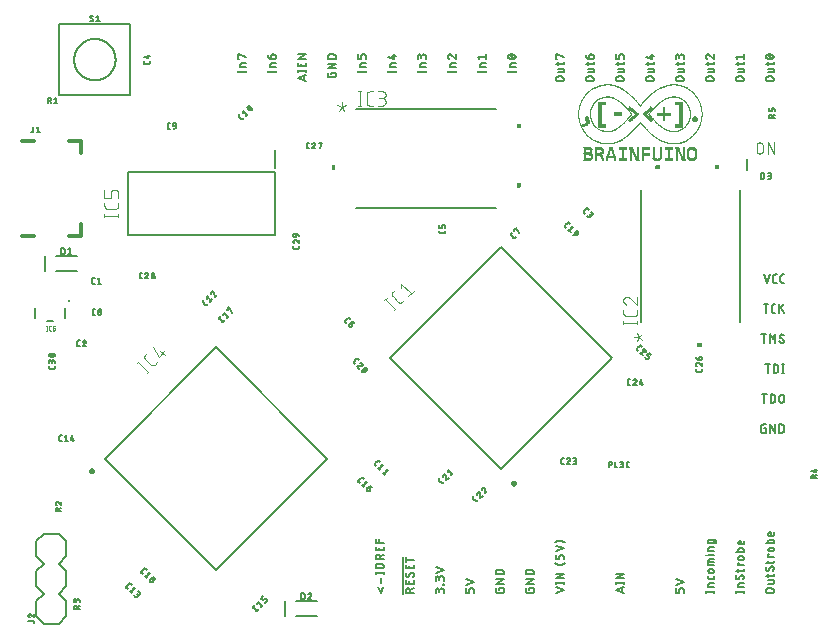
<source format=gbr>
G04 EAGLE Gerber RS-274X export*
G75*
%MOMM*%
%FSLAX34Y34*%
%LPD*%
%INTop Silkscreen*%
%IPPOS*%
%AMOC8*
5,1,8,0,0,1.08239X$1,22.5*%
G01*
%ADD10R,0.209550X0.019050*%
%ADD11R,0.457200X0.019050*%
%ADD12R,0.247650X0.019050*%
%ADD13R,0.228600X0.019050*%
%ADD14R,0.723900X0.019050*%
%ADD15R,0.190500X0.019050*%
%ADD16R,0.266700X0.019050*%
%ADD17R,0.361950X0.019050*%
%ADD18R,0.704850X0.019050*%
%ADD19R,0.323850X0.019050*%
%ADD20R,0.552450X0.019050*%
%ADD21R,0.438150X0.019050*%
%ADD22R,0.609600X0.019050*%
%ADD23R,0.514350X0.019050*%
%ADD24R,0.476250X0.019050*%
%ADD25R,0.647700X0.019050*%
%ADD26R,0.285750X0.019050*%
%ADD27R,0.571500X0.019050*%
%ADD28R,0.666750X0.019050*%
%ADD29R,0.628650X0.019050*%
%ADD30R,0.590550X0.019050*%
%ADD31R,0.685800X0.019050*%
%ADD32R,0.304800X0.019050*%
%ADD33R,0.742950X0.019050*%
%ADD34R,0.342900X0.019050*%
%ADD35R,0.819150X0.019050*%
%ADD36R,0.800100X0.019050*%
%ADD37R,0.381000X0.019050*%
%ADD38R,0.781050X0.019050*%
%ADD39R,0.400050X0.019050*%
%ADD40R,0.762000X0.019050*%
%ADD41R,0.533400X0.019050*%
%ADD42R,0.419100X0.019050*%
%ADD43R,0.495300X0.019050*%
%ADD44R,0.152400X0.019050*%
%ADD45R,0.133350X0.019050*%
%ADD46R,0.114300X0.019050*%
%ADD47R,0.095250X0.019050*%
%ADD48R,0.076200X0.019050*%
%ADD49R,0.057150X0.019050*%
%ADD50R,0.038100X0.019050*%
%ADD51R,0.171450X0.019050*%
%ADD52R,0.019050X0.019050*%
%ADD53R,1.123950X0.019050*%
%ADD54C,0.076200*%
%ADD55C,0.304800*%
%ADD56C,0.127000*%
%ADD57C,0.200000*%
%ADD58C,0.101600*%
%ADD59C,0.250000*%
%ADD60C,0.152400*%
%ADD61C,0.203200*%
%ADD62C,0.254000*%
%ADD63C,0.025400*%

G36*
X422531Y431870D02*
X422531Y431870D01*
X422533Y431869D01*
X422576Y431889D01*
X422620Y431907D01*
X422620Y431909D01*
X422622Y431910D01*
X422655Y431995D01*
X422655Y435805D01*
X422654Y435807D01*
X422655Y435809D01*
X422635Y435852D01*
X422617Y435896D01*
X422615Y435896D01*
X422614Y435898D01*
X422529Y435931D01*
X419989Y435931D01*
X419987Y435930D01*
X419985Y435931D01*
X419942Y435911D01*
X419898Y435893D01*
X419898Y435891D01*
X419896Y435890D01*
X419863Y435805D01*
X419863Y431995D01*
X419864Y431993D01*
X419863Y431991D01*
X419883Y431948D01*
X419901Y431904D01*
X419903Y431904D01*
X419904Y431902D01*
X419989Y431869D01*
X422529Y431869D01*
X422531Y431870D01*
G37*
G36*
X265813Y396870D02*
X265813Y396870D01*
X265815Y396869D01*
X265858Y396889D01*
X265902Y396907D01*
X265902Y396909D01*
X265904Y396910D01*
X265937Y396995D01*
X265937Y400805D01*
X265936Y400807D01*
X265937Y400809D01*
X265917Y400852D01*
X265899Y400896D01*
X265897Y400896D01*
X265896Y400898D01*
X265811Y400931D01*
X263271Y400931D01*
X263269Y400930D01*
X263267Y400931D01*
X263224Y400911D01*
X263180Y400893D01*
X263180Y400891D01*
X263178Y400890D01*
X263145Y400805D01*
X263145Y396995D01*
X263146Y396993D01*
X263145Y396991D01*
X263165Y396948D01*
X263183Y396904D01*
X263185Y396904D01*
X263186Y396902D01*
X263271Y396869D01*
X265811Y396869D01*
X265813Y396870D01*
G37*
G36*
X540827Y397766D02*
X540827Y397766D01*
X540829Y397765D01*
X540872Y397785D01*
X540916Y397803D01*
X540916Y397805D01*
X540918Y397806D01*
X540951Y397891D01*
X540951Y400431D01*
X540950Y400433D01*
X540951Y400435D01*
X540931Y400478D01*
X540913Y400522D01*
X540911Y400522D01*
X540910Y400524D01*
X540825Y400557D01*
X537015Y400557D01*
X537013Y400556D01*
X537011Y400557D01*
X536968Y400537D01*
X536924Y400519D01*
X536924Y400517D01*
X536922Y400516D01*
X536889Y400431D01*
X536889Y397891D01*
X536890Y397889D01*
X536889Y397887D01*
X536909Y397844D01*
X536927Y397800D01*
X536929Y397800D01*
X536930Y397798D01*
X537015Y397765D01*
X540825Y397765D01*
X540827Y397766D01*
G37*
G36*
X590827Y397766D02*
X590827Y397766D01*
X590829Y397765D01*
X590872Y397785D01*
X590916Y397803D01*
X590916Y397805D01*
X590918Y397806D01*
X590951Y397891D01*
X590951Y400431D01*
X590950Y400433D01*
X590951Y400435D01*
X590931Y400478D01*
X590913Y400522D01*
X590911Y400522D01*
X590910Y400524D01*
X590825Y400557D01*
X587015Y400557D01*
X587013Y400556D01*
X587011Y400557D01*
X586968Y400537D01*
X586924Y400519D01*
X586924Y400517D01*
X586922Y400516D01*
X586889Y400431D01*
X586889Y397891D01*
X586890Y397889D01*
X586889Y397887D01*
X586909Y397844D01*
X586927Y397800D01*
X586929Y397800D01*
X586930Y397798D01*
X587015Y397765D01*
X590825Y397765D01*
X590827Y397766D01*
G37*
G36*
X422531Y381870D02*
X422531Y381870D01*
X422533Y381869D01*
X422576Y381889D01*
X422620Y381907D01*
X422620Y381909D01*
X422622Y381910D01*
X422655Y381995D01*
X422655Y385805D01*
X422654Y385807D01*
X422655Y385809D01*
X422635Y385852D01*
X422617Y385896D01*
X422615Y385896D01*
X422614Y385898D01*
X422529Y385931D01*
X419989Y385931D01*
X419987Y385930D01*
X419985Y385931D01*
X419942Y385911D01*
X419898Y385893D01*
X419898Y385891D01*
X419896Y385890D01*
X419863Y385805D01*
X419863Y381995D01*
X419864Y381993D01*
X419863Y381991D01*
X419883Y381948D01*
X419901Y381904D01*
X419903Y381904D01*
X419904Y381902D01*
X419989Y381869D01*
X422529Y381869D01*
X422531Y381870D01*
G37*
G36*
X575827Y247144D02*
X575827Y247144D01*
X575829Y247143D01*
X575872Y247163D01*
X575916Y247181D01*
X575916Y247183D01*
X575918Y247184D01*
X575951Y247269D01*
X575951Y249809D01*
X575950Y249811D01*
X575951Y249813D01*
X575931Y249856D01*
X575913Y249900D01*
X575911Y249900D01*
X575910Y249902D01*
X575825Y249935D01*
X572015Y249935D01*
X572013Y249934D01*
X572011Y249935D01*
X571968Y249915D01*
X571924Y249897D01*
X571924Y249895D01*
X571922Y249894D01*
X571889Y249809D01*
X571889Y247269D01*
X571890Y247267D01*
X571889Y247265D01*
X571909Y247222D01*
X571927Y247178D01*
X571929Y247178D01*
X571930Y247176D01*
X572015Y247143D01*
X575825Y247143D01*
X575827Y247144D01*
G37*
D10*
X538353Y404051D03*
X567690Y404051D03*
D11*
X478441Y404241D03*
D10*
X486918Y404241D03*
D12*
X492824Y404241D03*
D10*
X495681Y404241D03*
D13*
X503015Y404241D03*
D14*
X509111Y404241D03*
D15*
X515779Y404241D03*
D16*
X521684Y404241D03*
D10*
X526542Y404241D03*
D17*
X538353Y404241D03*
D18*
X548259Y404241D03*
D15*
X555022Y404241D03*
D12*
X560832Y404241D03*
D19*
X567690Y404241D03*
D20*
X478917Y404432D03*
D10*
X486918Y404432D03*
D12*
X492633Y404432D03*
D10*
X495681Y404432D03*
D12*
X502920Y404432D03*
D14*
X509111Y404432D03*
D15*
X515779Y404432D03*
D16*
X521684Y404432D03*
D10*
X526542Y404432D03*
D21*
X538353Y404432D03*
D18*
X548259Y404432D03*
D15*
X555022Y404432D03*
D16*
X560737Y404432D03*
D21*
X567690Y404432D03*
D22*
X479203Y404622D03*
D10*
X486918Y404622D03*
D12*
X492633Y404622D03*
D10*
X495681Y404622D03*
D13*
X502825Y404622D03*
D14*
X509111Y404622D03*
D15*
X515779Y404622D03*
D16*
X521684Y404622D03*
D10*
X526542Y404622D03*
D23*
X538353Y404622D03*
D18*
X548259Y404622D03*
D15*
X555022Y404622D03*
D16*
X560737Y404622D03*
D24*
X567690Y404622D03*
D25*
X479393Y404813D03*
D10*
X486918Y404813D03*
D12*
X492443Y404813D03*
D10*
X495681Y404813D03*
D13*
X502825Y404813D03*
D14*
X509111Y404813D03*
D15*
X515779Y404813D03*
D26*
X521589Y404813D03*
D10*
X526542Y404813D03*
D27*
X538258Y404813D03*
D18*
X548259Y404813D03*
D15*
X555022Y404813D03*
D26*
X560642Y404813D03*
D20*
X567690Y404813D03*
D28*
X479489Y405003D03*
D10*
X486918Y405003D03*
D12*
X492443Y405003D03*
D10*
X495872Y405003D03*
D13*
X502825Y405003D03*
D14*
X509111Y405003D03*
D15*
X515779Y405003D03*
D26*
X521589Y405003D03*
D10*
X526542Y405003D03*
D29*
X538353Y405003D03*
D18*
X548259Y405003D03*
D15*
X555022Y405003D03*
D26*
X560642Y405003D03*
D30*
X567690Y405003D03*
D31*
X479584Y405194D03*
D10*
X486918Y405194D03*
D12*
X492252Y405194D03*
D10*
X495872Y405194D03*
D12*
X502730Y405194D03*
D14*
X509111Y405194D03*
D15*
X515779Y405194D03*
D32*
X521494Y405194D03*
D10*
X526542Y405194D03*
D28*
X538353Y405194D03*
D18*
X548259Y405194D03*
D15*
X555022Y405194D03*
D32*
X560546Y405194D03*
D29*
X567690Y405194D03*
D18*
X479679Y405384D03*
D10*
X486918Y405384D03*
D12*
X492252Y405384D03*
D10*
X495872Y405384D03*
D13*
X502634Y405384D03*
D14*
X509111Y405384D03*
D15*
X515779Y405384D03*
D32*
X521494Y405384D03*
D10*
X526542Y405384D03*
D28*
X538353Y405384D03*
D18*
X548259Y405384D03*
D15*
X555022Y405384D03*
D32*
X560546Y405384D03*
D28*
X567690Y405384D03*
D14*
X479774Y405575D03*
D10*
X486918Y405575D03*
D13*
X492157Y405575D03*
D10*
X496062Y405575D03*
D13*
X502634Y405575D03*
D14*
X509111Y405575D03*
D15*
X515779Y405575D03*
D19*
X521399Y405575D03*
D10*
X526542Y405575D03*
D18*
X538353Y405575D03*
X548259Y405575D03*
D15*
X555022Y405575D03*
D32*
X560546Y405575D03*
D31*
X567785Y405575D03*
D33*
X479870Y405765D03*
D10*
X486918Y405765D03*
D12*
X492062Y405765D03*
D10*
X496062Y405765D03*
D13*
X502634Y405765D03*
D14*
X509111Y405765D03*
D15*
X515779Y405765D03*
D19*
X521399Y405765D03*
D10*
X526542Y405765D03*
D26*
X536258Y405765D03*
X540639Y405765D03*
D18*
X548259Y405765D03*
D15*
X555022Y405765D03*
D19*
X560451Y405765D03*
D14*
X567785Y405765D03*
D10*
X477203Y405956D03*
D32*
X482060Y405956D03*
D10*
X486918Y405956D03*
D13*
X491966Y405956D03*
D10*
X496062Y405956D03*
D13*
X502444Y405956D03*
X509111Y405956D03*
D15*
X515779Y405956D03*
D34*
X521303Y405956D03*
D10*
X526542Y405956D03*
D16*
X535972Y405956D03*
D12*
X540830Y405956D03*
D10*
X548259Y405956D03*
D15*
X555022Y405956D03*
D19*
X560451Y405956D03*
D32*
X565499Y405956D03*
D26*
X569976Y405956D03*
D10*
X477203Y406146D03*
D26*
X482346Y406146D03*
D10*
X486918Y406146D03*
D12*
X491871Y406146D03*
D15*
X496157Y406146D03*
D13*
X502444Y406146D03*
X509111Y406146D03*
D15*
X515779Y406146D03*
D34*
X521303Y406146D03*
D10*
X526542Y406146D03*
D12*
X535877Y406146D03*
D13*
X541115Y406146D03*
D10*
X548259Y406146D03*
D15*
X555022Y406146D03*
D34*
X560356Y406146D03*
D16*
X565309Y406146D03*
X570262Y406146D03*
D10*
X477203Y406337D03*
D12*
X482537Y406337D03*
D10*
X486918Y406337D03*
D13*
X491776Y406337D03*
D10*
X496253Y406337D03*
D13*
X502444Y406337D03*
X509111Y406337D03*
D15*
X515779Y406337D03*
D17*
X521208Y406337D03*
D10*
X526542Y406337D03*
D13*
X535781Y406337D03*
X541115Y406337D03*
D10*
X548259Y406337D03*
D15*
X555022Y406337D03*
D34*
X560356Y406337D03*
D16*
X565118Y406337D03*
D12*
X570357Y406337D03*
D10*
X477203Y406527D03*
D12*
X482727Y406527D03*
D10*
X486918Y406527D03*
D12*
X491681Y406527D03*
D35*
X499301Y406527D03*
D13*
X509111Y406527D03*
D15*
X515779Y406527D03*
D17*
X521208Y406527D03*
D10*
X526542Y406527D03*
D13*
X535591Y406527D03*
D10*
X541211Y406527D03*
X548259Y406527D03*
D15*
X555022Y406527D03*
D17*
X560261Y406527D03*
D12*
X565023Y406527D03*
X570548Y406527D03*
D10*
X477203Y406718D03*
D12*
X482727Y406718D03*
D10*
X486918Y406718D03*
D13*
X491585Y406718D03*
D35*
X499301Y406718D03*
D13*
X509111Y406718D03*
D15*
X515779Y406718D03*
D17*
X521208Y406718D03*
D10*
X526542Y406718D03*
D13*
X535591Y406718D03*
X541306Y406718D03*
D10*
X548259Y406718D03*
D15*
X555022Y406718D03*
D17*
X560261Y406718D03*
D13*
X564928Y406718D03*
X570643Y406718D03*
D10*
X477203Y406908D03*
D13*
X482822Y406908D03*
D10*
X486918Y406908D03*
D12*
X491490Y406908D03*
D36*
X499396Y406908D03*
D13*
X509111Y406908D03*
D15*
X515779Y406908D03*
D37*
X521113Y406908D03*
D10*
X526542Y406908D03*
X535496Y406908D03*
X541401Y406908D03*
X548259Y406908D03*
D15*
X555022Y406908D03*
D37*
X560165Y406908D03*
D12*
X564833Y406908D03*
D13*
X570833Y406908D03*
D10*
X477203Y407099D03*
D13*
X482822Y407099D03*
D10*
X486918Y407099D03*
D13*
X491395Y407099D03*
D36*
X499396Y407099D03*
D13*
X509111Y407099D03*
D15*
X515779Y407099D03*
D37*
X521113Y407099D03*
D10*
X526542Y407099D03*
X535496Y407099D03*
X541401Y407099D03*
X548259Y407099D03*
D15*
X555022Y407099D03*
D37*
X560165Y407099D03*
D13*
X564737Y407099D03*
X570833Y407099D03*
D10*
X477203Y407289D03*
D13*
X482822Y407289D03*
D10*
X486918Y407289D03*
D12*
X491300Y407289D03*
D38*
X499301Y407289D03*
D13*
X509111Y407289D03*
D15*
X515779Y407289D03*
D39*
X521018Y407289D03*
D10*
X526542Y407289D03*
X535496Y407289D03*
X541401Y407289D03*
X548259Y407289D03*
D15*
X555022Y407289D03*
D39*
X560070Y407289D03*
D13*
X564737Y407289D03*
X570833Y407289D03*
D10*
X477203Y407480D03*
D13*
X482822Y407480D03*
D10*
X486918Y407480D03*
D13*
X491204Y407480D03*
D40*
X499396Y407480D03*
D13*
X509111Y407480D03*
D15*
X515779Y407480D03*
D39*
X521018Y407480D03*
D10*
X526542Y407480D03*
X535496Y407480D03*
X541401Y407480D03*
X548259Y407480D03*
D15*
X555022Y407480D03*
D39*
X560070Y407480D03*
D13*
X564547Y407480D03*
X571024Y407480D03*
D10*
X477203Y407670D03*
D13*
X482822Y407670D03*
D10*
X486918Y407670D03*
D13*
X491204Y407670D03*
D40*
X499396Y407670D03*
D13*
X509111Y407670D03*
D15*
X515779Y407670D03*
D10*
X519875Y407670D03*
D15*
X522065Y407670D03*
D10*
X526542Y407670D03*
X535496Y407670D03*
D15*
X541496Y407670D03*
D10*
X548259Y407670D03*
D15*
X555022Y407670D03*
D39*
X560070Y407670D03*
D13*
X564547Y407670D03*
X571024Y407670D03*
D10*
X477203Y407861D03*
D13*
X482822Y407861D03*
D10*
X486918Y407861D03*
D13*
X491014Y407861D03*
D33*
X499301Y407861D03*
D13*
X509111Y407861D03*
D15*
X515779Y407861D03*
D10*
X519875Y407861D03*
D15*
X522065Y407861D03*
D10*
X526542Y407861D03*
X535496Y407861D03*
X541592Y407861D03*
X548259Y407861D03*
D15*
X555022Y407861D03*
D10*
X558927Y407861D03*
D15*
X561118Y407861D03*
D13*
X564547Y407861D03*
X571024Y407861D03*
D10*
X477203Y408051D03*
D13*
X482822Y408051D03*
D10*
X486918Y408051D03*
D12*
X490919Y408051D03*
D14*
X499396Y408051D03*
D13*
X509111Y408051D03*
D15*
X515779Y408051D03*
D10*
X519684Y408051D03*
D15*
X522065Y408051D03*
D10*
X526542Y408051D03*
X535496Y408051D03*
X541592Y408051D03*
X548259Y408051D03*
D15*
X555022Y408051D03*
D10*
X558927Y408051D03*
D15*
X561118Y408051D03*
D13*
X564547Y408051D03*
D10*
X571119Y408051D03*
X477203Y408242D03*
D13*
X482822Y408242D03*
D10*
X486918Y408242D03*
D13*
X490823Y408242D03*
D10*
X496824Y408242D03*
D13*
X501872Y408242D03*
X509111Y408242D03*
D15*
X515779Y408242D03*
D10*
X519684Y408242D03*
D15*
X522065Y408242D03*
D10*
X526542Y408242D03*
X535496Y408242D03*
X541592Y408242D03*
X548259Y408242D03*
D15*
X555022Y408242D03*
D10*
X558737Y408242D03*
D15*
X561118Y408242D03*
D10*
X564452Y408242D03*
X571119Y408242D03*
X477203Y408432D03*
D12*
X482727Y408432D03*
D10*
X486918Y408432D03*
D16*
X490633Y408432D03*
D10*
X496824Y408432D03*
X501777Y408432D03*
D13*
X509111Y408432D03*
D15*
X515779Y408432D03*
D13*
X519589Y408432D03*
D15*
X522065Y408432D03*
D10*
X526542Y408432D03*
X535496Y408432D03*
X541592Y408432D03*
X548259Y408432D03*
D15*
X555022Y408432D03*
D10*
X558737Y408432D03*
D15*
X561118Y408432D03*
D10*
X564452Y408432D03*
X571119Y408432D03*
X477203Y408623D03*
D16*
X482632Y408623D03*
D10*
X486918Y408623D03*
D26*
X490347Y408623D03*
D10*
X496824Y408623D03*
D13*
X501682Y408623D03*
X509111Y408623D03*
D15*
X515779Y408623D03*
D10*
X519494Y408623D03*
D15*
X522065Y408623D03*
D10*
X526542Y408623D03*
X535496Y408623D03*
X541592Y408623D03*
X548259Y408623D03*
D15*
X555022Y408623D03*
D10*
X558546Y408623D03*
D15*
X561118Y408623D03*
D10*
X564452Y408623D03*
D13*
X571214Y408623D03*
D10*
X477203Y408813D03*
D16*
X482441Y408813D03*
D27*
X488728Y408813D03*
D15*
X496919Y408813D03*
D13*
X501682Y408813D03*
X509111Y408813D03*
D15*
X515779Y408813D03*
D10*
X519494Y408813D03*
D15*
X522065Y408813D03*
D29*
X528638Y408813D03*
D10*
X535496Y408813D03*
X541592Y408813D03*
X548259Y408813D03*
D15*
X555022Y408813D03*
D10*
X558546Y408813D03*
D15*
X561118Y408813D03*
D13*
X564356Y408813D03*
X571214Y408813D03*
D10*
X477203Y409004D03*
D19*
X482156Y409004D03*
D27*
X488728Y409004D03*
D10*
X497015Y409004D03*
D13*
X501682Y409004D03*
X509111Y409004D03*
D15*
X515779Y409004D03*
D10*
X519303Y409004D03*
D15*
X522065Y409004D03*
D29*
X528638Y409004D03*
D10*
X535496Y409004D03*
X541592Y409004D03*
X548259Y409004D03*
D15*
X555022Y409004D03*
D13*
X558451Y409004D03*
D15*
X561118Y409004D03*
D13*
X564356Y409004D03*
X571214Y409004D03*
D33*
X479870Y409194D03*
D41*
X488537Y409194D03*
D10*
X497015Y409194D03*
X501587Y409194D03*
D13*
X509111Y409194D03*
D15*
X515779Y409194D03*
D10*
X519303Y409194D03*
D15*
X522065Y409194D03*
D29*
X528638Y409194D03*
D10*
X535496Y409194D03*
X541592Y409194D03*
X548259Y409194D03*
D15*
X555022Y409194D03*
D10*
X558356Y409194D03*
D15*
X561118Y409194D03*
D13*
X564356Y409194D03*
X571214Y409194D03*
D14*
X479774Y409385D03*
D23*
X488442Y409385D03*
D15*
X497110Y409385D03*
D13*
X501491Y409385D03*
X509111Y409385D03*
D15*
X515779Y409385D03*
D10*
X519113Y409385D03*
D15*
X522065Y409385D03*
D29*
X528638Y409385D03*
D10*
X535496Y409385D03*
X541592Y409385D03*
X548259Y409385D03*
D15*
X555022Y409385D03*
D13*
X558260Y409385D03*
D15*
X561118Y409385D03*
D13*
X564356Y409385D03*
X571214Y409385D03*
D18*
X479679Y409575D03*
D20*
X488633Y409575D03*
D10*
X497205Y409575D03*
D13*
X501491Y409575D03*
X509111Y409575D03*
D15*
X515779Y409575D03*
D10*
X519113Y409575D03*
D15*
X522065Y409575D03*
D29*
X528638Y409575D03*
D10*
X535496Y409575D03*
X541592Y409575D03*
X548259Y409575D03*
D15*
X555022Y409575D03*
D10*
X558165Y409575D03*
D15*
X561118Y409575D03*
D13*
X564356Y409575D03*
X571214Y409575D03*
D31*
X479584Y409766D03*
D30*
X488823Y409766D03*
D10*
X497205Y409766D03*
X501396Y409766D03*
D13*
X509111Y409766D03*
D15*
X515779Y409766D03*
D10*
X518922Y409766D03*
D15*
X522065Y409766D03*
D29*
X528638Y409766D03*
D10*
X535496Y409766D03*
X541592Y409766D03*
X548259Y409766D03*
D15*
X555022Y409766D03*
D10*
X558165Y409766D03*
D15*
X561118Y409766D03*
D13*
X564356Y409766D03*
X571214Y409766D03*
D25*
X479393Y409956D03*
D29*
X489014Y409956D03*
D15*
X497300Y409956D03*
D13*
X501301Y409956D03*
X509111Y409956D03*
D15*
X515779Y409956D03*
D10*
X518922Y409956D03*
D15*
X522065Y409956D03*
D29*
X528638Y409956D03*
D10*
X535496Y409956D03*
X541592Y409956D03*
X548259Y409956D03*
D15*
X555022Y409956D03*
D10*
X557975Y409956D03*
D15*
X561118Y409956D03*
D13*
X564356Y409956D03*
X571214Y409956D03*
D30*
X479108Y410147D03*
D25*
X489109Y410147D03*
D15*
X497300Y410147D03*
D13*
X501301Y410147D03*
X509111Y410147D03*
D15*
X515779Y410147D03*
D13*
X518827Y410147D03*
D15*
X522065Y410147D03*
D29*
X528638Y410147D03*
D10*
X535496Y410147D03*
X541592Y410147D03*
X548259Y410147D03*
D15*
X555022Y410147D03*
D10*
X557975Y410147D03*
D15*
X561118Y410147D03*
D13*
X564356Y410147D03*
X571214Y410147D03*
D22*
X479203Y410337D03*
D28*
X489204Y410337D03*
D10*
X497396Y410337D03*
D13*
X501301Y410337D03*
X509111Y410337D03*
D15*
X515779Y410337D03*
D10*
X518732Y410337D03*
D15*
X522065Y410337D03*
D29*
X528638Y410337D03*
D10*
X535496Y410337D03*
X541592Y410337D03*
X548259Y410337D03*
D15*
X555022Y410337D03*
D10*
X557784Y410337D03*
D15*
X561118Y410337D03*
D13*
X564356Y410337D03*
X571214Y410337D03*
D25*
X479393Y410528D03*
D10*
X486918Y410528D03*
D32*
X491204Y410528D03*
D10*
X497396Y410528D03*
X501206Y410528D03*
D13*
X509111Y410528D03*
D15*
X515779Y410528D03*
D10*
X518732Y410528D03*
D15*
X522065Y410528D03*
D10*
X526542Y410528D03*
X535496Y410528D03*
X541592Y410528D03*
X548259Y410528D03*
D15*
X555022Y410528D03*
D10*
X557784Y410528D03*
D15*
X561118Y410528D03*
D13*
X564356Y410528D03*
X571214Y410528D03*
D28*
X479489Y410718D03*
D10*
X486918Y410718D03*
D16*
X491585Y410718D03*
D15*
X497491Y410718D03*
D13*
X501110Y410718D03*
X509111Y410718D03*
D15*
X515779Y410718D03*
D10*
X518541Y410718D03*
D15*
X522065Y410718D03*
D10*
X526542Y410718D03*
X535496Y410718D03*
X541592Y410718D03*
X548259Y410718D03*
D15*
X555022Y410718D03*
D10*
X557594Y410718D03*
D15*
X561118Y410718D03*
D10*
X564452Y410718D03*
D13*
X571214Y410718D03*
D10*
X477203Y410909D03*
D16*
X481679Y410909D03*
D10*
X486918Y410909D03*
D12*
X491681Y410909D03*
D10*
X497586Y410909D03*
D13*
X501110Y410909D03*
X509111Y410909D03*
D15*
X515779Y410909D03*
D10*
X518541Y410909D03*
D15*
X522065Y410909D03*
D10*
X526542Y410909D03*
X535496Y410909D03*
X541592Y410909D03*
X548259Y410909D03*
D15*
X555022Y410909D03*
D10*
X557594Y410909D03*
D15*
X561118Y410909D03*
D10*
X564452Y410909D03*
D13*
X571214Y410909D03*
D10*
X477203Y411099D03*
D12*
X481965Y411099D03*
D10*
X486918Y411099D03*
D12*
X491871Y411099D03*
D10*
X497586Y411099D03*
X501015Y411099D03*
D13*
X509111Y411099D03*
D15*
X515779Y411099D03*
D10*
X518351Y411099D03*
D15*
X522065Y411099D03*
D10*
X526542Y411099D03*
X535496Y411099D03*
X541592Y411099D03*
X548259Y411099D03*
D15*
X555022Y411099D03*
D10*
X557403Y411099D03*
D15*
X561118Y411099D03*
D10*
X564452Y411099D03*
D13*
X571214Y411099D03*
D10*
X477203Y411290D03*
D13*
X482060Y411290D03*
D10*
X486918Y411290D03*
D13*
X491966Y411290D03*
D15*
X497681Y411290D03*
D10*
X501015Y411290D03*
D13*
X509111Y411290D03*
D15*
X515779Y411290D03*
D10*
X518351Y411290D03*
D15*
X522065Y411290D03*
D10*
X526542Y411290D03*
X535496Y411290D03*
X541592Y411290D03*
X548259Y411290D03*
D15*
X555022Y411290D03*
D10*
X557403Y411290D03*
D15*
X561118Y411290D03*
D10*
X564452Y411290D03*
X571119Y411290D03*
X477203Y411480D03*
D13*
X482251Y411480D03*
D10*
X486918Y411480D03*
X492062Y411480D03*
D15*
X497681Y411480D03*
D13*
X500920Y411480D03*
X509111Y411480D03*
D15*
X515779Y411480D03*
D10*
X518160Y411480D03*
D15*
X522065Y411480D03*
D10*
X526542Y411480D03*
X535496Y411480D03*
X541592Y411480D03*
X548259Y411480D03*
D15*
X555022Y411480D03*
D10*
X557403Y411480D03*
D15*
X561118Y411480D03*
D13*
X564547Y411480D03*
D10*
X571119Y411480D03*
X477203Y411671D03*
X482346Y411671D03*
X486918Y411671D03*
D13*
X492157Y411671D03*
D10*
X497777Y411671D03*
X500825Y411671D03*
D13*
X509111Y411671D03*
D15*
X515779Y411671D03*
D10*
X518160Y411671D03*
D15*
X522065Y411671D03*
D10*
X526542Y411671D03*
X535496Y411671D03*
X541592Y411671D03*
X548259Y411671D03*
D15*
X555022Y411671D03*
D10*
X557213Y411671D03*
D15*
X561118Y411671D03*
D13*
X564547Y411671D03*
X571024Y411671D03*
D10*
X477203Y411861D03*
X482346Y411861D03*
X486918Y411861D03*
D13*
X492157Y411861D03*
D10*
X497777Y411861D03*
X500825Y411861D03*
D13*
X509111Y411861D03*
D15*
X515779Y411861D03*
D10*
X517970Y411861D03*
D15*
X522065Y411861D03*
D10*
X526542Y411861D03*
X535496Y411861D03*
X541592Y411861D03*
X548259Y411861D03*
D15*
X555022Y411861D03*
D10*
X557213Y411861D03*
D15*
X561118Y411861D03*
D13*
X564547Y411861D03*
X571024Y411861D03*
D10*
X477203Y412052D03*
D13*
X482441Y412052D03*
D10*
X486918Y412052D03*
D13*
X492157Y412052D03*
D15*
X497872Y412052D03*
D13*
X500729Y412052D03*
X509111Y412052D03*
D42*
X516922Y412052D03*
D15*
X522065Y412052D03*
D10*
X526542Y412052D03*
X535496Y412052D03*
X541592Y412052D03*
X548259Y412052D03*
D39*
X556070Y412052D03*
D15*
X561118Y412052D03*
D10*
X564642Y412052D03*
D13*
X571024Y412052D03*
D10*
X477203Y412242D03*
X482537Y412242D03*
X486918Y412242D03*
D13*
X492157Y412242D03*
D15*
X497872Y412242D03*
D13*
X500729Y412242D03*
X509111Y412242D03*
D39*
X516827Y412242D03*
D15*
X522065Y412242D03*
D10*
X526542Y412242D03*
X535496Y412242D03*
X541592Y412242D03*
X548259Y412242D03*
D39*
X556070Y412242D03*
D15*
X561118Y412242D03*
D13*
X564737Y412242D03*
D12*
X570929Y412242D03*
D10*
X477203Y412433D03*
X482537Y412433D03*
X486918Y412433D03*
D13*
X492157Y412433D03*
D10*
X497967Y412433D03*
X500634Y412433D03*
D13*
X509111Y412433D03*
D39*
X516827Y412433D03*
D15*
X522065Y412433D03*
D10*
X526542Y412433D03*
X535496Y412433D03*
X541592Y412433D03*
X548259Y412433D03*
D37*
X555974Y412433D03*
D15*
X561118Y412433D03*
D13*
X564737Y412433D03*
X570833Y412433D03*
D10*
X477203Y412623D03*
D13*
X482441Y412623D03*
D10*
X486918Y412623D03*
D13*
X492157Y412623D03*
D15*
X498062Y412623D03*
D10*
X500634Y412623D03*
D13*
X509111Y412623D03*
D39*
X516827Y412623D03*
D15*
X522065Y412623D03*
D10*
X526542Y412623D03*
X535496Y412623D03*
X541592Y412623D03*
X548259Y412623D03*
D37*
X555974Y412623D03*
D15*
X561118Y412623D03*
D13*
X564928Y412623D03*
X570833Y412623D03*
D10*
X477203Y412814D03*
D13*
X482441Y412814D03*
D10*
X486918Y412814D03*
D12*
X492062Y412814D03*
D15*
X498062Y412814D03*
D13*
X500539Y412814D03*
X509111Y412814D03*
D37*
X516731Y412814D03*
D15*
X522065Y412814D03*
D10*
X526542Y412814D03*
X535496Y412814D03*
X541592Y412814D03*
X548259Y412814D03*
D17*
X555879Y412814D03*
D15*
X561118Y412814D03*
D13*
X564928Y412814D03*
D12*
X570738Y412814D03*
D10*
X477203Y413004D03*
D13*
X482441Y413004D03*
D10*
X486918Y413004D03*
D13*
X491966Y413004D03*
D10*
X498158Y413004D03*
X500444Y413004D03*
D13*
X509111Y413004D03*
D37*
X516731Y413004D03*
D15*
X522065Y413004D03*
D10*
X526542Y413004D03*
X535496Y413004D03*
X541592Y413004D03*
X548259Y413004D03*
D17*
X555879Y413004D03*
D15*
X561118Y413004D03*
D12*
X565023Y413004D03*
X570548Y413004D03*
D10*
X477203Y413195D03*
D12*
X482346Y413195D03*
D10*
X486918Y413195D03*
D12*
X491871Y413195D03*
D15*
X498253Y413195D03*
D10*
X500444Y413195D03*
D13*
X509111Y413195D03*
D17*
X516636Y413195D03*
D15*
X522065Y413195D03*
D10*
X526542Y413195D03*
X535496Y413195D03*
X541592Y413195D03*
X548259Y413195D03*
D34*
X555784Y413195D03*
D15*
X561118Y413195D03*
D12*
X565214Y413195D03*
D16*
X570452Y413195D03*
D10*
X477203Y413385D03*
D16*
X482251Y413385D03*
D10*
X486918Y413385D03*
D16*
X491776Y413385D03*
D42*
X499396Y413385D03*
D13*
X509111Y413385D03*
D17*
X516636Y413385D03*
D15*
X522065Y413385D03*
D10*
X526542Y413385D03*
X535496Y413385D03*
X541592Y413385D03*
X548259Y413385D03*
D34*
X555784Y413385D03*
D15*
X561118Y413385D03*
D16*
X565309Y413385D03*
X570262Y413385D03*
D10*
X477203Y413576D03*
D32*
X481870Y413576D03*
D10*
X486918Y413576D03*
D19*
X491490Y413576D03*
D39*
X499301Y413576D03*
D13*
X509111Y413576D03*
D34*
X516541Y413576D03*
D15*
X522065Y413576D03*
D10*
X526542Y413576D03*
X535496Y413576D03*
X541592Y413576D03*
X548259Y413576D03*
D34*
X555784Y413576D03*
D15*
X561118Y413576D03*
D26*
X565595Y413576D03*
D32*
X570071Y413576D03*
D14*
X479774Y413766D03*
D18*
X489395Y413766D03*
D39*
X499301Y413766D03*
D14*
X509111Y413766D03*
D34*
X516541Y413766D03*
D15*
X522065Y413766D03*
D28*
X528828Y413766D03*
D10*
X535496Y413766D03*
X541592Y413766D03*
D18*
X548259Y413766D03*
D19*
X555689Y413766D03*
D15*
X561118Y413766D03*
D18*
X567881Y413766D03*
D14*
X479774Y413957D03*
D18*
X489395Y413957D03*
D37*
X499396Y413957D03*
D14*
X509111Y413957D03*
D19*
X516446Y413957D03*
D15*
X522065Y413957D03*
D28*
X528828Y413957D03*
D10*
X535496Y413957D03*
X541592Y413957D03*
D18*
X548259Y413957D03*
D19*
X555689Y413957D03*
D15*
X561118Y413957D03*
D18*
X567881Y413957D03*
X479679Y414147D03*
D31*
X489299Y414147D03*
D37*
X499396Y414147D03*
D14*
X509111Y414147D03*
D19*
X516446Y414147D03*
D15*
X522065Y414147D03*
D28*
X528828Y414147D03*
D10*
X535496Y414147D03*
X541592Y414147D03*
D18*
X548259Y414147D03*
D32*
X555593Y414147D03*
D15*
X561118Y414147D03*
D28*
X567881Y414147D03*
D31*
X479584Y414338D03*
D28*
X489204Y414338D03*
D17*
X499301Y414338D03*
D14*
X509111Y414338D03*
D32*
X516350Y414338D03*
D15*
X522065Y414338D03*
D28*
X528828Y414338D03*
D10*
X535496Y414338D03*
X541592Y414338D03*
D18*
X548259Y414338D03*
D32*
X555593Y414338D03*
D15*
X561118Y414338D03*
D29*
X567881Y414338D03*
D28*
X479489Y414528D03*
D25*
X489109Y414528D03*
D34*
X499396Y414528D03*
D14*
X509111Y414528D03*
D32*
X516350Y414528D03*
D15*
X522065Y414528D03*
D28*
X528828Y414528D03*
D10*
X535496Y414528D03*
X541592Y414528D03*
D18*
X548259Y414528D03*
D26*
X555498Y414528D03*
D15*
X561118Y414528D03*
D30*
X567881Y414528D03*
D25*
X479393Y414719D03*
D29*
X489014Y414719D03*
D34*
X499396Y414719D03*
D14*
X509111Y414719D03*
D32*
X516350Y414719D03*
D15*
X522065Y414719D03*
D28*
X528828Y414719D03*
D10*
X535496Y414719D03*
X541592Y414719D03*
D18*
X548259Y414719D03*
D26*
X555498Y414719D03*
D15*
X561118Y414719D03*
D20*
X567881Y414719D03*
D22*
X479203Y414909D03*
D30*
X488823Y414909D03*
D19*
X499301Y414909D03*
D14*
X509111Y414909D03*
D26*
X516255Y414909D03*
D15*
X522065Y414909D03*
D28*
X528828Y414909D03*
D10*
X535496Y414909D03*
X541592Y414909D03*
D18*
X548259Y414909D03*
D16*
X555403Y414909D03*
D15*
X561118Y414909D03*
D43*
X567976Y414909D03*
D27*
X479012Y415100D03*
D20*
X488633Y415100D03*
D32*
X499396Y415100D03*
D14*
X509111Y415100D03*
D26*
X516255Y415100D03*
D15*
X522065Y415100D03*
D28*
X528828Y415100D03*
D10*
X535496Y415100D03*
X541592Y415100D03*
D18*
X548259Y415100D03*
D16*
X555403Y415100D03*
D15*
X561118Y415100D03*
D42*
X567976Y415100D03*
D24*
X478536Y415290D03*
D11*
X488156Y415290D03*
D32*
X499396Y415290D03*
D14*
X509111Y415290D03*
D16*
X516160Y415290D03*
D15*
X522065Y415290D03*
D28*
X528828Y415290D03*
D10*
X535496Y415290D03*
X541592Y415290D03*
D18*
X548259Y415290D03*
D12*
X555308Y415290D03*
D15*
X561118Y415290D03*
D34*
X567976Y415290D03*
D15*
X567976Y415481D03*
D39*
X496443Y418338D03*
X552641Y418338D03*
D18*
X496443Y418529D03*
X552641Y418529D03*
D16*
X493109Y418719D03*
X499777Y418719D03*
X549307Y418719D03*
X555974Y418719D03*
D10*
X491871Y418910D03*
D15*
X500920Y418910D03*
X548164Y418910D03*
D10*
X557213Y418910D03*
D44*
X491014Y419100D03*
X501872Y419100D03*
X547211Y419100D03*
X558070Y419100D03*
X490252Y419291D03*
X502634Y419291D03*
X546449Y419291D03*
X558832Y419291D03*
D45*
X489585Y419481D03*
X503301Y419481D03*
X545783Y419481D03*
X559499Y419481D03*
D46*
X488918Y419672D03*
D45*
X503873Y419672D03*
X545211Y419672D03*
D46*
X560165Y419672D03*
X488347Y419862D03*
D45*
X504444Y419862D03*
X544640Y419862D03*
D46*
X560737Y419862D03*
D47*
X487871Y420053D03*
X505016Y420053D03*
X544068Y420053D03*
X561213Y420053D03*
D46*
X487394Y420243D03*
D47*
X505397Y420243D03*
X543687Y420243D03*
D46*
X561689Y420243D03*
D47*
X486918Y420434D03*
X505968Y420434D03*
X543116Y420434D03*
X562166Y420434D03*
X486537Y420624D03*
X506349Y420624D03*
X542735Y420624D03*
X562547Y420624D03*
X486156Y420815D03*
X506730Y420815D03*
X542354Y420815D03*
X562928Y420815D03*
X485775Y421005D03*
X507111Y421005D03*
D48*
X541877Y421005D03*
D47*
X563309Y421005D03*
X485394Y421196D03*
X507492Y421196D03*
X541592Y421196D03*
X563690Y421196D03*
D48*
X485108Y421386D03*
D47*
X507873Y421386D03*
X541211Y421386D03*
D48*
X563975Y421386D03*
X484727Y421577D03*
D47*
X508254Y421577D03*
X540830Y421577D03*
D48*
X564356Y421577D03*
X484346Y421767D03*
X508540Y421767D03*
X540544Y421767D03*
X564737Y421767D03*
X484156Y421958D03*
X508921Y421958D03*
X540163Y421958D03*
X564928Y421958D03*
X483775Y422148D03*
X509302Y422148D03*
X539782Y422148D03*
X565309Y422148D03*
D49*
X483489Y422339D03*
X509588Y422339D03*
X539496Y422339D03*
X565595Y422339D03*
D48*
X483203Y422529D03*
X509873Y422529D03*
X539210Y422529D03*
X565880Y422529D03*
D49*
X482918Y422720D03*
D48*
X510254Y422720D03*
X538829Y422720D03*
D49*
X566166Y422720D03*
D48*
X482632Y422910D03*
X510445Y422910D03*
D49*
X538544Y422910D03*
D48*
X566452Y422910D03*
D49*
X482346Y423101D03*
X510731Y423101D03*
D48*
X538258Y423101D03*
D49*
X566738Y423101D03*
X482156Y423291D03*
D48*
X511016Y423291D03*
X538067Y423291D03*
D49*
X566928Y423291D03*
X481965Y423482D03*
X511302Y423482D03*
X537782Y423482D03*
X567119Y423482D03*
D48*
X481679Y423672D03*
X511588Y423672D03*
X537496Y423672D03*
X567404Y423672D03*
D49*
X481394Y423863D03*
X511874Y423863D03*
X537210Y423863D03*
X567690Y423863D03*
X481203Y424053D03*
D48*
X512159Y424053D03*
X536924Y424053D03*
D49*
X567881Y424053D03*
X481013Y424244D03*
X512445Y424244D03*
X536639Y424244D03*
X568071Y424244D03*
X480822Y424434D03*
X512636Y424434D03*
X536448Y424434D03*
X568262Y424434D03*
X480632Y424625D03*
X512826Y424625D03*
D48*
X536162Y424625D03*
D49*
X568452Y424625D03*
X480441Y424815D03*
D48*
X513112Y424815D03*
D49*
X535877Y424815D03*
X568643Y424815D03*
D50*
X480155Y425006D03*
D49*
X513398Y425006D03*
X535686Y425006D03*
D50*
X568928Y425006D03*
D49*
X479870Y425196D03*
X513588Y425196D03*
X535496Y425196D03*
X569214Y425196D03*
X479679Y425387D03*
X513779Y425387D03*
D48*
X535210Y425387D03*
D49*
X569405Y425387D03*
X479489Y425577D03*
X514160Y425577D03*
X534924Y425577D03*
X569595Y425577D03*
X479298Y425768D03*
X514350Y425768D03*
X534734Y425768D03*
X569786Y425768D03*
D50*
X479203Y425958D03*
D49*
X514541Y425958D03*
X534543Y425958D03*
D50*
X569881Y425958D03*
X479012Y426149D03*
D49*
X514731Y426149D03*
X534353Y426149D03*
D50*
X570071Y426149D03*
X478822Y426339D03*
D49*
X514922Y426339D03*
X534162Y426339D03*
D50*
X570262Y426339D03*
D49*
X478727Y426530D03*
X515112Y426530D03*
D48*
X533876Y426530D03*
D49*
X570357Y426530D03*
X478536Y426720D03*
X515493Y426720D03*
X533591Y426720D03*
X570548Y426720D03*
X478346Y426911D03*
X515684Y426911D03*
X533400Y426911D03*
X570738Y426911D03*
X478155Y427101D03*
X515874Y427101D03*
X533210Y427101D03*
X570929Y427101D03*
X477965Y427292D03*
X516065Y427292D03*
X533019Y427292D03*
X571119Y427292D03*
D50*
X477869Y427482D03*
D49*
X516255Y427482D03*
X532829Y427482D03*
D50*
X571214Y427482D03*
X477679Y427673D03*
D49*
X516446Y427673D03*
X532638Y427673D03*
D50*
X571405Y427673D03*
D49*
X477584Y427863D03*
X516636Y427863D03*
X532448Y427863D03*
X571500Y427863D03*
D50*
X477488Y428054D03*
D49*
X516827Y428054D03*
X532257Y428054D03*
D50*
X571595Y428054D03*
X477298Y428244D03*
D49*
X517017Y428244D03*
X532067Y428244D03*
D50*
X571786Y428244D03*
D49*
X477203Y428435D03*
X517208Y428435D03*
X531876Y428435D03*
X571881Y428435D03*
X477012Y428625D03*
D17*
X496443Y428625D03*
D49*
X517398Y428625D03*
X531686Y428625D03*
D34*
X552736Y428625D03*
D49*
X572072Y428625D03*
D50*
X476917Y428816D03*
D30*
X496443Y428816D03*
D49*
X517589Y428816D03*
X531495Y428816D03*
D27*
X552736Y428816D03*
D50*
X572167Y428816D03*
X476726Y429006D03*
D15*
X493681Y429006D03*
D10*
X499110Y429006D03*
D49*
X517779Y429006D03*
X531305Y429006D03*
D10*
X549974Y429006D03*
D15*
X555403Y429006D03*
D50*
X572357Y429006D03*
D49*
X476631Y429197D03*
D44*
X492728Y429197D03*
X499967Y429197D03*
D49*
X517970Y429197D03*
X531114Y429197D03*
D44*
X549116Y429197D03*
X556355Y429197D03*
D49*
X572453Y429197D03*
D50*
X476536Y429387D03*
D46*
X492157Y429387D03*
X500729Y429387D03*
D49*
X518160Y429387D03*
X530924Y429387D03*
D45*
X548450Y429387D03*
D46*
X556927Y429387D03*
D50*
X572548Y429387D03*
X476345Y429578D03*
D46*
X491585Y429578D03*
X501301Y429578D03*
D49*
X518351Y429578D03*
X530733Y429578D03*
D46*
X547783Y429578D03*
X557498Y429578D03*
D50*
X572738Y429578D03*
D49*
X476250Y429768D03*
D47*
X491109Y429768D03*
X501777Y429768D03*
D49*
X518541Y429768D03*
X530543Y429768D03*
D47*
X547307Y429768D03*
X557975Y429768D03*
D49*
X572834Y429768D03*
D50*
X476155Y429959D03*
D48*
X490633Y429959D03*
D46*
X502253Y429959D03*
D49*
X518732Y429959D03*
X530352Y429959D03*
D47*
X546926Y429959D03*
D48*
X558451Y429959D03*
D50*
X572929Y429959D03*
X475964Y430149D03*
D48*
X490252Y430149D03*
D47*
X502730Y430149D03*
D49*
X518922Y430149D03*
X530162Y430149D03*
D48*
X546449Y430149D03*
X558832Y430149D03*
D50*
X573119Y430149D03*
X475964Y430340D03*
D48*
X489871Y430340D03*
D47*
X503111Y430340D03*
D49*
X519113Y430340D03*
X529971Y430340D03*
D48*
X546068Y430340D03*
X559213Y430340D03*
D50*
X573119Y430340D03*
X475774Y430530D03*
D48*
X489490Y430530D03*
X503396Y430530D03*
D49*
X519303Y430530D03*
X529781Y430530D03*
D48*
X545687Y430530D03*
X559594Y430530D03*
D50*
X573310Y430530D03*
D49*
X475679Y430721D03*
X489204Y430721D03*
D48*
X503777Y430721D03*
D49*
X519494Y430721D03*
X529590Y430721D03*
D48*
X545306Y430721D03*
D49*
X559880Y430721D03*
X573405Y430721D03*
D50*
X475583Y430911D03*
D48*
X488918Y430911D03*
X504158Y430911D03*
D49*
X519684Y430911D03*
X529400Y430911D03*
D48*
X544925Y430911D03*
X560165Y430911D03*
D50*
X573500Y430911D03*
D49*
X475488Y431102D03*
X488633Y431102D03*
D48*
X504539Y431102D03*
D49*
X519875Y431102D03*
X529209Y431102D03*
X544640Y431102D03*
X560451Y431102D03*
X573596Y431102D03*
D50*
X475393Y431292D03*
D48*
X488347Y431292D03*
X504730Y431292D03*
D50*
X519970Y431292D03*
D49*
X529019Y431292D03*
D48*
X544354Y431292D03*
X560737Y431292D03*
D50*
X573691Y431292D03*
X475202Y431483D03*
D49*
X488061Y431483D03*
D48*
X505111Y431483D03*
D50*
X520160Y431483D03*
X528923Y431483D03*
D48*
X543973Y431483D03*
D49*
X561023Y431483D03*
D50*
X573881Y431483D03*
X475202Y431673D03*
D49*
X487871Y431673D03*
X505397Y431673D03*
D50*
X520351Y431673D03*
X528733Y431673D03*
D48*
X543782Y431673D03*
D49*
X561213Y431673D03*
D50*
X573881Y431673D03*
X475012Y431864D03*
D48*
X487585Y431864D03*
X505682Y431864D03*
D50*
X520541Y431864D03*
X528542Y431864D03*
D49*
X543497Y431864D03*
D48*
X561499Y431864D03*
D50*
X574072Y431864D03*
X475012Y432054D03*
D49*
X487299Y432054D03*
X505968Y432054D03*
X520637Y432054D03*
X528447Y432054D03*
D48*
X543211Y432054D03*
D49*
X561785Y432054D03*
D50*
X574072Y432054D03*
X474821Y432245D03*
D49*
X487109Y432245D03*
D48*
X506254Y432245D03*
D49*
X520827Y432245D03*
X528257Y432245D03*
X542925Y432245D03*
X561975Y432245D03*
D50*
X574262Y432245D03*
X474821Y432435D03*
D49*
X486918Y432435D03*
D48*
X506444Y432435D03*
D49*
X521018Y432435D03*
X528066Y432435D03*
D48*
X542639Y432435D03*
D49*
X562166Y432435D03*
D50*
X574262Y432435D03*
D49*
X474726Y432626D03*
X486728Y432626D03*
D22*
X491966Y432626D03*
D49*
X506730Y432626D03*
X521208Y432626D03*
X527876Y432626D03*
X542354Y432626D03*
D22*
X556736Y432626D03*
D49*
X562356Y432626D03*
X574358Y432626D03*
D50*
X474631Y432816D03*
D49*
X486537Y432816D03*
D22*
X491966Y432816D03*
D49*
X506921Y432816D03*
X521399Y432816D03*
X527685Y432816D03*
X542163Y432816D03*
D22*
X556736Y432816D03*
D49*
X562547Y432816D03*
D50*
X574453Y432816D03*
D49*
X474536Y433007D03*
X486347Y433007D03*
D22*
X491966Y433007D03*
D48*
X507206Y433007D03*
D49*
X521589Y433007D03*
X527495Y433007D03*
D48*
X541877Y433007D03*
D22*
X556736Y433007D03*
D49*
X562737Y433007D03*
X574548Y433007D03*
D50*
X474440Y433197D03*
D51*
X475679Y433197D03*
D49*
X486156Y433197D03*
D22*
X491966Y433197D03*
D49*
X507492Y433197D03*
X521780Y433197D03*
X527304Y433197D03*
X541592Y433197D03*
D22*
X556736Y433197D03*
D49*
X562928Y433197D03*
D50*
X574643Y433197D03*
D49*
X474345Y433388D03*
D12*
X476060Y433388D03*
D49*
X485966Y433388D03*
D22*
X491966Y433388D03*
D49*
X507683Y433388D03*
D50*
X521875Y433388D03*
X527209Y433388D03*
D49*
X541401Y433388D03*
D22*
X556736Y433388D03*
D49*
X563118Y433388D03*
X574739Y433388D03*
D50*
X474250Y433578D03*
D32*
X476345Y433578D03*
D49*
X485775Y433578D03*
D22*
X491966Y433578D03*
D49*
X507873Y433578D03*
D50*
X522065Y433578D03*
X527018Y433578D03*
D49*
X541211Y433578D03*
D22*
X556736Y433578D03*
D50*
X563213Y433578D03*
X574834Y433578D03*
X474250Y433769D03*
D34*
X476536Y433769D03*
D50*
X485680Y433769D03*
D22*
X491966Y433769D03*
D48*
X508159Y433769D03*
D50*
X522256Y433769D03*
X526828Y433769D03*
D49*
X541020Y433769D03*
D22*
X556736Y433769D03*
D50*
X563404Y433769D03*
X574834Y433769D03*
X474059Y433959D03*
D37*
X476726Y433959D03*
D50*
X485489Y433959D03*
D22*
X491966Y433959D03*
D49*
X508445Y433959D03*
X522351Y433959D03*
X526733Y433959D03*
D48*
X540734Y433959D03*
D22*
X556736Y433959D03*
D50*
X563594Y433959D03*
X575024Y433959D03*
X474059Y434150D03*
D42*
X476917Y434150D03*
D49*
X485394Y434150D03*
D22*
X491966Y434150D03*
D49*
X508635Y434150D03*
X522542Y434150D03*
X526542Y434150D03*
X540449Y434150D03*
D22*
X556736Y434150D03*
D49*
X563690Y434150D03*
D50*
X575024Y434150D03*
X474059Y434340D03*
D21*
X477012Y434340D03*
D49*
X485204Y434340D03*
D22*
X491966Y434340D03*
D49*
X508826Y434340D03*
X522732Y434340D03*
X526352Y434340D03*
X540258Y434340D03*
D22*
X556736Y434340D03*
D49*
X563880Y434340D03*
D50*
X575024Y434340D03*
X473869Y434531D03*
D11*
X477107Y434531D03*
D50*
X485108Y434531D03*
D22*
X491966Y434531D03*
D49*
X509016Y434531D03*
X522923Y434531D03*
X526161Y434531D03*
X540068Y434531D03*
D22*
X556736Y434531D03*
D50*
X563975Y434531D03*
X575215Y434531D03*
X473869Y434721D03*
D43*
X477298Y434721D03*
D50*
X484918Y434721D03*
D16*
X490252Y434721D03*
D49*
X509207Y434721D03*
D50*
X523018Y434721D03*
X526066Y434721D03*
D49*
X539877Y434721D03*
D16*
X558451Y434721D03*
D50*
X564166Y434721D03*
X575215Y434721D03*
X473869Y434912D03*
D39*
X477774Y434912D03*
D49*
X484823Y434912D03*
D16*
X490252Y434912D03*
D49*
X509397Y434912D03*
D50*
X523208Y434912D03*
X525875Y434912D03*
D49*
X539687Y434912D03*
D16*
X558451Y434912D03*
D49*
X564261Y434912D03*
D50*
X575215Y434912D03*
X473678Y435102D03*
D19*
X478346Y435102D03*
D49*
X484632Y435102D03*
D16*
X490252Y435102D03*
D49*
X509588Y435102D03*
D50*
X523399Y435102D03*
X525685Y435102D03*
D49*
X539496Y435102D03*
D16*
X558451Y435102D03*
D49*
X564452Y435102D03*
D50*
X575405Y435102D03*
X473678Y435293D03*
D26*
X478727Y435293D03*
D50*
X484537Y435293D03*
D16*
X490252Y435293D03*
D50*
X509873Y435293D03*
D49*
X523494Y435293D03*
X525590Y435293D03*
X539306Y435293D03*
D16*
X558451Y435293D03*
D50*
X564547Y435293D03*
X575405Y435293D03*
X473678Y435483D03*
D26*
X478917Y435483D03*
D49*
X484442Y435483D03*
D16*
X490252Y435483D03*
D49*
X510159Y435483D03*
X523685Y435483D03*
X525399Y435483D03*
X539115Y435483D03*
D16*
X558451Y435483D03*
D49*
X564642Y435483D03*
D50*
X575405Y435483D03*
X473488Y435674D03*
D16*
X479012Y435674D03*
D50*
X484346Y435674D03*
D16*
X490252Y435674D03*
D49*
X510350Y435674D03*
X523875Y435674D03*
X525209Y435674D03*
X538925Y435674D03*
D16*
X558451Y435674D03*
D50*
X564737Y435674D03*
X575596Y435674D03*
X473488Y435864D03*
D16*
X479203Y435864D03*
D50*
X484156Y435864D03*
D16*
X490252Y435864D03*
D49*
X510540Y435864D03*
X524066Y435864D03*
X525018Y435864D03*
D50*
X538639Y435864D03*
D16*
X558451Y435864D03*
D50*
X564928Y435864D03*
X575596Y435864D03*
X473488Y436055D03*
D16*
X479393Y436055D03*
D50*
X484156Y436055D03*
D16*
X490252Y436055D03*
D49*
X510731Y436055D03*
D50*
X524161Y436055D03*
X524923Y436055D03*
X538448Y436055D03*
D16*
X558451Y436055D03*
D50*
X564928Y436055D03*
X575596Y436055D03*
X473297Y436245D03*
D16*
X479393Y436245D03*
D50*
X483965Y436245D03*
D16*
X490252Y436245D03*
D49*
X510921Y436245D03*
D48*
X524542Y436245D03*
D50*
X538258Y436245D03*
D16*
X558451Y436245D03*
D50*
X565118Y436245D03*
X575786Y436245D03*
X473297Y436436D03*
D16*
X479393Y436436D03*
D49*
X483870Y436436D03*
D16*
X490252Y436436D03*
D49*
X511112Y436436D03*
D48*
X524542Y436436D03*
D50*
X538067Y436436D03*
D16*
X558451Y436436D03*
D49*
X565214Y436436D03*
D50*
X575786Y436436D03*
X473297Y436626D03*
D26*
X479489Y436626D03*
D50*
X483775Y436626D03*
D16*
X490252Y436626D03*
D49*
X511302Y436626D03*
D50*
X524542Y436626D03*
X537877Y436626D03*
D16*
X558451Y436626D03*
D50*
X565309Y436626D03*
X575786Y436626D03*
X473297Y436817D03*
D26*
X479489Y436817D03*
D50*
X483775Y436817D03*
D16*
X490252Y436817D03*
D49*
X511493Y436817D03*
D50*
X537686Y436817D03*
D16*
X558451Y436817D03*
D50*
X565309Y436817D03*
X575786Y436817D03*
X473107Y437007D03*
D26*
X479489Y437007D03*
D50*
X483584Y437007D03*
D16*
X490252Y437007D03*
D49*
X511683Y437007D03*
D50*
X515588Y437007D03*
X533495Y437007D03*
X537496Y437007D03*
D16*
X558451Y437007D03*
D50*
X565499Y437007D03*
D51*
X570167Y437007D03*
D50*
X575977Y437007D03*
X473107Y437198D03*
D32*
X479584Y437198D03*
D50*
X483584Y437198D03*
D16*
X490252Y437198D03*
D49*
X511874Y437198D03*
D48*
X515588Y437198D03*
X533495Y437198D03*
D50*
X537305Y437198D03*
D16*
X558451Y437198D03*
D50*
X565499Y437198D03*
D12*
X570167Y437198D03*
D50*
X575977Y437198D03*
X473107Y437388D03*
D19*
X479489Y437388D03*
D50*
X483394Y437388D03*
D16*
X490252Y437388D03*
D50*
X511969Y437388D03*
D46*
X515588Y437388D03*
X533495Y437388D03*
D50*
X537115Y437388D03*
D16*
X558451Y437388D03*
D50*
X565690Y437388D03*
D26*
X570167Y437388D03*
D50*
X575977Y437388D03*
X473107Y437579D03*
D19*
X479489Y437579D03*
D50*
X483394Y437579D03*
D16*
X490252Y437579D03*
D50*
X512159Y437579D03*
D51*
X515684Y437579D03*
X533400Y437579D03*
D49*
X537020Y437579D03*
D16*
X558451Y437579D03*
D50*
X565690Y437579D03*
D19*
X570167Y437579D03*
D50*
X575977Y437579D03*
X472916Y437769D03*
D34*
X479393Y437769D03*
D50*
X483203Y437769D03*
D16*
X490252Y437769D03*
D50*
X512350Y437769D03*
D10*
X515684Y437769D03*
X533400Y437769D03*
D49*
X536829Y437769D03*
D12*
X544068Y437769D03*
D16*
X558451Y437769D03*
D50*
X565880Y437769D03*
D17*
X570167Y437769D03*
D50*
X576167Y437769D03*
X472916Y437960D03*
D17*
X479298Y437960D03*
D50*
X483203Y437960D03*
D16*
X490252Y437960D03*
D50*
X512540Y437960D03*
D12*
X515684Y437960D03*
X533400Y437960D03*
D49*
X536639Y437960D03*
D12*
X544068Y437960D03*
D16*
X558451Y437960D03*
D50*
X565880Y437960D03*
D37*
X570071Y437960D03*
D50*
X576167Y437960D03*
X472916Y438150D03*
D37*
X479203Y438150D03*
D50*
X483203Y438150D03*
D16*
X490252Y438150D03*
D50*
X512731Y438150D03*
D26*
X515684Y438150D03*
X533400Y438150D03*
D49*
X536448Y438150D03*
D12*
X544068Y438150D03*
D16*
X558451Y438150D03*
D50*
X565880Y438150D03*
D39*
X570167Y438150D03*
D50*
X576167Y438150D03*
X472916Y438341D03*
D37*
X479203Y438341D03*
D50*
X483013Y438341D03*
D16*
X490252Y438341D03*
D49*
X512826Y438341D03*
D19*
X515684Y438341D03*
X533400Y438341D03*
D49*
X536258Y438341D03*
D12*
X544068Y438341D03*
D16*
X558451Y438341D03*
D50*
X566071Y438341D03*
D42*
X570071Y438341D03*
D50*
X576167Y438341D03*
X472726Y438531D03*
D39*
X479108Y438531D03*
D50*
X483013Y438531D03*
D16*
X490252Y438531D03*
D49*
X513017Y438531D03*
D37*
X515779Y438531D03*
X533305Y438531D03*
D49*
X536067Y438531D03*
D12*
X544068Y438531D03*
D16*
X558451Y438531D03*
D50*
X566071Y438531D03*
D21*
X570167Y438531D03*
D50*
X576358Y438531D03*
X472726Y438722D03*
D42*
X479012Y438722D03*
D50*
X483013Y438722D03*
D16*
X490252Y438722D03*
D49*
X513207Y438722D03*
D39*
X515874Y438722D03*
X533210Y438722D03*
D49*
X535877Y438722D03*
D12*
X544068Y438722D03*
D16*
X558451Y438722D03*
D50*
X566071Y438722D03*
D21*
X570167Y438722D03*
D50*
X576358Y438722D03*
X472726Y438912D03*
D42*
X479012Y438912D03*
D50*
X482822Y438912D03*
D16*
X490252Y438912D03*
D49*
X513398Y438912D03*
D39*
X516065Y438912D03*
X533019Y438912D03*
D49*
X535686Y438912D03*
D12*
X544068Y438912D03*
D16*
X558451Y438912D03*
D50*
X566261Y438912D03*
D21*
X570167Y438912D03*
D50*
X576358Y438912D03*
X472726Y439103D03*
D42*
X479012Y439103D03*
D50*
X482822Y439103D03*
D16*
X490252Y439103D03*
D49*
X513588Y439103D03*
D39*
X516255Y439103D03*
X532829Y439103D03*
D49*
X535496Y439103D03*
D12*
X544068Y439103D03*
D16*
X558451Y439103D03*
D50*
X566261Y439103D03*
D11*
X570071Y439103D03*
D50*
X576358Y439103D03*
X472726Y439293D03*
D39*
X478917Y439293D03*
D50*
X482822Y439293D03*
D16*
X490252Y439293D03*
D49*
X513779Y439293D03*
D39*
X516446Y439293D03*
X532638Y439293D03*
D49*
X535305Y439293D03*
D12*
X544068Y439293D03*
D16*
X558451Y439293D03*
D50*
X566261Y439293D03*
D21*
X570167Y439293D03*
D50*
X576358Y439293D03*
X472726Y439484D03*
D39*
X478917Y439484D03*
D49*
X482727Y439484D03*
D16*
X490252Y439484D03*
D49*
X513969Y439484D03*
D37*
X516731Y439484D03*
D39*
X532257Y439484D03*
D50*
X535210Y439484D03*
D12*
X544068Y439484D03*
D16*
X558451Y439484D03*
D49*
X566357Y439484D03*
D21*
X570167Y439484D03*
D50*
X576358Y439484D03*
X472726Y439674D03*
D39*
X478917Y439674D03*
D50*
X482632Y439674D03*
D16*
X490252Y439674D03*
D49*
X514160Y439674D03*
D39*
X517017Y439674D03*
X532067Y439674D03*
D50*
X535019Y439674D03*
D12*
X544068Y439674D03*
D16*
X558451Y439674D03*
D50*
X566452Y439674D03*
D21*
X570167Y439674D03*
D50*
X576358Y439674D03*
X472535Y439865D03*
D37*
X478822Y439865D03*
D50*
X482632Y439865D03*
D16*
X490252Y439865D03*
D50*
X514255Y439865D03*
D39*
X517208Y439865D03*
X531876Y439865D03*
D50*
X534829Y439865D03*
D12*
X544068Y439865D03*
D16*
X558451Y439865D03*
D50*
X566452Y439865D03*
D42*
X570071Y439865D03*
D50*
X576548Y439865D03*
X472535Y440055D03*
D37*
X478822Y440055D03*
D50*
X482632Y440055D03*
D16*
X490252Y440055D03*
D50*
X514445Y440055D03*
D39*
X517398Y440055D03*
X531686Y440055D03*
D49*
X534734Y440055D03*
D12*
X544068Y440055D03*
D16*
X558451Y440055D03*
D50*
X566452Y440055D03*
D39*
X570167Y440055D03*
D50*
X576548Y440055D03*
X472535Y440246D03*
D17*
X478727Y440246D03*
D49*
X482537Y440246D03*
D16*
X490252Y440246D03*
D50*
X514636Y440246D03*
D39*
X517589Y440246D03*
X531495Y440246D03*
D49*
X534543Y440246D03*
D12*
X544068Y440246D03*
D16*
X558451Y440246D03*
D49*
X566547Y440246D03*
D37*
X570071Y440246D03*
D50*
X576548Y440246D03*
X472535Y440436D03*
D34*
X478822Y440436D03*
D50*
X482441Y440436D03*
D16*
X490252Y440436D03*
D49*
X514731Y440436D03*
D37*
X517874Y440436D03*
X531209Y440436D03*
D49*
X534353Y440436D03*
D12*
X544068Y440436D03*
D16*
X558451Y440436D03*
D50*
X566642Y440436D03*
D17*
X570167Y440436D03*
D50*
X576548Y440436D03*
X472535Y440627D03*
D32*
X478822Y440627D03*
D50*
X482441Y440627D03*
D16*
X490252Y440627D03*
D49*
X514922Y440627D03*
D39*
X518160Y440627D03*
X530924Y440627D03*
D49*
X534162Y440627D03*
D12*
X544068Y440627D03*
D16*
X558451Y440627D03*
D50*
X566642Y440627D03*
D19*
X570167Y440627D03*
D50*
X576548Y440627D03*
X472535Y440817D03*
D26*
X478727Y440817D03*
D50*
X482441Y440817D03*
D16*
X490252Y440817D03*
D49*
X515112Y440817D03*
D39*
X518351Y440817D03*
X530733Y440817D03*
D49*
X533972Y440817D03*
D12*
X544068Y440817D03*
D16*
X558451Y440817D03*
D50*
X566642Y440817D03*
D26*
X570167Y440817D03*
D50*
X576548Y440817D03*
X472535Y441008D03*
D12*
X478727Y441008D03*
D50*
X482441Y441008D03*
D16*
X490252Y441008D03*
D49*
X515303Y441008D03*
D39*
X518541Y441008D03*
X530543Y441008D03*
D50*
X533876Y441008D03*
D12*
X544068Y441008D03*
D16*
X558451Y441008D03*
D50*
X566642Y441008D03*
D13*
X570071Y441008D03*
D50*
X576548Y441008D03*
X472535Y441198D03*
D51*
X478727Y441198D03*
D50*
X482441Y441198D03*
D16*
X490252Y441198D03*
D49*
X515493Y441198D03*
D39*
X518732Y441198D03*
X530352Y441198D03*
D50*
X533686Y441198D03*
D12*
X544068Y441198D03*
D16*
X558451Y441198D03*
D50*
X566642Y441198D03*
D51*
X570167Y441198D03*
D50*
X576548Y441198D03*
X472535Y441389D03*
D52*
X478727Y441389D03*
D50*
X482441Y441389D03*
D16*
X490252Y441389D03*
D50*
X515588Y441389D03*
D37*
X519017Y441389D03*
X530066Y441389D03*
D50*
X533495Y441389D03*
D12*
X544068Y441389D03*
D16*
X558451Y441389D03*
D50*
X566642Y441389D03*
X576548Y441389D03*
X472345Y441579D03*
X482251Y441579D03*
D16*
X490252Y441579D03*
D50*
X515779Y441579D03*
D39*
X519303Y441579D03*
X529781Y441579D03*
D49*
X533400Y441579D03*
D12*
X544068Y441579D03*
D16*
X558451Y441579D03*
D50*
X566833Y441579D03*
X576739Y441579D03*
X472345Y441770D03*
X482251Y441770D03*
D16*
X490252Y441770D03*
D50*
X515969Y441770D03*
D39*
X519494Y441770D03*
X529590Y441770D03*
D49*
X533210Y441770D03*
D12*
X544068Y441770D03*
D16*
X558451Y441770D03*
D50*
X566833Y441770D03*
X576739Y441770D03*
X472345Y441960D03*
X482251Y441960D03*
D16*
X490252Y441960D03*
D49*
X516065Y441960D03*
D39*
X519684Y441960D03*
X529400Y441960D03*
D49*
X533019Y441960D03*
D12*
X544068Y441960D03*
D16*
X558451Y441960D03*
D50*
X566833Y441960D03*
X576739Y441960D03*
X472345Y442151D03*
X482251Y442151D03*
D16*
X490252Y442151D03*
D18*
X505016Y442151D03*
D49*
X516255Y442151D03*
D37*
X519970Y442151D03*
D39*
X529209Y442151D03*
D49*
X532829Y442151D03*
D16*
X544163Y442151D03*
X558451Y442151D03*
D50*
X566833Y442151D03*
X576739Y442151D03*
X472345Y442341D03*
X482251Y442341D03*
D16*
X490252Y442341D03*
D14*
X504920Y442341D03*
D49*
X516446Y442341D03*
D37*
X520160Y442341D03*
X528923Y442341D03*
D50*
X532733Y442341D03*
D53*
X544068Y442341D03*
D16*
X558451Y442341D03*
D50*
X566833Y442341D03*
X576739Y442341D03*
X472345Y442532D03*
X482251Y442532D03*
D16*
X490252Y442532D03*
D14*
X504920Y442532D03*
D49*
X516636Y442532D03*
D37*
X520351Y442532D03*
X528733Y442532D03*
D50*
X532543Y442532D03*
D53*
X544068Y442532D03*
D16*
X558451Y442532D03*
D50*
X566833Y442532D03*
X576739Y442532D03*
X472345Y442722D03*
X482251Y442722D03*
D16*
X490252Y442722D03*
D14*
X504920Y442722D03*
D50*
X516731Y442722D03*
D39*
X520637Y442722D03*
X528447Y442722D03*
D49*
X532448Y442722D03*
D53*
X544068Y442722D03*
D16*
X558451Y442722D03*
D50*
X566833Y442722D03*
X576739Y442722D03*
X472345Y442913D03*
X482251Y442913D03*
D16*
X490252Y442913D03*
D14*
X504920Y442913D03*
D50*
X516922Y442913D03*
D39*
X520827Y442913D03*
X528257Y442913D03*
D49*
X532257Y442913D03*
D53*
X544068Y442913D03*
D16*
X558451Y442913D03*
D50*
X566833Y442913D03*
X576739Y442913D03*
X472345Y443103D03*
X482251Y443103D03*
D16*
X490252Y443103D03*
D14*
X504920Y443103D03*
D49*
X517017Y443103D03*
D37*
X521113Y443103D03*
D39*
X528066Y443103D03*
D49*
X532067Y443103D03*
D53*
X544068Y443103D03*
D16*
X558451Y443103D03*
D50*
X566833Y443103D03*
X576739Y443103D03*
X472345Y443294D03*
X482251Y443294D03*
D16*
X490252Y443294D03*
D14*
X504920Y443294D03*
D49*
X517208Y443294D03*
D37*
X521303Y443294D03*
X527780Y443294D03*
D49*
X531876Y443294D03*
D53*
X544068Y443294D03*
D16*
X558451Y443294D03*
D50*
X566833Y443294D03*
X576739Y443294D03*
X472345Y443484D03*
X482251Y443484D03*
D16*
X490252Y443484D03*
D14*
X504920Y443484D03*
D50*
X517303Y443484D03*
D37*
X521303Y443484D03*
X527780Y443484D03*
D50*
X531781Y443484D03*
D53*
X544068Y443484D03*
D16*
X558451Y443484D03*
D50*
X566833Y443484D03*
X576739Y443484D03*
X472345Y443675D03*
X482251Y443675D03*
D16*
X490252Y443675D03*
D14*
X504920Y443675D03*
D49*
X517208Y443675D03*
D39*
X521018Y443675D03*
D37*
X527971Y443675D03*
D49*
X531876Y443675D03*
D53*
X544068Y443675D03*
D16*
X558451Y443675D03*
D50*
X566833Y443675D03*
X576739Y443675D03*
X472345Y443865D03*
X482251Y443865D03*
D16*
X490252Y443865D03*
D14*
X504920Y443865D03*
D49*
X517017Y443865D03*
D39*
X520827Y443865D03*
X528257Y443865D03*
D49*
X532067Y443865D03*
D53*
X544068Y443865D03*
D16*
X558451Y443865D03*
D50*
X566833Y443865D03*
X576739Y443865D03*
X472345Y444056D03*
X482251Y444056D03*
D16*
X490252Y444056D03*
D14*
X504920Y444056D03*
D49*
X516827Y444056D03*
D39*
X520637Y444056D03*
X528447Y444056D03*
D49*
X532257Y444056D03*
D53*
X544068Y444056D03*
D16*
X558451Y444056D03*
D50*
X566833Y444056D03*
X576739Y444056D03*
X472345Y444246D03*
X482251Y444246D03*
D16*
X490252Y444246D03*
D14*
X504920Y444246D03*
D49*
X516636Y444246D03*
D39*
X520446Y444246D03*
X528638Y444246D03*
D49*
X532448Y444246D03*
D53*
X544068Y444246D03*
D16*
X558451Y444246D03*
D50*
X566833Y444246D03*
X576739Y444246D03*
X472345Y444437D03*
X482251Y444437D03*
D16*
X490252Y444437D03*
D14*
X504920Y444437D03*
D50*
X516541Y444437D03*
D37*
X520160Y444437D03*
X528923Y444437D03*
D50*
X532543Y444437D03*
D53*
X544068Y444437D03*
D16*
X558451Y444437D03*
D50*
X566833Y444437D03*
X576739Y444437D03*
X472345Y444627D03*
X482251Y444627D03*
D16*
X490252Y444627D03*
D18*
X505016Y444627D03*
D50*
X516350Y444627D03*
D39*
X519875Y444627D03*
D37*
X529114Y444627D03*
D50*
X532733Y444627D03*
D12*
X544068Y444627D03*
D16*
X558451Y444627D03*
D50*
X566833Y444627D03*
X576739Y444627D03*
X472345Y444818D03*
X482251Y444818D03*
D16*
X490252Y444818D03*
D49*
X516255Y444818D03*
D39*
X519684Y444818D03*
X529400Y444818D03*
D49*
X532829Y444818D03*
D12*
X544068Y444818D03*
D16*
X558451Y444818D03*
D50*
X566833Y444818D03*
X576739Y444818D03*
X472345Y445008D03*
X482251Y445008D03*
D16*
X490252Y445008D03*
D49*
X516065Y445008D03*
D39*
X519494Y445008D03*
X529590Y445008D03*
D49*
X533019Y445008D03*
D12*
X544068Y445008D03*
D16*
X558451Y445008D03*
D50*
X566833Y445008D03*
X576739Y445008D03*
X472345Y445199D03*
X482251Y445199D03*
D16*
X490252Y445199D03*
D49*
X515874Y445199D03*
D39*
X519303Y445199D03*
X529781Y445199D03*
D49*
X533210Y445199D03*
D12*
X544068Y445199D03*
D16*
X558451Y445199D03*
D50*
X566833Y445199D03*
X576739Y445199D03*
X472535Y445389D03*
X482441Y445389D03*
D16*
X490252Y445389D03*
D49*
X515684Y445389D03*
D37*
X519017Y445389D03*
X530066Y445389D03*
D49*
X533400Y445389D03*
D12*
X544068Y445389D03*
D16*
X558451Y445389D03*
D50*
X566642Y445389D03*
X576548Y445389D03*
X472535Y445580D03*
X482441Y445580D03*
D16*
X490252Y445580D03*
D49*
X515493Y445580D03*
D39*
X518732Y445580D03*
X530352Y445580D03*
D49*
X533591Y445580D03*
D12*
X544068Y445580D03*
D16*
X558451Y445580D03*
D50*
X566642Y445580D03*
X576548Y445580D03*
X472535Y445770D03*
X482441Y445770D03*
D16*
X490252Y445770D03*
D50*
X515398Y445770D03*
D39*
X518541Y445770D03*
X530543Y445770D03*
D50*
X533686Y445770D03*
D12*
X544068Y445770D03*
D16*
X558451Y445770D03*
D50*
X566642Y445770D03*
X576548Y445770D03*
X472535Y445961D03*
X482441Y445961D03*
D16*
X490252Y445961D03*
D50*
X515207Y445961D03*
D39*
X518351Y445961D03*
X530733Y445961D03*
D50*
X533876Y445961D03*
D12*
X544068Y445961D03*
D16*
X558451Y445961D03*
D50*
X566642Y445961D03*
X576548Y445961D03*
X472535Y446151D03*
X482441Y446151D03*
D16*
X490252Y446151D03*
D50*
X515017Y446151D03*
D39*
X518160Y446151D03*
X530924Y446151D03*
D50*
X534067Y446151D03*
D12*
X544068Y446151D03*
D16*
X558451Y446151D03*
D50*
X566642Y446151D03*
X576548Y446151D03*
X472535Y446342D03*
X482441Y446342D03*
D16*
X490252Y446342D03*
D49*
X514922Y446342D03*
D37*
X517874Y446342D03*
X531209Y446342D03*
D49*
X534162Y446342D03*
D12*
X544068Y446342D03*
D16*
X558451Y446342D03*
D50*
X566642Y446342D03*
X576548Y446342D03*
X472535Y446532D03*
D49*
X482537Y446532D03*
D16*
X490252Y446532D03*
D49*
X514731Y446532D03*
D39*
X517589Y446532D03*
X531495Y446532D03*
D49*
X534353Y446532D03*
D12*
X544068Y446532D03*
D16*
X558451Y446532D03*
D49*
X566547Y446532D03*
D50*
X576548Y446532D03*
X472535Y446723D03*
X482632Y446723D03*
D16*
X490252Y446723D03*
D49*
X514541Y446723D03*
D39*
X517398Y446723D03*
X531686Y446723D03*
D49*
X534543Y446723D03*
D12*
X544068Y446723D03*
D16*
X558451Y446723D03*
D50*
X566452Y446723D03*
X576548Y446723D03*
X472535Y446913D03*
X482632Y446913D03*
D16*
X490252Y446913D03*
D49*
X514350Y446913D03*
D39*
X517208Y446913D03*
X531876Y446913D03*
D49*
X534734Y446913D03*
D12*
X544068Y446913D03*
D16*
X558451Y446913D03*
D50*
X566452Y446913D03*
X576548Y446913D03*
X472726Y447104D03*
X482632Y447104D03*
D16*
X490252Y447104D03*
D49*
X514160Y447104D03*
D39*
X517017Y447104D03*
X532067Y447104D03*
D49*
X534924Y447104D03*
D12*
X544068Y447104D03*
D16*
X558451Y447104D03*
D50*
X566452Y447104D03*
X576358Y447104D03*
X472726Y447294D03*
D49*
X482727Y447294D03*
D16*
X490252Y447294D03*
D49*
X513969Y447294D03*
D39*
X516636Y447294D03*
D37*
X532352Y447294D03*
D49*
X535115Y447294D03*
D12*
X544068Y447294D03*
D16*
X558451Y447294D03*
D49*
X566357Y447294D03*
D50*
X576358Y447294D03*
X472726Y447485D03*
X482822Y447485D03*
D16*
X490252Y447485D03*
D50*
X513874Y447485D03*
D39*
X516446Y447485D03*
X532638Y447485D03*
D50*
X535210Y447485D03*
D12*
X544068Y447485D03*
D16*
X558451Y447485D03*
D50*
X566261Y447485D03*
X576358Y447485D03*
X472726Y447675D03*
X482822Y447675D03*
D16*
X490252Y447675D03*
D50*
X513683Y447675D03*
D39*
X516255Y447675D03*
X532829Y447675D03*
D50*
X535400Y447675D03*
D12*
X544068Y447675D03*
D16*
X558451Y447675D03*
D50*
X566261Y447675D03*
X576358Y447675D03*
X472726Y447866D03*
X482822Y447866D03*
D16*
X490252Y447866D03*
D50*
X513493Y447866D03*
D39*
X516065Y447866D03*
X533019Y447866D03*
D50*
X535591Y447866D03*
D12*
X544068Y447866D03*
D16*
X558451Y447866D03*
D50*
X566261Y447866D03*
X576358Y447866D03*
X472726Y448056D03*
X483013Y448056D03*
D16*
X490252Y448056D03*
D49*
X513398Y448056D03*
D39*
X515874Y448056D03*
X533210Y448056D03*
D49*
X535686Y448056D03*
D12*
X544068Y448056D03*
D16*
X558451Y448056D03*
D50*
X566071Y448056D03*
X576358Y448056D03*
X472726Y448247D03*
X483013Y448247D03*
D16*
X490252Y448247D03*
D49*
X513207Y448247D03*
D37*
X515779Y448247D03*
X533305Y448247D03*
D49*
X535877Y448247D03*
D12*
X544068Y448247D03*
D16*
X558451Y448247D03*
D50*
X566071Y448247D03*
X576358Y448247D03*
X472916Y448437D03*
X483013Y448437D03*
D16*
X490252Y448437D03*
D49*
X513017Y448437D03*
D19*
X515684Y448437D03*
X533400Y448437D03*
D49*
X536067Y448437D03*
D12*
X544068Y448437D03*
D16*
X558451Y448437D03*
D50*
X566071Y448437D03*
X576167Y448437D03*
X472916Y448628D03*
X483203Y448628D03*
D16*
X490252Y448628D03*
D49*
X512826Y448628D03*
D26*
X515684Y448628D03*
X533400Y448628D03*
D49*
X536258Y448628D03*
D12*
X544068Y448628D03*
D16*
X558451Y448628D03*
D50*
X565880Y448628D03*
X576167Y448628D03*
X472916Y448818D03*
X483203Y448818D03*
D16*
X490252Y448818D03*
D49*
X512636Y448818D03*
D12*
X515684Y448818D03*
X533400Y448818D03*
D49*
X536448Y448818D03*
D12*
X544068Y448818D03*
D16*
X558451Y448818D03*
D50*
X565880Y448818D03*
X576167Y448818D03*
X472916Y449009D03*
X483203Y449009D03*
D16*
X490252Y449009D03*
D49*
X512445Y449009D03*
D10*
X515684Y449009D03*
X533400Y449009D03*
D49*
X536639Y449009D03*
D12*
X544068Y449009D03*
D16*
X558451Y449009D03*
D50*
X565880Y449009D03*
X576167Y449009D03*
X473107Y449199D03*
X483394Y449199D03*
D16*
X490252Y449199D03*
D49*
X512255Y449199D03*
D51*
X515684Y449199D03*
X533400Y449199D03*
D49*
X536829Y449199D03*
D16*
X558451Y449199D03*
D50*
X565690Y449199D03*
X575977Y449199D03*
X473107Y449390D03*
X483394Y449390D03*
D16*
X490252Y449390D03*
D49*
X512064Y449390D03*
D46*
X515588Y449390D03*
X533495Y449390D03*
D49*
X537020Y449390D03*
D16*
X558451Y449390D03*
D50*
X565690Y449390D03*
X575977Y449390D03*
X473107Y449580D03*
X483584Y449580D03*
D16*
X490252Y449580D03*
D49*
X511874Y449580D03*
D48*
X515588Y449580D03*
X533495Y449580D03*
D49*
X537210Y449580D03*
D16*
X558451Y449580D03*
D50*
X565499Y449580D03*
X575977Y449580D03*
X473107Y449771D03*
X483584Y449771D03*
D16*
X490252Y449771D03*
D49*
X511683Y449771D03*
D50*
X515588Y449771D03*
X533495Y449771D03*
D49*
X537401Y449771D03*
D16*
X558451Y449771D03*
D50*
X565499Y449771D03*
X575977Y449771D03*
X473297Y449961D03*
X483775Y449961D03*
D16*
X490252Y449961D03*
D49*
X511493Y449961D03*
X537591Y449961D03*
D16*
X558451Y449961D03*
D50*
X565309Y449961D03*
X575786Y449961D03*
X473297Y450152D03*
X483775Y450152D03*
D16*
X490252Y450152D03*
D49*
X511302Y450152D03*
X537782Y450152D03*
D16*
X558451Y450152D03*
D50*
X565309Y450152D03*
X575786Y450152D03*
X473297Y450342D03*
D49*
X483870Y450342D03*
D16*
X490252Y450342D03*
D49*
X511112Y450342D03*
D50*
X524542Y450342D03*
D49*
X537972Y450342D03*
D16*
X558451Y450342D03*
D49*
X565214Y450342D03*
D50*
X575786Y450342D03*
X473297Y450533D03*
X483965Y450533D03*
D16*
X490252Y450533D03*
D49*
X510921Y450533D03*
D48*
X524542Y450533D03*
D49*
X538163Y450533D03*
D16*
X558451Y450533D03*
D50*
X565118Y450533D03*
X575786Y450533D03*
X473488Y450723D03*
X484156Y450723D03*
D16*
X490252Y450723D03*
D49*
X510731Y450723D03*
D48*
X524542Y450723D03*
D49*
X538353Y450723D03*
D16*
X558451Y450723D03*
D50*
X564928Y450723D03*
X575596Y450723D03*
X473488Y450914D03*
X484156Y450914D03*
D16*
X490252Y450914D03*
D49*
X510540Y450914D03*
D50*
X524161Y450914D03*
X524923Y450914D03*
D49*
X538544Y450914D03*
D16*
X558451Y450914D03*
D50*
X564928Y450914D03*
X575596Y450914D03*
X473488Y451104D03*
X484346Y451104D03*
D16*
X490252Y451104D03*
D49*
X510350Y451104D03*
D50*
X523970Y451104D03*
X525113Y451104D03*
D49*
X538734Y451104D03*
D16*
X558451Y451104D03*
D50*
X564737Y451104D03*
X575596Y451104D03*
X473678Y451295D03*
D49*
X484442Y451295D03*
D16*
X490252Y451295D03*
D49*
X510159Y451295D03*
X523875Y451295D03*
X525209Y451295D03*
X538925Y451295D03*
D16*
X558451Y451295D03*
D49*
X564642Y451295D03*
D50*
X575405Y451295D03*
X473678Y451485D03*
X484537Y451485D03*
D16*
X490252Y451485D03*
D49*
X509969Y451485D03*
X523685Y451485D03*
X525399Y451485D03*
X539115Y451485D03*
D16*
X558451Y451485D03*
D50*
X564547Y451485D03*
X575405Y451485D03*
X473678Y451676D03*
D49*
X484632Y451676D03*
D16*
X490252Y451676D03*
D49*
X509778Y451676D03*
X523494Y451676D03*
X525590Y451676D03*
X539306Y451676D03*
D16*
X558451Y451676D03*
D49*
X564452Y451676D03*
D50*
X575405Y451676D03*
X473869Y451866D03*
D49*
X484823Y451866D03*
D22*
X491966Y451866D03*
D49*
X509588Y451866D03*
X523304Y451866D03*
X525780Y451866D03*
X539496Y451866D03*
D22*
X556736Y451866D03*
D49*
X564261Y451866D03*
D50*
X575215Y451866D03*
X473869Y452057D03*
X484918Y452057D03*
D22*
X491966Y452057D03*
D49*
X509397Y452057D03*
D50*
X523208Y452057D03*
X525875Y452057D03*
D49*
X539877Y452057D03*
D22*
X556736Y452057D03*
D50*
X564166Y452057D03*
X575215Y452057D03*
X473869Y452247D03*
X485108Y452247D03*
D22*
X491966Y452247D03*
D49*
X509016Y452247D03*
D50*
X523018Y452247D03*
X526066Y452247D03*
D49*
X540068Y452247D03*
D22*
X556736Y452247D03*
D50*
X563975Y452247D03*
X575215Y452247D03*
X474059Y452438D03*
D49*
X485204Y452438D03*
D22*
X491966Y452438D03*
D49*
X508826Y452438D03*
D50*
X522827Y452438D03*
X526256Y452438D03*
D49*
X540258Y452438D03*
D22*
X556736Y452438D03*
D49*
X563880Y452438D03*
D50*
X575024Y452438D03*
X474059Y452628D03*
D49*
X485394Y452628D03*
D22*
X491966Y452628D03*
D49*
X508635Y452628D03*
X522732Y452628D03*
X526352Y452628D03*
X540449Y452628D03*
D22*
X556736Y452628D03*
D49*
X563690Y452628D03*
D50*
X575024Y452628D03*
X474059Y452819D03*
X485489Y452819D03*
D22*
X491966Y452819D03*
D49*
X508445Y452819D03*
X522542Y452819D03*
X526542Y452819D03*
X540639Y452819D03*
D22*
X556736Y452819D03*
D50*
X563594Y452819D03*
X575024Y452819D03*
X474250Y453009D03*
X485680Y453009D03*
D22*
X491966Y453009D03*
D49*
X508254Y453009D03*
X522351Y453009D03*
X526733Y453009D03*
X540830Y453009D03*
D22*
X556736Y453009D03*
D50*
X563404Y453009D03*
X574834Y453009D03*
X474250Y453200D03*
X485870Y453200D03*
D22*
X491966Y453200D03*
D48*
X507968Y453200D03*
D49*
X522161Y453200D03*
X526923Y453200D03*
D48*
X541115Y453200D03*
D22*
X556736Y453200D03*
D49*
X563309Y453200D03*
D50*
X574834Y453200D03*
D49*
X474345Y453390D03*
X485966Y453390D03*
D22*
X491966Y453390D03*
D49*
X507683Y453390D03*
D50*
X522065Y453390D03*
X527018Y453390D03*
D49*
X541401Y453390D03*
D22*
X556736Y453390D03*
D49*
X563118Y453390D03*
X574739Y453390D03*
D50*
X474440Y453581D03*
D49*
X486156Y453581D03*
D22*
X491966Y453581D03*
D49*
X507492Y453581D03*
D50*
X521875Y453581D03*
X527209Y453581D03*
D49*
X541592Y453581D03*
D22*
X556736Y453581D03*
D49*
X562928Y453581D03*
D50*
X574643Y453581D03*
D49*
X474536Y453771D03*
X486347Y453771D03*
D22*
X491966Y453771D03*
D49*
X507302Y453771D03*
D50*
X521684Y453771D03*
X527399Y453771D03*
D49*
X541782Y453771D03*
D22*
X556736Y453771D03*
D49*
X562737Y453771D03*
X574548Y453771D03*
D50*
X474631Y453962D03*
D49*
X486537Y453962D03*
D48*
X507016Y453962D03*
D49*
X521589Y453962D03*
X527495Y453962D03*
X542163Y453962D03*
X562547Y453962D03*
D50*
X574453Y453962D03*
D49*
X474726Y454152D03*
X486728Y454152D03*
X506730Y454152D03*
X521399Y454152D03*
X527685Y454152D03*
X542354Y454152D03*
X562356Y454152D03*
X574358Y454152D03*
D50*
X474821Y454343D03*
D49*
X486918Y454343D03*
D48*
X506444Y454343D03*
D49*
X521208Y454343D03*
X527876Y454343D03*
D48*
X542639Y454343D03*
D49*
X562166Y454343D03*
D50*
X574262Y454343D03*
X474821Y454533D03*
D49*
X487109Y454533D03*
D48*
X506254Y454533D03*
D49*
X521018Y454533D03*
X528066Y454533D03*
X542925Y454533D03*
X561975Y454533D03*
D50*
X574262Y454533D03*
X475012Y454724D03*
D49*
X487299Y454724D03*
X505968Y454724D03*
X520827Y454724D03*
X528257Y454724D03*
X543116Y454724D03*
X561785Y454724D03*
D50*
X574072Y454724D03*
X475012Y454914D03*
D48*
X487585Y454914D03*
X505682Y454914D03*
D49*
X520637Y454914D03*
X528447Y454914D03*
D48*
X543401Y454914D03*
X561499Y454914D03*
D50*
X574072Y454914D03*
X475202Y455105D03*
D49*
X487871Y455105D03*
X505397Y455105D03*
X520446Y455105D03*
X528638Y455105D03*
D48*
X543782Y455105D03*
D49*
X561213Y455105D03*
D50*
X573881Y455105D03*
X475202Y455295D03*
D49*
X488061Y455295D03*
D48*
X505111Y455295D03*
D49*
X520256Y455295D03*
X528828Y455295D03*
D48*
X543973Y455295D03*
D49*
X561023Y455295D03*
D50*
X573881Y455295D03*
X475393Y455486D03*
D48*
X488347Y455486D03*
X504730Y455486D03*
D49*
X520065Y455486D03*
X529019Y455486D03*
D48*
X544354Y455486D03*
X560737Y455486D03*
D50*
X573691Y455486D03*
D49*
X475488Y455676D03*
X488633Y455676D03*
D48*
X504539Y455676D03*
D49*
X519875Y455676D03*
X529209Y455676D03*
X544640Y455676D03*
X560451Y455676D03*
X573596Y455676D03*
D50*
X475583Y455867D03*
D48*
X488918Y455867D03*
X504158Y455867D03*
D50*
X519779Y455867D03*
X529304Y455867D03*
D48*
X544925Y455867D03*
X560165Y455867D03*
D50*
X573500Y455867D03*
D49*
X475679Y456057D03*
X489204Y456057D03*
D48*
X503777Y456057D03*
D50*
X519589Y456057D03*
X529495Y456057D03*
D48*
X545306Y456057D03*
D49*
X559880Y456057D03*
X573405Y456057D03*
D50*
X475774Y456248D03*
D48*
X489490Y456248D03*
X503396Y456248D03*
D50*
X519398Y456248D03*
X529685Y456248D03*
D48*
X545687Y456248D03*
X559594Y456248D03*
D50*
X573310Y456248D03*
X475964Y456438D03*
D48*
X489871Y456438D03*
X503015Y456438D03*
D49*
X519303Y456438D03*
X529781Y456438D03*
D48*
X546068Y456438D03*
X559213Y456438D03*
D50*
X573119Y456438D03*
X475964Y456629D03*
D48*
X490252Y456629D03*
X502634Y456629D03*
D49*
X519113Y456629D03*
X529971Y456629D03*
D47*
X546545Y456629D03*
D48*
X558832Y456629D03*
D50*
X573119Y456629D03*
X476155Y456819D03*
D48*
X490633Y456819D03*
D47*
X502158Y456819D03*
D49*
X518922Y456819D03*
X530162Y456819D03*
D47*
X546926Y456819D03*
D48*
X558451Y456819D03*
D50*
X572929Y456819D03*
D49*
X476250Y457010D03*
D47*
X491109Y457010D03*
X501777Y457010D03*
D49*
X518732Y457010D03*
X530352Y457010D03*
D46*
X547402Y457010D03*
D47*
X557975Y457010D03*
D49*
X572834Y457010D03*
D50*
X476345Y457200D03*
D46*
X491585Y457200D03*
X501301Y457200D03*
D49*
X518541Y457200D03*
X530543Y457200D03*
D46*
X547783Y457200D03*
X557498Y457200D03*
D50*
X572738Y457200D03*
X476536Y457391D03*
D46*
X492157Y457391D03*
D45*
X500634Y457391D03*
D49*
X518351Y457391D03*
X530733Y457391D03*
D45*
X548450Y457391D03*
D46*
X556927Y457391D03*
D50*
X572548Y457391D03*
D49*
X476631Y457581D03*
D44*
X492728Y457581D03*
X499967Y457581D03*
D49*
X518160Y457581D03*
X530924Y457581D03*
D44*
X549116Y457581D03*
X556355Y457581D03*
D49*
X572453Y457581D03*
D50*
X476726Y457772D03*
D15*
X493681Y457772D03*
D10*
X499110Y457772D03*
D49*
X517970Y457772D03*
X531114Y457772D03*
D15*
X550069Y457772D03*
X555403Y457772D03*
D50*
X572357Y457772D03*
X476917Y457962D03*
D27*
X496348Y457962D03*
D49*
X517779Y457962D03*
X531305Y457962D03*
D27*
X552736Y457962D03*
D50*
X572167Y457962D03*
D49*
X477012Y458153D03*
D34*
X496348Y458153D03*
D49*
X517589Y458153D03*
X531495Y458153D03*
D34*
X552736Y458153D03*
D49*
X572072Y458153D03*
X477203Y458343D03*
X517398Y458343D03*
X531686Y458343D03*
X571881Y458343D03*
D50*
X477298Y458534D03*
D49*
X517208Y458534D03*
X531876Y458534D03*
D50*
X571786Y458534D03*
X477488Y458724D03*
D49*
X517017Y458724D03*
X532067Y458724D03*
D50*
X571595Y458724D03*
D49*
X477584Y458915D03*
X516827Y458915D03*
X532257Y458915D03*
X571500Y458915D03*
D50*
X477679Y459105D03*
X516541Y459105D03*
X532543Y459105D03*
X571405Y459105D03*
X477869Y459296D03*
D49*
X516255Y459296D03*
X532829Y459296D03*
D50*
X571214Y459296D03*
D49*
X477965Y459486D03*
X516065Y459486D03*
X533019Y459486D03*
X571119Y459486D03*
X478155Y459677D03*
X515874Y459677D03*
X533210Y459677D03*
X570929Y459677D03*
X478346Y459867D03*
X515684Y459867D03*
X533400Y459867D03*
X570738Y459867D03*
X478536Y460058D03*
X515493Y460058D03*
X533591Y460058D03*
X570548Y460058D03*
X478727Y460248D03*
X515303Y460248D03*
X533781Y460248D03*
X570357Y460248D03*
D50*
X478822Y460439D03*
D49*
X515112Y460439D03*
X533972Y460439D03*
D50*
X570262Y460439D03*
X479012Y460629D03*
D48*
X514826Y460629D03*
X534257Y460629D03*
D50*
X570071Y460629D03*
X479203Y460820D03*
D49*
X514541Y460820D03*
X534543Y460820D03*
D50*
X569881Y460820D03*
D49*
X479298Y461010D03*
X514350Y461010D03*
X534734Y461010D03*
X569786Y461010D03*
X479489Y461201D03*
X514160Y461201D03*
X534924Y461201D03*
X569595Y461201D03*
X479679Y461391D03*
X513969Y461391D03*
X535115Y461391D03*
X569405Y461391D03*
X479870Y461582D03*
D48*
X513683Y461582D03*
X535400Y461582D03*
D49*
X569214Y461582D03*
D50*
X480155Y461772D03*
D49*
X513398Y461772D03*
X535686Y461772D03*
D50*
X568928Y461772D03*
D49*
X480441Y461963D03*
X513207Y461963D03*
X535877Y461963D03*
X568643Y461963D03*
X480632Y462153D03*
D48*
X512921Y462153D03*
X536162Y462153D03*
D49*
X568452Y462153D03*
X480822Y462344D03*
X512636Y462344D03*
X536448Y462344D03*
X568262Y462344D03*
X481013Y462534D03*
X512445Y462534D03*
X536639Y462534D03*
X568071Y462534D03*
X481203Y462725D03*
D48*
X512159Y462725D03*
X536924Y462725D03*
D49*
X567881Y462725D03*
X481394Y462915D03*
D48*
X511969Y462915D03*
X537115Y462915D03*
D49*
X567690Y462915D03*
D48*
X481679Y463106D03*
D49*
X511683Y463106D03*
X537401Y463106D03*
D48*
X567404Y463106D03*
D49*
X481965Y463296D03*
D48*
X511397Y463296D03*
X537686Y463296D03*
D49*
X567119Y463296D03*
X482156Y463487D03*
X511112Y463487D03*
X537972Y463487D03*
X566928Y463487D03*
X482346Y463677D03*
D48*
X510826Y463677D03*
X538258Y463677D03*
D49*
X566738Y463677D03*
D48*
X482632Y463868D03*
D49*
X510540Y463868D03*
X538544Y463868D03*
D48*
X566452Y463868D03*
D49*
X482918Y464058D03*
D48*
X510254Y464058D03*
X538829Y464058D03*
D49*
X566166Y464058D03*
D48*
X483203Y464249D03*
X509873Y464249D03*
X539210Y464249D03*
X565880Y464249D03*
D49*
X483489Y464439D03*
X509588Y464439D03*
X539496Y464439D03*
X565595Y464439D03*
D48*
X483775Y464630D03*
X509302Y464630D03*
X539782Y464630D03*
X565309Y464630D03*
X484156Y464820D03*
X508921Y464820D03*
X540163Y464820D03*
X564928Y464820D03*
X484346Y465011D03*
X508540Y465011D03*
X540544Y465011D03*
X564737Y465011D03*
X484727Y465201D03*
D47*
X508254Y465201D03*
X540830Y465201D03*
D48*
X564356Y465201D03*
X485108Y465392D03*
D47*
X507873Y465392D03*
X541211Y465392D03*
D48*
X563975Y465392D03*
D47*
X485394Y465582D03*
X507492Y465582D03*
X541592Y465582D03*
X563690Y465582D03*
X485775Y465773D03*
X507111Y465773D03*
X541973Y465773D03*
X563309Y465773D03*
X486156Y465963D03*
X506730Y465963D03*
X542354Y465963D03*
X562928Y465963D03*
X486537Y466154D03*
X506349Y466154D03*
X542735Y466154D03*
X562547Y466154D03*
X486918Y466344D03*
D46*
X505873Y466344D03*
X543211Y466344D03*
D47*
X562166Y466344D03*
D46*
X487394Y466535D03*
D47*
X505397Y466535D03*
X543687Y466535D03*
D46*
X561689Y466535D03*
D47*
X487871Y466725D03*
D46*
X504920Y466725D03*
X544163Y466725D03*
D47*
X561213Y466725D03*
D46*
X488347Y466916D03*
X504349Y466916D03*
X544735Y466916D03*
X560737Y466916D03*
X488918Y467106D03*
D45*
X503873Y467106D03*
X545211Y467106D03*
D46*
X560165Y467106D03*
D45*
X489585Y467297D03*
X503301Y467297D03*
X545783Y467297D03*
X559499Y467297D03*
D44*
X490252Y467487D03*
D45*
X502539Y467487D03*
X546545Y467487D03*
D44*
X558832Y467487D03*
X491014Y467678D03*
D51*
X501777Y467678D03*
X547307Y467678D03*
D44*
X558070Y467678D03*
D10*
X491871Y467868D03*
X500825Y467868D03*
X548259Y467868D03*
X557213Y467868D03*
D16*
X493109Y468059D03*
X499777Y468059D03*
X549307Y468059D03*
X555974Y468059D03*
D18*
X496443Y468249D03*
X552641Y468249D03*
D39*
X496443Y468440D03*
X552641Y468440D03*
D54*
X622427Y417378D02*
X622427Y413202D01*
X622427Y417378D02*
X622429Y417479D01*
X622435Y417580D01*
X622445Y417681D01*
X622458Y417781D01*
X622476Y417881D01*
X622497Y417980D01*
X622523Y418078D01*
X622552Y418175D01*
X622584Y418271D01*
X622621Y418365D01*
X622661Y418458D01*
X622705Y418550D01*
X622752Y418639D01*
X622803Y418727D01*
X622857Y418813D01*
X622914Y418896D01*
X622974Y418978D01*
X623038Y419056D01*
X623104Y419133D01*
X623174Y419206D01*
X623246Y419277D01*
X623321Y419345D01*
X623399Y419410D01*
X623479Y419472D01*
X623561Y419531D01*
X623646Y419587D01*
X623733Y419639D01*
X623821Y419688D01*
X623912Y419734D01*
X624004Y419775D01*
X624098Y419814D01*
X624193Y419848D01*
X624289Y419879D01*
X624387Y419906D01*
X624485Y419930D01*
X624585Y419949D01*
X624685Y419965D01*
X624785Y419977D01*
X624886Y419985D01*
X624987Y419989D01*
X625089Y419989D01*
X625190Y419985D01*
X625291Y419977D01*
X625391Y419965D01*
X625491Y419949D01*
X625591Y419930D01*
X625689Y419906D01*
X625787Y419879D01*
X625883Y419848D01*
X625978Y419814D01*
X626072Y419775D01*
X626164Y419734D01*
X626255Y419688D01*
X626344Y419639D01*
X626430Y419587D01*
X626515Y419531D01*
X626597Y419472D01*
X626677Y419410D01*
X626755Y419345D01*
X626830Y419277D01*
X626902Y419206D01*
X626972Y419133D01*
X627038Y419056D01*
X627102Y418978D01*
X627162Y418896D01*
X627219Y418813D01*
X627273Y418727D01*
X627324Y418639D01*
X627371Y418550D01*
X627415Y418458D01*
X627455Y418365D01*
X627492Y418271D01*
X627524Y418175D01*
X627553Y418078D01*
X627579Y417980D01*
X627600Y417881D01*
X627618Y417781D01*
X627631Y417681D01*
X627641Y417580D01*
X627647Y417479D01*
X627649Y417378D01*
X627648Y417378D02*
X627648Y413202D01*
X627649Y413202D02*
X627647Y413101D01*
X627641Y413000D01*
X627631Y412899D01*
X627618Y412799D01*
X627600Y412699D01*
X627579Y412600D01*
X627553Y412502D01*
X627524Y412405D01*
X627492Y412309D01*
X627455Y412215D01*
X627415Y412122D01*
X627371Y412030D01*
X627324Y411941D01*
X627273Y411853D01*
X627219Y411767D01*
X627162Y411684D01*
X627102Y411602D01*
X627038Y411524D01*
X626972Y411447D01*
X626902Y411374D01*
X626830Y411303D01*
X626755Y411235D01*
X626677Y411170D01*
X626597Y411108D01*
X626515Y411049D01*
X626430Y410993D01*
X626344Y410941D01*
X626255Y410892D01*
X626164Y410846D01*
X626072Y410805D01*
X625978Y410766D01*
X625883Y410732D01*
X625787Y410701D01*
X625689Y410674D01*
X625591Y410650D01*
X625491Y410631D01*
X625391Y410615D01*
X625291Y410603D01*
X625190Y410595D01*
X625089Y410591D01*
X624987Y410591D01*
X624886Y410595D01*
X624785Y410603D01*
X624685Y410615D01*
X624585Y410631D01*
X624485Y410650D01*
X624387Y410674D01*
X624289Y410701D01*
X624193Y410732D01*
X624098Y410766D01*
X624004Y410805D01*
X623912Y410846D01*
X623821Y410892D01*
X623733Y410941D01*
X623646Y410993D01*
X623561Y411049D01*
X623479Y411108D01*
X623399Y411170D01*
X623321Y411235D01*
X623246Y411303D01*
X623174Y411374D01*
X623104Y411447D01*
X623038Y411524D01*
X622974Y411602D01*
X622914Y411684D01*
X622857Y411767D01*
X622803Y411853D01*
X622752Y411941D01*
X622705Y412030D01*
X622661Y412122D01*
X622621Y412215D01*
X622584Y412309D01*
X622552Y412405D01*
X622523Y412502D01*
X622497Y412600D01*
X622476Y412699D01*
X622458Y412799D01*
X622445Y412899D01*
X622435Y413000D01*
X622429Y413101D01*
X622427Y413202D01*
X631876Y410591D02*
X631876Y419989D01*
X637097Y410591D01*
X637097Y419989D01*
D55*
X50140Y420929D02*
X40320Y420929D01*
X40320Y421000D01*
X50320Y421000D02*
X50320Y411000D01*
X50320Y341000D02*
X40320Y341000D01*
X50320Y341000D02*
X50320Y351000D01*
X10320Y421000D02*
X320Y421000D01*
X320Y341000D02*
X10320Y341000D01*
D56*
X9864Y429697D02*
X9864Y433451D01*
X9863Y429697D02*
X9861Y429632D01*
X9855Y429568D01*
X9845Y429504D01*
X9832Y429440D01*
X9814Y429378D01*
X9793Y429317D01*
X9769Y429257D01*
X9740Y429199D01*
X9708Y429142D01*
X9673Y429088D01*
X9635Y429036D01*
X9593Y428986D01*
X9549Y428939D01*
X9502Y428895D01*
X9452Y428853D01*
X9400Y428815D01*
X9346Y428780D01*
X9289Y428748D01*
X9231Y428719D01*
X9171Y428695D01*
X9110Y428674D01*
X9048Y428656D01*
X8984Y428643D01*
X8920Y428633D01*
X8856Y428627D01*
X8791Y428625D01*
X8255Y428625D01*
X12812Y432379D02*
X14152Y433451D01*
X14152Y428625D01*
X12812Y428625D02*
X15493Y428625D01*
D57*
X214900Y395300D02*
X214900Y341300D01*
X89900Y341300D01*
X89900Y395300D01*
X214900Y395300D01*
X214900Y398800D02*
X214900Y413300D01*
D58*
X82042Y357992D02*
X70358Y357992D01*
X82042Y356694D02*
X82042Y359290D01*
X70358Y359290D02*
X70358Y356694D01*
X82042Y366454D02*
X82042Y369050D01*
X82042Y366454D02*
X82040Y366355D01*
X82034Y366255D01*
X82025Y366156D01*
X82012Y366058D01*
X81995Y365960D01*
X81974Y365862D01*
X81949Y365766D01*
X81921Y365671D01*
X81889Y365577D01*
X81854Y365484D01*
X81815Y365392D01*
X81772Y365302D01*
X81727Y365214D01*
X81677Y365127D01*
X81625Y365043D01*
X81569Y364960D01*
X81511Y364880D01*
X81449Y364802D01*
X81384Y364727D01*
X81316Y364654D01*
X81246Y364584D01*
X81173Y364516D01*
X81098Y364451D01*
X81020Y364389D01*
X80940Y364331D01*
X80857Y364275D01*
X80773Y364223D01*
X80686Y364173D01*
X80598Y364128D01*
X80508Y364085D01*
X80416Y364046D01*
X80323Y364011D01*
X80229Y363979D01*
X80134Y363951D01*
X80038Y363926D01*
X79940Y363905D01*
X79842Y363888D01*
X79744Y363875D01*
X79645Y363866D01*
X79545Y363860D01*
X79446Y363858D01*
X79446Y363857D02*
X72954Y363857D01*
X72855Y363859D01*
X72755Y363865D01*
X72656Y363874D01*
X72558Y363887D01*
X72460Y363905D01*
X72362Y363925D01*
X72266Y363950D01*
X72170Y363978D01*
X72076Y364010D01*
X71983Y364045D01*
X71892Y364084D01*
X71802Y364127D01*
X71713Y364172D01*
X71627Y364222D01*
X71542Y364274D01*
X71460Y364330D01*
X71380Y364389D01*
X71302Y364450D01*
X71226Y364515D01*
X71153Y364583D01*
X71083Y364653D01*
X71015Y364726D01*
X70950Y364802D01*
X70889Y364880D01*
X70830Y364960D01*
X70774Y365042D01*
X70722Y365127D01*
X70673Y365213D01*
X70627Y365302D01*
X70584Y365392D01*
X70545Y365483D01*
X70510Y365576D01*
X70478Y365670D01*
X70450Y365766D01*
X70425Y365862D01*
X70405Y365960D01*
X70387Y366058D01*
X70374Y366156D01*
X70365Y366255D01*
X70359Y366354D01*
X70357Y366454D01*
X70358Y366454D02*
X70358Y369050D01*
X82042Y373415D02*
X82042Y377310D01*
X82040Y377409D01*
X82034Y377509D01*
X82025Y377608D01*
X82012Y377706D01*
X81995Y377804D01*
X81974Y377902D01*
X81949Y377998D01*
X81921Y378093D01*
X81889Y378187D01*
X81854Y378280D01*
X81815Y378372D01*
X81772Y378462D01*
X81727Y378550D01*
X81677Y378637D01*
X81625Y378721D01*
X81569Y378804D01*
X81511Y378884D01*
X81449Y378962D01*
X81384Y379037D01*
X81316Y379110D01*
X81246Y379180D01*
X81173Y379248D01*
X81098Y379313D01*
X81020Y379375D01*
X80940Y379433D01*
X80857Y379489D01*
X80773Y379541D01*
X80686Y379591D01*
X80598Y379636D01*
X80508Y379679D01*
X80416Y379718D01*
X80323Y379753D01*
X80229Y379785D01*
X80134Y379813D01*
X80038Y379838D01*
X79940Y379859D01*
X79842Y379876D01*
X79744Y379889D01*
X79645Y379898D01*
X79545Y379904D01*
X79446Y379906D01*
X78147Y379906D01*
X78048Y379904D01*
X77948Y379898D01*
X77849Y379889D01*
X77751Y379876D01*
X77653Y379859D01*
X77555Y379838D01*
X77459Y379813D01*
X77364Y379785D01*
X77270Y379753D01*
X77177Y379718D01*
X77085Y379679D01*
X76995Y379636D01*
X76907Y379591D01*
X76820Y379541D01*
X76736Y379489D01*
X76653Y379433D01*
X76573Y379375D01*
X76495Y379313D01*
X76420Y379248D01*
X76347Y379180D01*
X76277Y379110D01*
X76209Y379037D01*
X76144Y378962D01*
X76082Y378884D01*
X76024Y378804D01*
X75968Y378721D01*
X75916Y378637D01*
X75866Y378550D01*
X75821Y378462D01*
X75778Y378372D01*
X75739Y378280D01*
X75704Y378187D01*
X75672Y378093D01*
X75644Y377998D01*
X75619Y377902D01*
X75598Y377804D01*
X75581Y377706D01*
X75568Y377608D01*
X75559Y377509D01*
X75553Y377409D01*
X75551Y377310D01*
X75551Y373415D01*
X70358Y373415D01*
X70358Y379906D01*
D57*
X165100Y246445D02*
X71055Y152400D01*
X165100Y246445D02*
X259145Y152400D01*
X165100Y58355D01*
X71055Y152400D01*
D59*
X57961Y141970D02*
X57963Y142040D01*
X57969Y142110D01*
X57979Y142179D01*
X57992Y142248D01*
X58010Y142316D01*
X58031Y142383D01*
X58056Y142448D01*
X58085Y142512D01*
X58117Y142575D01*
X58153Y142635D01*
X58192Y142693D01*
X58234Y142749D01*
X58279Y142803D01*
X58327Y142854D01*
X58378Y142902D01*
X58432Y142947D01*
X58488Y142989D01*
X58546Y143028D01*
X58606Y143064D01*
X58669Y143096D01*
X58733Y143125D01*
X58798Y143150D01*
X58865Y143171D01*
X58933Y143189D01*
X59002Y143202D01*
X59071Y143212D01*
X59141Y143218D01*
X59211Y143220D01*
X59281Y143218D01*
X59351Y143212D01*
X59420Y143202D01*
X59489Y143189D01*
X59557Y143171D01*
X59624Y143150D01*
X59689Y143125D01*
X59753Y143096D01*
X59816Y143064D01*
X59876Y143028D01*
X59934Y142989D01*
X59990Y142947D01*
X60044Y142902D01*
X60095Y142854D01*
X60143Y142803D01*
X60188Y142749D01*
X60230Y142693D01*
X60269Y142635D01*
X60305Y142575D01*
X60337Y142512D01*
X60366Y142448D01*
X60391Y142383D01*
X60412Y142316D01*
X60430Y142248D01*
X60443Y142179D01*
X60453Y142110D01*
X60459Y142040D01*
X60461Y141970D01*
X60459Y141900D01*
X60453Y141830D01*
X60443Y141761D01*
X60430Y141692D01*
X60412Y141624D01*
X60391Y141557D01*
X60366Y141492D01*
X60337Y141428D01*
X60305Y141365D01*
X60269Y141305D01*
X60230Y141247D01*
X60188Y141191D01*
X60143Y141137D01*
X60095Y141086D01*
X60044Y141038D01*
X59990Y140993D01*
X59934Y140951D01*
X59876Y140912D01*
X59816Y140876D01*
X59753Y140844D01*
X59689Y140815D01*
X59624Y140790D01*
X59557Y140769D01*
X59489Y140751D01*
X59420Y140738D01*
X59351Y140728D01*
X59281Y140722D01*
X59211Y140720D01*
X59141Y140722D01*
X59071Y140728D01*
X59002Y140738D01*
X58933Y140751D01*
X58865Y140769D01*
X58798Y140790D01*
X58733Y140815D01*
X58669Y140844D01*
X58606Y140876D01*
X58546Y140912D01*
X58488Y140951D01*
X58432Y140993D01*
X58378Y141038D01*
X58327Y141086D01*
X58279Y141137D01*
X58234Y141191D01*
X58192Y141247D01*
X58153Y141305D01*
X58117Y141365D01*
X58085Y141428D01*
X58056Y141492D01*
X58031Y141557D01*
X58010Y141624D01*
X57992Y141692D01*
X57979Y141761D01*
X57969Y141830D01*
X57963Y141900D01*
X57961Y141970D01*
D58*
X107151Y225997D02*
X98890Y234258D01*
X106233Y225079D02*
X108069Y226914D01*
X99808Y235176D02*
X97972Y233340D01*
X113135Y231980D02*
X114971Y233816D01*
X113135Y231980D02*
X113063Y231911D01*
X112989Y231845D01*
X112912Y231782D01*
X112833Y231722D01*
X112752Y231664D01*
X112668Y231610D01*
X112583Y231560D01*
X112495Y231512D01*
X112406Y231468D01*
X112315Y231427D01*
X112223Y231390D01*
X112130Y231356D01*
X112035Y231326D01*
X111939Y231300D01*
X111842Y231277D01*
X111744Y231258D01*
X111646Y231243D01*
X111547Y231232D01*
X111448Y231224D01*
X111349Y231220D01*
X111249Y231220D01*
X111150Y231224D01*
X111051Y231232D01*
X110952Y231243D01*
X110854Y231258D01*
X110756Y231277D01*
X110659Y231300D01*
X110563Y231326D01*
X110468Y231356D01*
X110375Y231390D01*
X110283Y231427D01*
X110192Y231468D01*
X110103Y231512D01*
X110015Y231560D01*
X109930Y231610D01*
X109846Y231664D01*
X109765Y231722D01*
X109686Y231782D01*
X109609Y231845D01*
X109535Y231911D01*
X109463Y231980D01*
X104873Y236570D01*
X104804Y236641D01*
X104737Y236716D01*
X104674Y236792D01*
X104614Y236871D01*
X104557Y236953D01*
X104503Y237036D01*
X104452Y237122D01*
X104404Y237209D01*
X104360Y237298D01*
X104319Y237389D01*
X104282Y237481D01*
X104248Y237575D01*
X104218Y237670D01*
X104192Y237766D01*
X104169Y237863D01*
X104151Y237960D01*
X104135Y238059D01*
X104124Y238158D01*
X104116Y238257D01*
X104112Y238356D01*
X104112Y238456D01*
X104116Y238555D01*
X104124Y238654D01*
X104135Y238753D01*
X104150Y238851D01*
X104169Y238949D01*
X104192Y239046D01*
X104218Y239142D01*
X104248Y239237D01*
X104282Y239330D01*
X104319Y239423D01*
X104360Y239514D01*
X104404Y239603D01*
X104452Y239690D01*
X104502Y239776D01*
X104557Y239859D01*
X104614Y239940D01*
X104674Y240020D01*
X104737Y240096D01*
X104804Y240171D01*
X104873Y240242D01*
X106709Y242078D01*
X111632Y247000D02*
X116221Y238738D01*
X120811Y243328D01*
X117598Y243787D02*
X121270Y240115D01*
D57*
X312355Y237490D02*
X406400Y143445D01*
X312355Y237490D02*
X406400Y331535D01*
X500445Y237490D01*
X406400Y143445D01*
D59*
X415580Y131601D02*
X415582Y131671D01*
X415588Y131741D01*
X415598Y131810D01*
X415611Y131879D01*
X415629Y131947D01*
X415650Y132014D01*
X415675Y132079D01*
X415704Y132143D01*
X415736Y132206D01*
X415772Y132266D01*
X415811Y132324D01*
X415853Y132380D01*
X415898Y132434D01*
X415946Y132485D01*
X415997Y132533D01*
X416051Y132578D01*
X416107Y132620D01*
X416165Y132659D01*
X416225Y132695D01*
X416288Y132727D01*
X416352Y132756D01*
X416417Y132781D01*
X416484Y132802D01*
X416552Y132820D01*
X416621Y132833D01*
X416690Y132843D01*
X416760Y132849D01*
X416830Y132851D01*
X416900Y132849D01*
X416970Y132843D01*
X417039Y132833D01*
X417108Y132820D01*
X417176Y132802D01*
X417243Y132781D01*
X417308Y132756D01*
X417372Y132727D01*
X417435Y132695D01*
X417495Y132659D01*
X417553Y132620D01*
X417609Y132578D01*
X417663Y132533D01*
X417714Y132485D01*
X417762Y132434D01*
X417807Y132380D01*
X417849Y132324D01*
X417888Y132266D01*
X417924Y132206D01*
X417956Y132143D01*
X417985Y132079D01*
X418010Y132014D01*
X418031Y131947D01*
X418049Y131879D01*
X418062Y131810D01*
X418072Y131741D01*
X418078Y131671D01*
X418080Y131601D01*
X418078Y131531D01*
X418072Y131461D01*
X418062Y131392D01*
X418049Y131323D01*
X418031Y131255D01*
X418010Y131188D01*
X417985Y131123D01*
X417956Y131059D01*
X417924Y130996D01*
X417888Y130936D01*
X417849Y130878D01*
X417807Y130822D01*
X417762Y130768D01*
X417714Y130717D01*
X417663Y130669D01*
X417609Y130624D01*
X417553Y130582D01*
X417495Y130543D01*
X417435Y130507D01*
X417372Y130475D01*
X417308Y130446D01*
X417243Y130421D01*
X417176Y130400D01*
X417108Y130382D01*
X417039Y130369D01*
X416970Y130359D01*
X416900Y130353D01*
X416830Y130351D01*
X416760Y130353D01*
X416690Y130359D01*
X416621Y130369D01*
X416552Y130382D01*
X416484Y130400D01*
X416417Y130421D01*
X416352Y130446D01*
X416288Y130475D01*
X416225Y130507D01*
X416165Y130543D01*
X416107Y130582D01*
X416051Y130624D01*
X415997Y130669D01*
X415946Y130717D01*
X415898Y130768D01*
X415853Y130822D01*
X415811Y130878D01*
X415772Y130936D01*
X415736Y130996D01*
X415704Y131059D01*
X415675Y131123D01*
X415650Y131188D01*
X415629Y131255D01*
X415611Y131323D01*
X415598Y131392D01*
X415588Y131461D01*
X415582Y131531D01*
X415580Y131601D01*
D58*
X316521Y279049D02*
X308259Y287311D01*
X315603Y278131D02*
X317439Y279967D01*
X309177Y288229D02*
X307341Y286393D01*
X322504Y285032D02*
X324340Y286868D01*
X322504Y285032D02*
X322432Y284963D01*
X322358Y284897D01*
X322281Y284834D01*
X322202Y284774D01*
X322121Y284716D01*
X322037Y284662D01*
X321952Y284612D01*
X321864Y284564D01*
X321775Y284520D01*
X321684Y284479D01*
X321592Y284442D01*
X321499Y284408D01*
X321404Y284378D01*
X321308Y284352D01*
X321211Y284329D01*
X321113Y284310D01*
X321015Y284295D01*
X320916Y284284D01*
X320817Y284276D01*
X320718Y284272D01*
X320618Y284272D01*
X320519Y284276D01*
X320420Y284284D01*
X320321Y284295D01*
X320223Y284310D01*
X320125Y284329D01*
X320028Y284352D01*
X319932Y284378D01*
X319837Y284408D01*
X319744Y284442D01*
X319652Y284479D01*
X319561Y284520D01*
X319472Y284564D01*
X319384Y284612D01*
X319299Y284662D01*
X319215Y284716D01*
X319134Y284774D01*
X319055Y284834D01*
X318978Y284897D01*
X318904Y284963D01*
X318832Y285032D01*
X314242Y289622D01*
X314173Y289693D01*
X314106Y289768D01*
X314043Y289844D01*
X313983Y289923D01*
X313926Y290005D01*
X313872Y290088D01*
X313821Y290174D01*
X313773Y290261D01*
X313729Y290350D01*
X313688Y290441D01*
X313651Y290533D01*
X313617Y290627D01*
X313587Y290722D01*
X313561Y290818D01*
X313538Y290915D01*
X313520Y291012D01*
X313504Y291111D01*
X313493Y291210D01*
X313485Y291309D01*
X313481Y291408D01*
X313481Y291508D01*
X313485Y291607D01*
X313493Y291706D01*
X313504Y291805D01*
X313519Y291903D01*
X313538Y292001D01*
X313561Y292098D01*
X313587Y292194D01*
X313617Y292289D01*
X313651Y292382D01*
X313688Y292475D01*
X313729Y292566D01*
X313773Y292655D01*
X313821Y292742D01*
X313871Y292828D01*
X313926Y292911D01*
X313983Y292992D01*
X314043Y293072D01*
X314106Y293148D01*
X314173Y293223D01*
X314242Y293294D01*
X316078Y295130D01*
X321001Y296381D02*
X321460Y300512D01*
X329722Y292250D01*
X327427Y289955D02*
X332017Y294545D01*
D60*
X283718Y364744D02*
X402082Y364744D01*
X402082Y448056D02*
X283718Y448056D01*
D54*
X271237Y450032D02*
X271237Y454011D01*
X271237Y450032D02*
X273558Y447047D01*
X271237Y450032D02*
X268915Y447047D01*
X271237Y450032D02*
X274884Y451358D01*
X271237Y450032D02*
X267589Y451358D01*
X286441Y451231D02*
X286441Y463169D01*
X285115Y451231D02*
X287768Y451231D01*
X287768Y463169D02*
X285115Y463169D01*
X294893Y451231D02*
X297546Y451231D01*
X294893Y451231D02*
X294791Y451233D01*
X294690Y451239D01*
X294589Y451249D01*
X294488Y451262D01*
X294388Y451280D01*
X294289Y451301D01*
X294190Y451326D01*
X294093Y451355D01*
X293996Y451387D01*
X293901Y451423D01*
X293808Y451463D01*
X293716Y451506D01*
X293626Y451553D01*
X293537Y451604D01*
X293451Y451657D01*
X293367Y451714D01*
X293285Y451774D01*
X293205Y451837D01*
X293128Y451903D01*
X293053Y451972D01*
X292981Y452044D01*
X292912Y452119D01*
X292846Y452196D01*
X292783Y452276D01*
X292723Y452358D01*
X292666Y452442D01*
X292613Y452528D01*
X292562Y452617D01*
X292515Y452707D01*
X292472Y452799D01*
X292432Y452892D01*
X292396Y452987D01*
X292364Y453084D01*
X292335Y453181D01*
X292310Y453280D01*
X292289Y453379D01*
X292271Y453479D01*
X292258Y453580D01*
X292248Y453681D01*
X292242Y453782D01*
X292240Y453884D01*
X292240Y460516D01*
X292242Y460618D01*
X292248Y460719D01*
X292258Y460820D01*
X292271Y460921D01*
X292289Y461021D01*
X292310Y461120D01*
X292335Y461219D01*
X292364Y461316D01*
X292396Y461413D01*
X292432Y461508D01*
X292472Y461601D01*
X292515Y461693D01*
X292562Y461783D01*
X292613Y461872D01*
X292666Y461958D01*
X292723Y462042D01*
X292783Y462124D01*
X292846Y462204D01*
X292912Y462281D01*
X292981Y462356D01*
X293053Y462428D01*
X293128Y462497D01*
X293205Y462563D01*
X293285Y462626D01*
X293367Y462686D01*
X293451Y462743D01*
X293537Y462796D01*
X293626Y462847D01*
X293716Y462894D01*
X293808Y462937D01*
X293901Y462977D01*
X293996Y463013D01*
X294093Y463045D01*
X294190Y463074D01*
X294288Y463099D01*
X294388Y463120D01*
X294488Y463138D01*
X294589Y463151D01*
X294690Y463161D01*
X294791Y463167D01*
X294893Y463169D01*
X297546Y463169D01*
X301794Y451231D02*
X305110Y451231D01*
X305224Y451233D01*
X305339Y451239D01*
X305453Y451249D01*
X305566Y451263D01*
X305680Y451280D01*
X305792Y451302D01*
X305904Y451327D01*
X306014Y451357D01*
X306124Y451390D01*
X306232Y451427D01*
X306339Y451467D01*
X306445Y451512D01*
X306549Y451559D01*
X306651Y451611D01*
X306751Y451666D01*
X306850Y451724D01*
X306946Y451786D01*
X307041Y451851D01*
X307132Y451919D01*
X307222Y451991D01*
X307309Y452065D01*
X307393Y452142D01*
X307475Y452223D01*
X307554Y452306D01*
X307630Y452391D01*
X307703Y452480D01*
X307772Y452570D01*
X307839Y452663D01*
X307902Y452759D01*
X307962Y452856D01*
X308019Y452956D01*
X308072Y453057D01*
X308122Y453160D01*
X308168Y453265D01*
X308211Y453371D01*
X308249Y453479D01*
X308284Y453588D01*
X308315Y453698D01*
X308343Y453809D01*
X308366Y453921D01*
X308386Y454034D01*
X308402Y454147D01*
X308414Y454261D01*
X308422Y454375D01*
X308426Y454490D01*
X308426Y454604D01*
X308422Y454719D01*
X308414Y454833D01*
X308402Y454947D01*
X308386Y455060D01*
X308366Y455173D01*
X308343Y455285D01*
X308315Y455396D01*
X308284Y455506D01*
X308249Y455615D01*
X308211Y455723D01*
X308168Y455829D01*
X308122Y455934D01*
X308072Y456037D01*
X308019Y456138D01*
X307962Y456238D01*
X307902Y456335D01*
X307839Y456431D01*
X307772Y456524D01*
X307703Y456614D01*
X307630Y456703D01*
X307554Y456788D01*
X307475Y456871D01*
X307393Y456952D01*
X307309Y457029D01*
X307222Y457103D01*
X307132Y457175D01*
X307041Y457243D01*
X306946Y457308D01*
X306850Y457370D01*
X306751Y457428D01*
X306651Y457483D01*
X306549Y457535D01*
X306445Y457582D01*
X306339Y457627D01*
X306232Y457667D01*
X306124Y457704D01*
X306014Y457737D01*
X305904Y457767D01*
X305792Y457792D01*
X305680Y457814D01*
X305566Y457831D01*
X305453Y457845D01*
X305339Y457855D01*
X305224Y457861D01*
X305110Y457863D01*
X305774Y463169D02*
X301794Y463169D01*
X305774Y463169D02*
X305876Y463167D01*
X305977Y463161D01*
X306078Y463151D01*
X306179Y463138D01*
X306279Y463120D01*
X306378Y463099D01*
X306477Y463074D01*
X306574Y463045D01*
X306671Y463013D01*
X306766Y462977D01*
X306859Y462937D01*
X306951Y462894D01*
X307041Y462847D01*
X307130Y462796D01*
X307216Y462743D01*
X307300Y462686D01*
X307382Y462626D01*
X307462Y462563D01*
X307539Y462497D01*
X307614Y462428D01*
X307686Y462356D01*
X307755Y462281D01*
X307821Y462204D01*
X307884Y462124D01*
X307944Y462042D01*
X308001Y461958D01*
X308054Y461872D01*
X308105Y461783D01*
X308152Y461693D01*
X308195Y461601D01*
X308235Y461508D01*
X308271Y461413D01*
X308303Y461316D01*
X308332Y461219D01*
X308357Y461120D01*
X308378Y461021D01*
X308396Y460921D01*
X308409Y460820D01*
X308419Y460719D01*
X308425Y460618D01*
X308427Y460516D01*
X308425Y460414D01*
X308419Y460313D01*
X308409Y460212D01*
X308396Y460111D01*
X308378Y460011D01*
X308357Y459912D01*
X308332Y459813D01*
X308303Y459716D01*
X308271Y459619D01*
X308235Y459524D01*
X308195Y459431D01*
X308152Y459339D01*
X308105Y459249D01*
X308054Y459160D01*
X308001Y459074D01*
X307944Y458990D01*
X307884Y458908D01*
X307821Y458828D01*
X307755Y458751D01*
X307686Y458676D01*
X307614Y458604D01*
X307539Y458535D01*
X307462Y458469D01*
X307382Y458406D01*
X307300Y458346D01*
X307216Y458289D01*
X307130Y458236D01*
X307041Y458185D01*
X306951Y458138D01*
X306859Y458095D01*
X306766Y458055D01*
X306671Y458019D01*
X306574Y457987D01*
X306477Y457958D01*
X306378Y457933D01*
X306279Y457912D01*
X306179Y457894D01*
X306078Y457881D01*
X305977Y457871D01*
X305876Y457865D01*
X305774Y457863D01*
X303121Y457863D01*
X518809Y255235D02*
X522788Y255235D01*
X525773Y257556D01*
X522788Y255235D02*
X525773Y252913D01*
X522788Y255235D02*
X521462Y258882D01*
X522788Y255235D02*
X521462Y251587D01*
D60*
X608076Y267716D02*
X608076Y379984D01*
X524764Y379984D02*
X524764Y267716D01*
D54*
X522788Y255235D02*
X518809Y255235D01*
X522788Y255235D02*
X525773Y257556D01*
X522788Y255235D02*
X525773Y252913D01*
X522788Y255235D02*
X521462Y258882D01*
X522788Y255235D02*
X521462Y251587D01*
X521589Y267391D02*
X509651Y267391D01*
X521589Y266065D02*
X521589Y268718D01*
X509651Y268718D02*
X509651Y266065D01*
X521589Y275843D02*
X521589Y278496D01*
X521589Y275843D02*
X521587Y275741D01*
X521581Y275640D01*
X521571Y275539D01*
X521558Y275438D01*
X521540Y275338D01*
X521519Y275239D01*
X521494Y275140D01*
X521465Y275043D01*
X521433Y274946D01*
X521397Y274851D01*
X521357Y274758D01*
X521314Y274666D01*
X521267Y274576D01*
X521216Y274487D01*
X521163Y274401D01*
X521106Y274317D01*
X521046Y274235D01*
X520983Y274155D01*
X520917Y274078D01*
X520848Y274003D01*
X520776Y273931D01*
X520701Y273862D01*
X520624Y273796D01*
X520544Y273733D01*
X520462Y273673D01*
X520378Y273616D01*
X520292Y273563D01*
X520203Y273512D01*
X520113Y273465D01*
X520021Y273422D01*
X519928Y273382D01*
X519833Y273346D01*
X519736Y273314D01*
X519639Y273285D01*
X519540Y273260D01*
X519441Y273239D01*
X519341Y273221D01*
X519240Y273208D01*
X519139Y273198D01*
X519038Y273192D01*
X518936Y273190D01*
X512304Y273190D01*
X512202Y273192D01*
X512101Y273198D01*
X512000Y273208D01*
X511899Y273221D01*
X511799Y273239D01*
X511700Y273260D01*
X511601Y273285D01*
X511504Y273314D01*
X511407Y273346D01*
X511312Y273382D01*
X511219Y273422D01*
X511127Y273465D01*
X511037Y273512D01*
X510948Y273563D01*
X510862Y273616D01*
X510778Y273673D01*
X510696Y273733D01*
X510616Y273796D01*
X510539Y273862D01*
X510464Y273931D01*
X510392Y274003D01*
X510323Y274078D01*
X510257Y274155D01*
X510194Y274235D01*
X510134Y274317D01*
X510077Y274401D01*
X510024Y274487D01*
X509973Y274576D01*
X509926Y274666D01*
X509883Y274758D01*
X509843Y274851D01*
X509807Y274946D01*
X509775Y275042D01*
X509746Y275140D01*
X509721Y275238D01*
X509700Y275338D01*
X509682Y275438D01*
X509669Y275539D01*
X509659Y275640D01*
X509653Y275741D01*
X509651Y275843D01*
X509651Y278496D01*
X509651Y286392D02*
X509653Y286499D01*
X509659Y286605D01*
X509668Y286711D01*
X509681Y286817D01*
X509698Y286922D01*
X509719Y287027D01*
X509744Y287130D01*
X509772Y287233D01*
X509804Y287335D01*
X509839Y287435D01*
X509878Y287534D01*
X509921Y287632D01*
X509967Y287728D01*
X510016Y287823D01*
X510069Y287915D01*
X510125Y288006D01*
X510184Y288094D01*
X510246Y288181D01*
X510312Y288265D01*
X510380Y288347D01*
X510451Y288426D01*
X510525Y288503D01*
X510602Y288577D01*
X510681Y288648D01*
X510763Y288716D01*
X510847Y288782D01*
X510934Y288844D01*
X511022Y288903D01*
X511113Y288959D01*
X511205Y289012D01*
X511300Y289061D01*
X511396Y289107D01*
X511494Y289150D01*
X511593Y289189D01*
X511693Y289224D01*
X511795Y289256D01*
X511898Y289284D01*
X512001Y289309D01*
X512106Y289330D01*
X512211Y289347D01*
X512317Y289360D01*
X512423Y289369D01*
X512529Y289375D01*
X512636Y289377D01*
X509651Y286392D02*
X509653Y286271D01*
X509659Y286151D01*
X509668Y286031D01*
X509681Y285911D01*
X509698Y285792D01*
X509719Y285673D01*
X509743Y285555D01*
X509772Y285438D01*
X509803Y285322D01*
X509839Y285206D01*
X509878Y285092D01*
X509921Y284980D01*
X509967Y284868D01*
X510016Y284758D01*
X510070Y284650D01*
X510126Y284544D01*
X510186Y284439D01*
X510249Y284336D01*
X510315Y284236D01*
X510384Y284137D01*
X510457Y284041D01*
X510532Y283947D01*
X510610Y283855D01*
X510692Y283766D01*
X510776Y283679D01*
X510862Y283595D01*
X510951Y283514D01*
X511043Y283436D01*
X511137Y283361D01*
X511234Y283289D01*
X511332Y283219D01*
X511433Y283153D01*
X511536Y283090D01*
X511641Y283031D01*
X511747Y282974D01*
X511856Y282921D01*
X511965Y282872D01*
X512077Y282826D01*
X512190Y282783D01*
X512304Y282745D01*
X514958Y288382D02*
X514878Y288462D01*
X514796Y288540D01*
X514712Y288614D01*
X514624Y288686D01*
X514535Y288754D01*
X514442Y288820D01*
X514348Y288882D01*
X514252Y288940D01*
X514153Y288995D01*
X514053Y289047D01*
X513951Y289095D01*
X513847Y289140D01*
X513742Y289180D01*
X513635Y289217D01*
X513527Y289251D01*
X513418Y289280D01*
X513308Y289306D01*
X513197Y289327D01*
X513086Y289345D01*
X512974Y289359D01*
X512862Y289369D01*
X512749Y289375D01*
X512636Y289377D01*
X514957Y288382D02*
X521589Y282744D01*
X521589Y289377D01*
D56*
X22364Y453009D02*
X22364Y457835D01*
X23705Y457835D01*
X23776Y457833D01*
X23848Y457827D01*
X23918Y457818D01*
X23988Y457805D01*
X24058Y457788D01*
X24126Y457767D01*
X24193Y457743D01*
X24259Y457715D01*
X24323Y457684D01*
X24386Y457649D01*
X24446Y457611D01*
X24505Y457570D01*
X24561Y457526D01*
X24615Y457479D01*
X24666Y457430D01*
X24714Y457377D01*
X24760Y457322D01*
X24802Y457265D01*
X24842Y457205D01*
X24878Y457144D01*
X24911Y457080D01*
X24940Y457015D01*
X24966Y456949D01*
X24989Y456881D01*
X25008Y456812D01*
X25023Y456742D01*
X25034Y456672D01*
X25042Y456601D01*
X25046Y456530D01*
X25046Y456458D01*
X25042Y456387D01*
X25034Y456316D01*
X25023Y456246D01*
X25008Y456176D01*
X24989Y456107D01*
X24966Y456039D01*
X24940Y455973D01*
X24911Y455908D01*
X24878Y455844D01*
X24842Y455783D01*
X24802Y455723D01*
X24760Y455666D01*
X24714Y455611D01*
X24666Y455558D01*
X24615Y455509D01*
X24561Y455462D01*
X24505Y455418D01*
X24446Y455377D01*
X24386Y455339D01*
X24323Y455304D01*
X24259Y455273D01*
X24193Y455245D01*
X24126Y455221D01*
X24058Y455200D01*
X23988Y455183D01*
X23918Y455170D01*
X23848Y455161D01*
X23776Y455155D01*
X23705Y455153D01*
X23705Y455154D02*
X22364Y455154D01*
X23973Y455154D02*
X25045Y453009D01*
X27787Y456763D02*
X29127Y457835D01*
X29127Y453009D01*
X27787Y453009D02*
X30468Y453009D01*
X60932Y300355D02*
X62004Y300355D01*
X60932Y300355D02*
X60867Y300357D01*
X60803Y300363D01*
X60739Y300373D01*
X60675Y300386D01*
X60613Y300404D01*
X60552Y300425D01*
X60492Y300449D01*
X60434Y300478D01*
X60377Y300510D01*
X60323Y300545D01*
X60271Y300583D01*
X60221Y300625D01*
X60174Y300669D01*
X60130Y300716D01*
X60088Y300766D01*
X60050Y300818D01*
X60015Y300872D01*
X59983Y300929D01*
X59954Y300987D01*
X59930Y301047D01*
X59909Y301108D01*
X59891Y301170D01*
X59878Y301234D01*
X59868Y301298D01*
X59862Y301362D01*
X59860Y301427D01*
X59859Y301427D02*
X59859Y304109D01*
X59860Y304109D02*
X59862Y304174D01*
X59868Y304238D01*
X59878Y304302D01*
X59891Y304366D01*
X59909Y304428D01*
X59930Y304489D01*
X59954Y304549D01*
X59983Y304607D01*
X60015Y304664D01*
X60050Y304718D01*
X60088Y304770D01*
X60130Y304820D01*
X60174Y304867D01*
X60221Y304911D01*
X60271Y304953D01*
X60323Y304991D01*
X60377Y305026D01*
X60434Y305058D01*
X60492Y305087D01*
X60552Y305111D01*
X60613Y305132D01*
X60675Y305150D01*
X60739Y305163D01*
X60803Y305173D01*
X60867Y305179D01*
X60932Y305181D01*
X62004Y305181D01*
X64460Y304109D02*
X65800Y305181D01*
X65800Y300355D01*
X64460Y300355D02*
X67141Y300355D01*
X49304Y247555D02*
X48232Y247555D01*
X48167Y247557D01*
X48103Y247563D01*
X48039Y247573D01*
X47975Y247586D01*
X47913Y247604D01*
X47852Y247625D01*
X47792Y247649D01*
X47734Y247678D01*
X47677Y247710D01*
X47623Y247745D01*
X47571Y247783D01*
X47521Y247825D01*
X47474Y247869D01*
X47430Y247916D01*
X47388Y247966D01*
X47350Y248018D01*
X47315Y248072D01*
X47283Y248129D01*
X47254Y248187D01*
X47230Y248247D01*
X47209Y248308D01*
X47191Y248370D01*
X47178Y248434D01*
X47168Y248498D01*
X47162Y248562D01*
X47160Y248627D01*
X47159Y248627D02*
X47159Y251309D01*
X47160Y251309D02*
X47162Y251374D01*
X47168Y251438D01*
X47178Y251502D01*
X47191Y251566D01*
X47209Y251628D01*
X47230Y251689D01*
X47254Y251749D01*
X47283Y251807D01*
X47315Y251864D01*
X47350Y251918D01*
X47388Y251970D01*
X47430Y252020D01*
X47474Y252067D01*
X47521Y252111D01*
X47571Y252153D01*
X47623Y252191D01*
X47677Y252226D01*
X47734Y252258D01*
X47792Y252287D01*
X47852Y252311D01*
X47913Y252332D01*
X47975Y252350D01*
X48039Y252363D01*
X48103Y252373D01*
X48167Y252379D01*
X48232Y252381D01*
X49304Y252381D01*
X53234Y252381D02*
X53302Y252379D01*
X53369Y252373D01*
X53436Y252364D01*
X53503Y252351D01*
X53568Y252334D01*
X53633Y252313D01*
X53696Y252289D01*
X53758Y252261D01*
X53818Y252230D01*
X53876Y252196D01*
X53932Y252158D01*
X53987Y252118D01*
X54038Y252074D01*
X54087Y252027D01*
X54134Y251978D01*
X54178Y251927D01*
X54218Y251872D01*
X54256Y251816D01*
X54290Y251758D01*
X54321Y251698D01*
X54349Y251636D01*
X54373Y251573D01*
X54394Y251508D01*
X54411Y251443D01*
X54424Y251376D01*
X54433Y251309D01*
X54439Y251242D01*
X54441Y251174D01*
X53234Y252381D02*
X53156Y252379D01*
X53078Y252373D01*
X53001Y252363D01*
X52924Y252350D01*
X52848Y252332D01*
X52773Y252311D01*
X52699Y252286D01*
X52627Y252257D01*
X52556Y252225D01*
X52487Y252189D01*
X52419Y252150D01*
X52354Y252107D01*
X52291Y252061D01*
X52230Y252012D01*
X52172Y251960D01*
X52117Y251905D01*
X52064Y251848D01*
X52015Y251788D01*
X51968Y251725D01*
X51925Y251661D01*
X51885Y251594D01*
X51848Y251525D01*
X51815Y251454D01*
X51785Y251382D01*
X51759Y251309D01*
X54039Y250236D02*
X54088Y250285D01*
X54135Y250337D01*
X54178Y250392D01*
X54219Y250449D01*
X54257Y250508D01*
X54291Y250569D01*
X54322Y250632D01*
X54350Y250696D01*
X54374Y250762D01*
X54394Y250828D01*
X54411Y250896D01*
X54424Y250965D01*
X54433Y251034D01*
X54439Y251104D01*
X54441Y251174D01*
X54039Y250236D02*
X51760Y247555D01*
X54441Y247555D01*
X476317Y360569D02*
X477075Y359811D01*
X476317Y360569D02*
X476273Y360616D01*
X476231Y360666D01*
X476193Y360718D01*
X476158Y360772D01*
X476126Y360829D01*
X476097Y360887D01*
X476073Y360947D01*
X476052Y361008D01*
X476034Y361070D01*
X476021Y361134D01*
X476011Y361198D01*
X476005Y361262D01*
X476003Y361327D01*
X476005Y361392D01*
X476011Y361456D01*
X476021Y361520D01*
X476034Y361584D01*
X476052Y361646D01*
X476073Y361707D01*
X476097Y361767D01*
X476126Y361825D01*
X476158Y361882D01*
X476193Y361936D01*
X476231Y361988D01*
X476273Y362038D01*
X476317Y362085D01*
X476317Y362086D02*
X478213Y363982D01*
X478212Y363982D02*
X478259Y364026D01*
X478309Y364068D01*
X478361Y364106D01*
X478416Y364141D01*
X478472Y364173D01*
X478531Y364201D01*
X478590Y364226D01*
X478652Y364247D01*
X478714Y364265D01*
X478778Y364278D01*
X478842Y364288D01*
X478906Y364294D01*
X478971Y364296D01*
X479036Y364294D01*
X479100Y364288D01*
X479164Y364278D01*
X479228Y364265D01*
X479290Y364247D01*
X479351Y364226D01*
X479411Y364201D01*
X479470Y364173D01*
X479526Y364141D01*
X479580Y364106D01*
X479633Y364068D01*
X479682Y364026D01*
X479730Y363982D01*
X479729Y363982D02*
X480488Y363223D01*
X478812Y358074D02*
X479759Y357126D01*
X479811Y357077D01*
X479865Y357030D01*
X479922Y356987D01*
X479981Y356947D01*
X480042Y356910D01*
X480105Y356876D01*
X480169Y356846D01*
X480235Y356819D01*
X480303Y356795D01*
X480371Y356776D01*
X480441Y356760D01*
X480511Y356747D01*
X480582Y356739D01*
X480653Y356734D01*
X480725Y356733D01*
X480796Y356736D01*
X480867Y356743D01*
X480938Y356753D01*
X481008Y356767D01*
X481077Y356785D01*
X481145Y356807D01*
X481212Y356832D01*
X481277Y356860D01*
X481341Y356892D01*
X481403Y356928D01*
X481463Y356966D01*
X481521Y357008D01*
X481577Y357053D01*
X481630Y357101D01*
X481680Y357151D01*
X481728Y357204D01*
X481773Y357260D01*
X481815Y357318D01*
X481853Y357378D01*
X481889Y357440D01*
X481921Y357504D01*
X481949Y357569D01*
X481974Y357636D01*
X481996Y357704D01*
X482014Y357773D01*
X482028Y357843D01*
X482038Y357914D01*
X482045Y357985D01*
X482048Y358056D01*
X482047Y358128D01*
X482042Y358199D01*
X482034Y358270D01*
X482021Y358340D01*
X482005Y358410D01*
X481986Y358478D01*
X481962Y358546D01*
X481935Y358612D01*
X481905Y358676D01*
X481871Y358739D01*
X481834Y358800D01*
X481794Y358859D01*
X481751Y358916D01*
X481704Y358970D01*
X481655Y359022D01*
X483361Y360349D02*
X482224Y361487D01*
X483361Y360349D02*
X483405Y360302D01*
X483447Y360252D01*
X483485Y360200D01*
X483520Y360146D01*
X483552Y360089D01*
X483581Y360031D01*
X483605Y359971D01*
X483626Y359910D01*
X483644Y359848D01*
X483657Y359784D01*
X483667Y359720D01*
X483673Y359656D01*
X483675Y359591D01*
X483673Y359526D01*
X483667Y359462D01*
X483657Y359398D01*
X483644Y359334D01*
X483626Y359272D01*
X483605Y359211D01*
X483581Y359151D01*
X483552Y359093D01*
X483520Y359036D01*
X483485Y358982D01*
X483447Y358930D01*
X483405Y358880D01*
X483361Y358833D01*
X483314Y358789D01*
X483264Y358747D01*
X483212Y358709D01*
X483158Y358674D01*
X483101Y358642D01*
X483043Y358613D01*
X482983Y358589D01*
X482922Y358568D01*
X482860Y358550D01*
X482796Y358537D01*
X482732Y358527D01*
X482668Y358521D01*
X482603Y358519D01*
X482538Y358521D01*
X482474Y358527D01*
X482410Y358537D01*
X482346Y358550D01*
X482284Y358568D01*
X482223Y358589D01*
X482163Y358613D01*
X482105Y358642D01*
X482048Y358674D01*
X481994Y358709D01*
X481942Y358747D01*
X481892Y358789D01*
X481845Y358833D01*
X481086Y359591D01*
X358775Y345214D02*
X358775Y344142D01*
X358773Y344077D01*
X358767Y344013D01*
X358757Y343949D01*
X358744Y343885D01*
X358726Y343823D01*
X358705Y343762D01*
X358681Y343702D01*
X358652Y343644D01*
X358620Y343587D01*
X358585Y343533D01*
X358547Y343481D01*
X358505Y343431D01*
X358461Y343384D01*
X358414Y343340D01*
X358364Y343298D01*
X358312Y343260D01*
X358258Y343225D01*
X358201Y343193D01*
X358143Y343164D01*
X358083Y343140D01*
X358022Y343119D01*
X357960Y343101D01*
X357896Y343088D01*
X357832Y343078D01*
X357768Y343072D01*
X357703Y343070D01*
X357703Y343069D02*
X355021Y343069D01*
X354956Y343071D01*
X354892Y343077D01*
X354828Y343087D01*
X354764Y343100D01*
X354702Y343118D01*
X354641Y343139D01*
X354581Y343164D01*
X354522Y343192D01*
X354466Y343224D01*
X354411Y343259D01*
X354359Y343297D01*
X354309Y343339D01*
X354262Y343383D01*
X354218Y343430D01*
X354176Y343480D01*
X354138Y343532D01*
X354103Y343587D01*
X354071Y343643D01*
X354043Y343702D01*
X354018Y343761D01*
X353997Y343823D01*
X353979Y343885D01*
X353966Y343949D01*
X353956Y344013D01*
X353950Y344077D01*
X353948Y344142D01*
X353949Y344142D02*
X353949Y345214D01*
X358775Y347670D02*
X358775Y349278D01*
X358773Y349343D01*
X358767Y349407D01*
X358757Y349471D01*
X358744Y349535D01*
X358726Y349597D01*
X358705Y349658D01*
X358681Y349718D01*
X358652Y349776D01*
X358620Y349833D01*
X358585Y349887D01*
X358547Y349939D01*
X358505Y349989D01*
X358461Y350036D01*
X358414Y350080D01*
X358364Y350122D01*
X358312Y350160D01*
X358258Y350195D01*
X358201Y350227D01*
X358143Y350256D01*
X358083Y350280D01*
X358022Y350301D01*
X357960Y350319D01*
X357896Y350332D01*
X357832Y350342D01*
X357768Y350348D01*
X357703Y350350D01*
X357703Y350351D02*
X357166Y350351D01*
X357166Y350350D02*
X357101Y350348D01*
X357037Y350342D01*
X356973Y350332D01*
X356909Y350319D01*
X356847Y350301D01*
X356786Y350280D01*
X356726Y350256D01*
X356668Y350227D01*
X356611Y350195D01*
X356557Y350160D01*
X356505Y350122D01*
X356455Y350080D01*
X356408Y350036D01*
X356364Y349989D01*
X356322Y349939D01*
X356284Y349887D01*
X356249Y349833D01*
X356217Y349776D01*
X356188Y349718D01*
X356164Y349658D01*
X356143Y349597D01*
X356125Y349535D01*
X356112Y349471D01*
X356102Y349407D01*
X356096Y349343D01*
X356094Y349278D01*
X356094Y347670D01*
X353949Y347670D01*
X353949Y350351D01*
X189989Y480080D02*
X183131Y480080D01*
X189989Y479318D02*
X189989Y480842D01*
X183131Y480842D02*
X183131Y479318D01*
X185417Y484165D02*
X189989Y484165D01*
X185417Y484165D02*
X185417Y486070D01*
X185419Y486136D01*
X185425Y486203D01*
X185434Y486268D01*
X185448Y486334D01*
X185465Y486398D01*
X185486Y486461D01*
X185510Y486523D01*
X185539Y486583D01*
X185570Y486642D01*
X185605Y486698D01*
X185643Y486753D01*
X185684Y486805D01*
X185729Y486854D01*
X185776Y486901D01*
X185825Y486946D01*
X185877Y486987D01*
X185932Y487025D01*
X185989Y487060D01*
X186047Y487091D01*
X186107Y487120D01*
X186169Y487144D01*
X186232Y487165D01*
X186296Y487182D01*
X186362Y487196D01*
X186427Y487205D01*
X186494Y487211D01*
X186560Y487213D01*
X189989Y487213D01*
X183893Y490855D02*
X183131Y490855D01*
X183131Y494665D01*
X189989Y492760D01*
X208531Y480080D02*
X215389Y480080D01*
X215389Y479318D02*
X215389Y480842D01*
X208531Y480842D02*
X208531Y479318D01*
X210817Y484165D02*
X215389Y484165D01*
X210817Y484165D02*
X210817Y486070D01*
X210819Y486136D01*
X210825Y486203D01*
X210834Y486268D01*
X210848Y486334D01*
X210865Y486398D01*
X210886Y486461D01*
X210910Y486523D01*
X210939Y486583D01*
X210970Y486642D01*
X211005Y486698D01*
X211043Y486753D01*
X211084Y486805D01*
X211129Y486854D01*
X211176Y486901D01*
X211225Y486946D01*
X211277Y486987D01*
X211332Y487025D01*
X211389Y487060D01*
X211447Y487091D01*
X211507Y487120D01*
X211569Y487144D01*
X211632Y487165D01*
X211696Y487182D01*
X211762Y487196D01*
X211827Y487205D01*
X211894Y487211D01*
X211960Y487213D01*
X215389Y487213D01*
X211579Y490855D02*
X211579Y493141D01*
X211581Y493218D01*
X211587Y493295D01*
X211597Y493372D01*
X211610Y493448D01*
X211628Y493523D01*
X211649Y493597D01*
X211674Y493670D01*
X211703Y493742D01*
X211735Y493812D01*
X211770Y493881D01*
X211810Y493947D01*
X211852Y494012D01*
X211898Y494074D01*
X211947Y494134D01*
X211998Y494191D01*
X212053Y494246D01*
X212110Y494297D01*
X212170Y494346D01*
X212232Y494392D01*
X212297Y494434D01*
X212363Y494474D01*
X212432Y494509D01*
X212502Y494541D01*
X212574Y494570D01*
X212647Y494595D01*
X212721Y494616D01*
X212796Y494634D01*
X212872Y494647D01*
X212949Y494657D01*
X213026Y494663D01*
X213103Y494665D01*
X213484Y494665D01*
X213569Y494663D01*
X213655Y494657D01*
X213740Y494648D01*
X213824Y494634D01*
X213908Y494617D01*
X213991Y494596D01*
X214073Y494572D01*
X214153Y494544D01*
X214233Y494512D01*
X214311Y494476D01*
X214387Y494438D01*
X214461Y494395D01*
X214533Y494350D01*
X214604Y494301D01*
X214672Y494249D01*
X214737Y494195D01*
X214800Y494137D01*
X214861Y494076D01*
X214919Y494013D01*
X214973Y493948D01*
X215025Y493880D01*
X215074Y493809D01*
X215119Y493737D01*
X215162Y493663D01*
X215200Y493587D01*
X215236Y493509D01*
X215268Y493429D01*
X215296Y493349D01*
X215320Y493267D01*
X215341Y493184D01*
X215358Y493100D01*
X215372Y493016D01*
X215381Y492931D01*
X215387Y492845D01*
X215389Y492760D01*
X215387Y492675D01*
X215381Y492589D01*
X215372Y492504D01*
X215358Y492420D01*
X215341Y492336D01*
X215320Y492253D01*
X215296Y492171D01*
X215268Y492091D01*
X215236Y492011D01*
X215200Y491933D01*
X215162Y491857D01*
X215119Y491783D01*
X215074Y491711D01*
X215025Y491640D01*
X214973Y491572D01*
X214919Y491507D01*
X214861Y491444D01*
X214800Y491383D01*
X214737Y491325D01*
X214672Y491271D01*
X214604Y491219D01*
X214533Y491170D01*
X214461Y491125D01*
X214387Y491082D01*
X214311Y491044D01*
X214233Y491008D01*
X214153Y490976D01*
X214073Y490948D01*
X213991Y490924D01*
X213908Y490903D01*
X213824Y490886D01*
X213740Y490872D01*
X213655Y490863D01*
X213569Y490857D01*
X213484Y490855D01*
X211579Y490855D01*
X211470Y490857D01*
X211362Y490863D01*
X211253Y490872D01*
X211145Y490886D01*
X211038Y490903D01*
X210931Y490925D01*
X210825Y490950D01*
X210720Y490978D01*
X210616Y491011D01*
X210514Y491047D01*
X210413Y491087D01*
X210313Y491130D01*
X210215Y491177D01*
X210118Y491228D01*
X210024Y491282D01*
X209931Y491339D01*
X209841Y491399D01*
X209752Y491463D01*
X209666Y491530D01*
X209583Y491599D01*
X209502Y491672D01*
X209424Y491748D01*
X209348Y491826D01*
X209275Y491907D01*
X209206Y491990D01*
X209139Y492076D01*
X209075Y492165D01*
X209015Y492255D01*
X208958Y492348D01*
X208904Y492442D01*
X208853Y492539D01*
X208806Y492637D01*
X208763Y492737D01*
X208723Y492838D01*
X208687Y492940D01*
X208654Y493044D01*
X208626Y493149D01*
X208601Y493255D01*
X208579Y493362D01*
X208562Y493469D01*
X208548Y493577D01*
X208539Y493686D01*
X208533Y493794D01*
X208531Y493903D01*
X233931Y474472D02*
X240789Y472186D01*
X240789Y476758D02*
X233931Y474472D01*
X239074Y476187D02*
X239074Y472758D01*
X240789Y480324D02*
X233931Y480324D01*
X240789Y479562D02*
X240789Y481086D01*
X233931Y481086D02*
X233931Y479562D01*
X240789Y484537D02*
X240789Y487585D01*
X240789Y484537D02*
X233931Y484537D01*
X233931Y487585D01*
X236979Y486823D02*
X236979Y484537D01*
X233931Y490855D02*
X240789Y490855D01*
X240789Y494665D02*
X233931Y490855D01*
X233931Y494665D02*
X240789Y494665D01*
X262379Y479059D02*
X262379Y477916D01*
X262379Y479059D02*
X266189Y479059D01*
X266189Y476773D01*
X266187Y476696D01*
X266181Y476619D01*
X266171Y476542D01*
X266158Y476466D01*
X266140Y476391D01*
X266119Y476317D01*
X266094Y476244D01*
X266065Y476172D01*
X266033Y476102D01*
X265998Y476033D01*
X265958Y475967D01*
X265916Y475902D01*
X265870Y475840D01*
X265821Y475780D01*
X265770Y475723D01*
X265715Y475668D01*
X265658Y475617D01*
X265598Y475568D01*
X265536Y475522D01*
X265471Y475480D01*
X265405Y475440D01*
X265336Y475405D01*
X265266Y475373D01*
X265194Y475344D01*
X265121Y475319D01*
X265047Y475298D01*
X264972Y475280D01*
X264896Y475267D01*
X264819Y475257D01*
X264742Y475251D01*
X264665Y475249D01*
X260855Y475249D01*
X260778Y475251D01*
X260701Y475257D01*
X260624Y475267D01*
X260548Y475280D01*
X260473Y475298D01*
X260399Y475319D01*
X260326Y475344D01*
X260254Y475373D01*
X260184Y475405D01*
X260115Y475440D01*
X260049Y475480D01*
X259984Y475522D01*
X259922Y475568D01*
X259862Y475617D01*
X259805Y475668D01*
X259750Y475723D01*
X259699Y475780D01*
X259650Y475840D01*
X259604Y475902D01*
X259562Y475967D01*
X259522Y476033D01*
X259487Y476102D01*
X259455Y476172D01*
X259426Y476244D01*
X259401Y476317D01*
X259380Y476391D01*
X259362Y476466D01*
X259349Y476542D01*
X259339Y476619D01*
X259333Y476696D01*
X259331Y476773D01*
X259331Y479059D01*
X259331Y483052D02*
X266189Y483052D01*
X266189Y486862D02*
X259331Y483052D01*
X259331Y486862D02*
X266189Y486862D01*
X266189Y490855D02*
X259331Y490855D01*
X259331Y492760D01*
X259333Y492845D01*
X259339Y492931D01*
X259348Y493016D01*
X259362Y493100D01*
X259379Y493184D01*
X259400Y493267D01*
X259424Y493349D01*
X259452Y493429D01*
X259484Y493509D01*
X259520Y493587D01*
X259558Y493663D01*
X259601Y493737D01*
X259646Y493809D01*
X259695Y493880D01*
X259747Y493948D01*
X259801Y494013D01*
X259859Y494076D01*
X259920Y494137D01*
X259983Y494195D01*
X260048Y494249D01*
X260116Y494301D01*
X260187Y494350D01*
X260259Y494395D01*
X260333Y494438D01*
X260409Y494476D01*
X260487Y494512D01*
X260567Y494544D01*
X260647Y494572D01*
X260729Y494596D01*
X260812Y494617D01*
X260896Y494634D01*
X260980Y494648D01*
X261065Y494657D01*
X261151Y494663D01*
X261236Y494665D01*
X264284Y494665D01*
X264369Y494663D01*
X264455Y494657D01*
X264540Y494648D01*
X264624Y494634D01*
X264708Y494617D01*
X264791Y494596D01*
X264873Y494572D01*
X264953Y494544D01*
X265033Y494512D01*
X265111Y494476D01*
X265187Y494438D01*
X265261Y494395D01*
X265333Y494350D01*
X265404Y494301D01*
X265472Y494249D01*
X265537Y494195D01*
X265600Y494137D01*
X265661Y494076D01*
X265719Y494013D01*
X265773Y493948D01*
X265825Y493880D01*
X265874Y493809D01*
X265919Y493737D01*
X265962Y493663D01*
X266000Y493587D01*
X266036Y493509D01*
X266068Y493429D01*
X266096Y493349D01*
X266120Y493267D01*
X266141Y493184D01*
X266158Y493100D01*
X266172Y493016D01*
X266181Y492931D01*
X266187Y492845D01*
X266189Y492760D01*
X266189Y490855D01*
X284731Y480080D02*
X291589Y480080D01*
X291589Y479318D02*
X291589Y480842D01*
X284731Y480842D02*
X284731Y479318D01*
X287017Y484165D02*
X291589Y484165D01*
X287017Y484165D02*
X287017Y486070D01*
X287019Y486136D01*
X287025Y486203D01*
X287034Y486268D01*
X287048Y486334D01*
X287065Y486398D01*
X287086Y486461D01*
X287110Y486523D01*
X287139Y486583D01*
X287170Y486642D01*
X287205Y486698D01*
X287243Y486753D01*
X287284Y486805D01*
X287329Y486854D01*
X287376Y486901D01*
X287425Y486946D01*
X287477Y486987D01*
X287532Y487025D01*
X287589Y487060D01*
X287647Y487091D01*
X287707Y487120D01*
X287769Y487144D01*
X287832Y487165D01*
X287896Y487182D01*
X287962Y487196D01*
X288027Y487205D01*
X288094Y487211D01*
X288160Y487213D01*
X291589Y487213D01*
X291589Y490855D02*
X291589Y493141D01*
X291587Y493218D01*
X291581Y493295D01*
X291571Y493372D01*
X291558Y493448D01*
X291540Y493523D01*
X291519Y493597D01*
X291494Y493670D01*
X291465Y493742D01*
X291433Y493812D01*
X291398Y493881D01*
X291358Y493947D01*
X291316Y494012D01*
X291270Y494074D01*
X291221Y494134D01*
X291170Y494191D01*
X291115Y494246D01*
X291058Y494297D01*
X290998Y494346D01*
X290936Y494392D01*
X290871Y494434D01*
X290805Y494474D01*
X290736Y494509D01*
X290666Y494541D01*
X290594Y494570D01*
X290521Y494595D01*
X290447Y494616D01*
X290372Y494634D01*
X290296Y494647D01*
X290219Y494657D01*
X290142Y494663D01*
X290065Y494665D01*
X289303Y494665D01*
X289226Y494663D01*
X289149Y494657D01*
X289072Y494647D01*
X288996Y494634D01*
X288921Y494616D01*
X288847Y494595D01*
X288774Y494570D01*
X288702Y494541D01*
X288632Y494509D01*
X288563Y494474D01*
X288497Y494434D01*
X288432Y494392D01*
X288370Y494346D01*
X288310Y494297D01*
X288253Y494246D01*
X288198Y494191D01*
X288147Y494134D01*
X288098Y494074D01*
X288052Y494012D01*
X288010Y493947D01*
X287970Y493881D01*
X287935Y493812D01*
X287903Y493742D01*
X287874Y493670D01*
X287849Y493597D01*
X287828Y493523D01*
X287810Y493448D01*
X287797Y493372D01*
X287787Y493295D01*
X287781Y493218D01*
X287779Y493141D01*
X287779Y490855D01*
X284731Y490855D01*
X284731Y494665D01*
X310131Y480080D02*
X316989Y480080D01*
X316989Y479318D02*
X316989Y480842D01*
X310131Y480842D02*
X310131Y479318D01*
X312417Y484165D02*
X316989Y484165D01*
X312417Y484165D02*
X312417Y486070D01*
X312419Y486136D01*
X312425Y486203D01*
X312434Y486268D01*
X312448Y486334D01*
X312465Y486398D01*
X312486Y486461D01*
X312510Y486523D01*
X312539Y486583D01*
X312570Y486642D01*
X312605Y486698D01*
X312643Y486753D01*
X312684Y486805D01*
X312729Y486854D01*
X312776Y486901D01*
X312825Y486946D01*
X312877Y486987D01*
X312932Y487025D01*
X312989Y487060D01*
X313047Y487091D01*
X313107Y487120D01*
X313169Y487144D01*
X313232Y487165D01*
X313296Y487182D01*
X313362Y487196D01*
X313427Y487205D01*
X313494Y487211D01*
X313560Y487213D01*
X316989Y487213D01*
X315465Y490855D02*
X310131Y492379D01*
X315465Y490855D02*
X315465Y494665D01*
X313941Y493522D02*
X316989Y493522D01*
X335531Y480080D02*
X342389Y480080D01*
X342389Y479318D02*
X342389Y480842D01*
X335531Y480842D02*
X335531Y479318D01*
X337817Y484165D02*
X342389Y484165D01*
X337817Y484165D02*
X337817Y486070D01*
X337819Y486136D01*
X337825Y486203D01*
X337834Y486268D01*
X337848Y486334D01*
X337865Y486398D01*
X337886Y486461D01*
X337910Y486523D01*
X337939Y486583D01*
X337970Y486642D01*
X338005Y486698D01*
X338043Y486753D01*
X338084Y486805D01*
X338129Y486854D01*
X338176Y486901D01*
X338225Y486946D01*
X338277Y486987D01*
X338332Y487025D01*
X338389Y487060D01*
X338447Y487091D01*
X338507Y487120D01*
X338569Y487144D01*
X338632Y487165D01*
X338696Y487182D01*
X338762Y487196D01*
X338827Y487205D01*
X338894Y487211D01*
X338960Y487213D01*
X342389Y487213D01*
X342389Y490855D02*
X342389Y492760D01*
X342387Y492845D01*
X342381Y492931D01*
X342372Y493016D01*
X342358Y493100D01*
X342341Y493184D01*
X342320Y493267D01*
X342296Y493349D01*
X342268Y493429D01*
X342236Y493509D01*
X342200Y493587D01*
X342162Y493663D01*
X342119Y493737D01*
X342074Y493809D01*
X342025Y493880D01*
X341973Y493948D01*
X341919Y494013D01*
X341861Y494076D01*
X341800Y494137D01*
X341737Y494195D01*
X341672Y494249D01*
X341604Y494301D01*
X341533Y494350D01*
X341461Y494395D01*
X341387Y494438D01*
X341311Y494476D01*
X341233Y494512D01*
X341153Y494544D01*
X341073Y494572D01*
X340991Y494596D01*
X340908Y494617D01*
X340824Y494634D01*
X340740Y494648D01*
X340655Y494657D01*
X340569Y494663D01*
X340484Y494665D01*
X340399Y494663D01*
X340313Y494657D01*
X340228Y494648D01*
X340144Y494634D01*
X340060Y494617D01*
X339977Y494596D01*
X339895Y494572D01*
X339815Y494544D01*
X339735Y494512D01*
X339657Y494476D01*
X339581Y494438D01*
X339507Y494395D01*
X339435Y494350D01*
X339364Y494301D01*
X339296Y494249D01*
X339231Y494195D01*
X339168Y494137D01*
X339107Y494076D01*
X339049Y494013D01*
X338995Y493948D01*
X338943Y493880D01*
X338894Y493809D01*
X338849Y493737D01*
X338806Y493663D01*
X338768Y493587D01*
X338732Y493509D01*
X338700Y493429D01*
X338672Y493349D01*
X338648Y493267D01*
X338627Y493184D01*
X338610Y493100D01*
X338596Y493016D01*
X338587Y492931D01*
X338581Y492845D01*
X338579Y492760D01*
X335531Y493141D02*
X335531Y490855D01*
X335531Y493141D02*
X335533Y493218D01*
X335539Y493295D01*
X335549Y493372D01*
X335562Y493448D01*
X335580Y493523D01*
X335601Y493597D01*
X335626Y493670D01*
X335655Y493742D01*
X335687Y493812D01*
X335722Y493881D01*
X335762Y493947D01*
X335804Y494012D01*
X335850Y494074D01*
X335899Y494134D01*
X335950Y494191D01*
X336005Y494246D01*
X336062Y494297D01*
X336122Y494346D01*
X336184Y494392D01*
X336249Y494434D01*
X336315Y494474D01*
X336384Y494509D01*
X336454Y494541D01*
X336526Y494570D01*
X336599Y494595D01*
X336673Y494616D01*
X336748Y494634D01*
X336824Y494647D01*
X336901Y494657D01*
X336978Y494663D01*
X337055Y494665D01*
X337132Y494663D01*
X337209Y494657D01*
X337286Y494647D01*
X337362Y494634D01*
X337437Y494616D01*
X337511Y494595D01*
X337584Y494570D01*
X337656Y494541D01*
X337726Y494509D01*
X337795Y494474D01*
X337861Y494434D01*
X337926Y494392D01*
X337988Y494346D01*
X338048Y494297D01*
X338105Y494246D01*
X338160Y494191D01*
X338211Y494134D01*
X338260Y494074D01*
X338306Y494012D01*
X338348Y493947D01*
X338388Y493881D01*
X338423Y493812D01*
X338455Y493742D01*
X338484Y493670D01*
X338509Y493597D01*
X338530Y493523D01*
X338548Y493448D01*
X338561Y493372D01*
X338571Y493295D01*
X338577Y493218D01*
X338579Y493141D01*
X338579Y491617D01*
X360931Y480080D02*
X367789Y480080D01*
X367789Y479318D02*
X367789Y480842D01*
X360931Y480842D02*
X360931Y479318D01*
X363217Y484165D02*
X367789Y484165D01*
X363217Y484165D02*
X363217Y486070D01*
X363219Y486136D01*
X363225Y486203D01*
X363234Y486268D01*
X363248Y486334D01*
X363265Y486398D01*
X363286Y486461D01*
X363310Y486523D01*
X363339Y486583D01*
X363370Y486642D01*
X363405Y486698D01*
X363443Y486753D01*
X363484Y486805D01*
X363529Y486854D01*
X363576Y486901D01*
X363625Y486946D01*
X363677Y486987D01*
X363732Y487025D01*
X363789Y487060D01*
X363847Y487091D01*
X363907Y487120D01*
X363969Y487144D01*
X364032Y487165D01*
X364096Y487182D01*
X364162Y487196D01*
X364227Y487205D01*
X364294Y487211D01*
X364360Y487213D01*
X367789Y487213D01*
X360930Y492951D02*
X360932Y493033D01*
X360938Y493114D01*
X360947Y493195D01*
X360961Y493276D01*
X360978Y493355D01*
X360999Y493434D01*
X361024Y493512D01*
X361053Y493588D01*
X361085Y493663D01*
X361121Y493737D01*
X361160Y493809D01*
X361202Y493878D01*
X361248Y493946D01*
X361297Y494011D01*
X361349Y494074D01*
X361404Y494134D01*
X361462Y494192D01*
X361522Y494247D01*
X361585Y494299D01*
X361650Y494348D01*
X361718Y494394D01*
X361788Y494436D01*
X361859Y494475D01*
X361933Y494511D01*
X362008Y494543D01*
X362084Y494572D01*
X362162Y494597D01*
X362241Y494618D01*
X362320Y494635D01*
X362401Y494649D01*
X362482Y494658D01*
X362563Y494664D01*
X362645Y494666D01*
X360931Y492951D02*
X360933Y492859D01*
X360939Y492767D01*
X360948Y492675D01*
X360962Y492583D01*
X360979Y492493D01*
X361000Y492403D01*
X361025Y492314D01*
X361054Y492226D01*
X361086Y492139D01*
X361122Y492054D01*
X361161Y491971D01*
X361204Y491889D01*
X361250Y491809D01*
X361300Y491731D01*
X361352Y491655D01*
X361408Y491582D01*
X361467Y491511D01*
X361529Y491442D01*
X361594Y491376D01*
X361661Y491313D01*
X361731Y491253D01*
X361803Y491195D01*
X361878Y491141D01*
X361955Y491090D01*
X362034Y491042D01*
X362115Y490998D01*
X362198Y490957D01*
X362282Y490919D01*
X362368Y490885D01*
X362455Y490855D01*
X363979Y494094D02*
X363920Y494153D01*
X363859Y494209D01*
X363796Y494262D01*
X363730Y494313D01*
X363662Y494360D01*
X363592Y494404D01*
X363520Y494445D01*
X363446Y494483D01*
X363371Y494517D01*
X363294Y494548D01*
X363216Y494575D01*
X363136Y494599D01*
X363056Y494620D01*
X362975Y494636D01*
X362893Y494649D01*
X362811Y494659D01*
X362728Y494664D01*
X362645Y494666D01*
X363979Y494094D02*
X367789Y490855D01*
X367789Y494665D01*
X386331Y480080D02*
X393189Y480080D01*
X393189Y479318D02*
X393189Y480842D01*
X386331Y480842D02*
X386331Y479318D01*
X388617Y484165D02*
X393189Y484165D01*
X388617Y484165D02*
X388617Y486070D01*
X388619Y486136D01*
X388625Y486203D01*
X388634Y486268D01*
X388648Y486334D01*
X388665Y486398D01*
X388686Y486461D01*
X388710Y486523D01*
X388739Y486583D01*
X388770Y486642D01*
X388805Y486698D01*
X388843Y486753D01*
X388884Y486805D01*
X388929Y486854D01*
X388976Y486901D01*
X389025Y486946D01*
X389077Y486987D01*
X389132Y487025D01*
X389189Y487060D01*
X389247Y487091D01*
X389307Y487120D01*
X389369Y487144D01*
X389432Y487165D01*
X389496Y487182D01*
X389562Y487196D01*
X389627Y487205D01*
X389694Y487211D01*
X389760Y487213D01*
X393189Y487213D01*
X387855Y490855D02*
X386331Y492760D01*
X393189Y492760D01*
X393189Y490855D02*
X393189Y494665D01*
X411731Y480080D02*
X418589Y480080D01*
X418589Y479318D02*
X418589Y480842D01*
X411731Y480842D02*
X411731Y479318D01*
X414017Y484165D02*
X418589Y484165D01*
X414017Y484165D02*
X414017Y486070D01*
X414019Y486136D01*
X414025Y486203D01*
X414034Y486268D01*
X414048Y486334D01*
X414065Y486398D01*
X414086Y486461D01*
X414110Y486523D01*
X414139Y486583D01*
X414170Y486642D01*
X414205Y486698D01*
X414243Y486753D01*
X414284Y486805D01*
X414329Y486854D01*
X414376Y486901D01*
X414425Y486946D01*
X414477Y486987D01*
X414532Y487025D01*
X414589Y487060D01*
X414647Y487091D01*
X414707Y487120D01*
X414769Y487144D01*
X414832Y487165D01*
X414896Y487182D01*
X414962Y487196D01*
X415027Y487205D01*
X415094Y487211D01*
X415160Y487213D01*
X418589Y487213D01*
X415160Y490855D02*
X415018Y490857D01*
X414875Y490862D01*
X414733Y490871D01*
X414591Y490884D01*
X414450Y490900D01*
X414309Y490919D01*
X414168Y490943D01*
X414028Y490969D01*
X413889Y491000D01*
X413751Y491034D01*
X413613Y491071D01*
X413477Y491111D01*
X413341Y491156D01*
X413207Y491203D01*
X413074Y491254D01*
X412942Y491308D01*
X412812Y491366D01*
X412683Y491427D01*
X412684Y491426D02*
X412615Y491452D01*
X412549Y491481D01*
X412483Y491513D01*
X412420Y491548D01*
X412358Y491587D01*
X412298Y491629D01*
X412241Y491674D01*
X412186Y491722D01*
X412134Y491773D01*
X412084Y491826D01*
X412038Y491882D01*
X411994Y491940D01*
X411953Y492001D01*
X411915Y492063D01*
X411881Y492127D01*
X411850Y492193D01*
X411822Y492261D01*
X411798Y492330D01*
X411778Y492400D01*
X411761Y492471D01*
X411748Y492542D01*
X411739Y492614D01*
X411733Y492687D01*
X411731Y492760D01*
X411733Y492833D01*
X411739Y492906D01*
X411748Y492978D01*
X411761Y493049D01*
X411778Y493120D01*
X411798Y493190D01*
X411822Y493259D01*
X411850Y493327D01*
X411881Y493393D01*
X411915Y493457D01*
X411953Y493519D01*
X411994Y493580D01*
X412038Y493638D01*
X412084Y493694D01*
X412134Y493747D01*
X412186Y493798D01*
X412241Y493846D01*
X412298Y493891D01*
X412358Y493933D01*
X412420Y493972D01*
X412483Y494007D01*
X412549Y494039D01*
X412615Y494068D01*
X412684Y494094D01*
X412683Y494094D02*
X412812Y494155D01*
X412942Y494213D01*
X413074Y494267D01*
X413207Y494318D01*
X413341Y494365D01*
X413477Y494410D01*
X413613Y494450D01*
X413751Y494487D01*
X413889Y494521D01*
X414028Y494552D01*
X414168Y494578D01*
X414309Y494602D01*
X414450Y494621D01*
X414591Y494637D01*
X414733Y494650D01*
X414875Y494659D01*
X415018Y494664D01*
X415160Y494666D01*
X415160Y490855D02*
X415302Y490857D01*
X415445Y490862D01*
X415587Y490871D01*
X415729Y490884D01*
X415870Y490900D01*
X416011Y490919D01*
X416152Y490943D01*
X416292Y490969D01*
X416431Y491000D01*
X416569Y491034D01*
X416707Y491071D01*
X416843Y491111D01*
X416979Y491156D01*
X417113Y491203D01*
X417246Y491254D01*
X417378Y491308D01*
X417508Y491366D01*
X417637Y491427D01*
X417636Y491426D02*
X417705Y491452D01*
X417771Y491481D01*
X417837Y491513D01*
X417900Y491548D01*
X417962Y491587D01*
X418022Y491629D01*
X418079Y491674D01*
X418134Y491722D01*
X418186Y491773D01*
X418236Y491826D01*
X418282Y491882D01*
X418326Y491940D01*
X418367Y492001D01*
X418405Y492063D01*
X418439Y492127D01*
X418470Y492193D01*
X418498Y492261D01*
X418522Y492330D01*
X418542Y492400D01*
X418559Y492471D01*
X418572Y492542D01*
X418581Y492614D01*
X418587Y492687D01*
X418589Y492760D01*
X417637Y494094D02*
X417508Y494155D01*
X417378Y494213D01*
X417246Y494267D01*
X417113Y494318D01*
X416979Y494365D01*
X416843Y494410D01*
X416707Y494450D01*
X416569Y494487D01*
X416431Y494521D01*
X416292Y494552D01*
X416152Y494578D01*
X416011Y494602D01*
X415870Y494621D01*
X415729Y494637D01*
X415587Y494650D01*
X415445Y494659D01*
X415302Y494664D01*
X415160Y494666D01*
X417636Y494094D02*
X417705Y494068D01*
X417771Y494039D01*
X417837Y494007D01*
X417900Y493972D01*
X417962Y493933D01*
X418022Y493891D01*
X418079Y493846D01*
X418134Y493798D01*
X418186Y493747D01*
X418236Y493694D01*
X418282Y493638D01*
X418326Y493580D01*
X418367Y493519D01*
X418405Y493457D01*
X418439Y493393D01*
X418470Y493327D01*
X418498Y493259D01*
X418522Y493190D01*
X418542Y493120D01*
X418559Y493049D01*
X418572Y492978D01*
X418581Y492906D01*
X418587Y492833D01*
X418589Y492760D01*
X417065Y491236D02*
X413255Y494284D01*
X454276Y472079D02*
X457324Y472079D01*
X454276Y472079D02*
X454191Y472081D01*
X454105Y472087D01*
X454020Y472096D01*
X453936Y472110D01*
X453852Y472127D01*
X453769Y472148D01*
X453687Y472172D01*
X453607Y472200D01*
X453527Y472232D01*
X453449Y472268D01*
X453373Y472306D01*
X453299Y472349D01*
X453227Y472394D01*
X453156Y472443D01*
X453088Y472495D01*
X453023Y472549D01*
X452960Y472607D01*
X452899Y472668D01*
X452841Y472731D01*
X452787Y472796D01*
X452735Y472864D01*
X452686Y472935D01*
X452641Y473007D01*
X452598Y473081D01*
X452560Y473157D01*
X452524Y473235D01*
X452492Y473315D01*
X452464Y473395D01*
X452440Y473477D01*
X452419Y473560D01*
X452402Y473644D01*
X452388Y473728D01*
X452379Y473813D01*
X452373Y473899D01*
X452371Y473984D01*
X452373Y474069D01*
X452379Y474155D01*
X452388Y474240D01*
X452402Y474324D01*
X452419Y474408D01*
X452440Y474491D01*
X452464Y474573D01*
X452492Y474653D01*
X452524Y474733D01*
X452560Y474811D01*
X452598Y474887D01*
X452641Y474961D01*
X452686Y475033D01*
X452735Y475104D01*
X452787Y475172D01*
X452841Y475237D01*
X452899Y475300D01*
X452960Y475361D01*
X453023Y475419D01*
X453088Y475473D01*
X453156Y475525D01*
X453227Y475574D01*
X453299Y475619D01*
X453373Y475662D01*
X453449Y475700D01*
X453527Y475736D01*
X453607Y475768D01*
X453687Y475796D01*
X453769Y475820D01*
X453852Y475841D01*
X453936Y475858D01*
X454020Y475872D01*
X454105Y475881D01*
X454191Y475887D01*
X454276Y475889D01*
X457324Y475889D01*
X457409Y475887D01*
X457495Y475881D01*
X457580Y475872D01*
X457664Y475858D01*
X457748Y475841D01*
X457831Y475820D01*
X457913Y475796D01*
X457993Y475768D01*
X458073Y475736D01*
X458151Y475700D01*
X458227Y475662D01*
X458301Y475619D01*
X458373Y475574D01*
X458444Y475525D01*
X458512Y475473D01*
X458577Y475419D01*
X458640Y475361D01*
X458701Y475300D01*
X458759Y475237D01*
X458813Y475172D01*
X458865Y475104D01*
X458914Y475033D01*
X458959Y474961D01*
X459002Y474887D01*
X459040Y474811D01*
X459076Y474733D01*
X459108Y474653D01*
X459136Y474573D01*
X459160Y474491D01*
X459181Y474408D01*
X459198Y474324D01*
X459212Y474240D01*
X459221Y474155D01*
X459227Y474069D01*
X459229Y473984D01*
X459227Y473899D01*
X459221Y473813D01*
X459212Y473728D01*
X459198Y473644D01*
X459181Y473560D01*
X459160Y473477D01*
X459136Y473395D01*
X459108Y473315D01*
X459076Y473235D01*
X459040Y473157D01*
X459002Y473081D01*
X458959Y473007D01*
X458914Y472935D01*
X458865Y472864D01*
X458813Y472796D01*
X458759Y472731D01*
X458701Y472668D01*
X458640Y472607D01*
X458577Y472549D01*
X458512Y472495D01*
X458444Y472443D01*
X458373Y472394D01*
X458301Y472349D01*
X458227Y472306D01*
X458151Y472268D01*
X458073Y472232D01*
X457993Y472200D01*
X457913Y472172D01*
X457831Y472148D01*
X457748Y472127D01*
X457664Y472110D01*
X457580Y472096D01*
X457495Y472087D01*
X457409Y472081D01*
X457324Y472079D01*
X458086Y479532D02*
X454657Y479532D01*
X458086Y479532D02*
X458152Y479534D01*
X458219Y479540D01*
X458284Y479549D01*
X458350Y479563D01*
X458414Y479580D01*
X458477Y479601D01*
X458539Y479625D01*
X458599Y479654D01*
X458658Y479685D01*
X458714Y479720D01*
X458769Y479758D01*
X458821Y479799D01*
X458870Y479844D01*
X458917Y479891D01*
X458962Y479940D01*
X459003Y479992D01*
X459041Y480047D01*
X459076Y480104D01*
X459107Y480162D01*
X459136Y480222D01*
X459160Y480284D01*
X459181Y480347D01*
X459198Y480411D01*
X459212Y480477D01*
X459221Y480542D01*
X459227Y480609D01*
X459229Y480675D01*
X459229Y482580D01*
X454657Y482580D01*
X454657Y485434D02*
X454657Y487720D01*
X452371Y486196D02*
X458086Y486196D01*
X458152Y486198D01*
X458219Y486204D01*
X458284Y486213D01*
X458350Y486227D01*
X458414Y486244D01*
X458477Y486265D01*
X458539Y486289D01*
X458599Y486318D01*
X458658Y486349D01*
X458714Y486384D01*
X458769Y486422D01*
X458821Y486463D01*
X458870Y486508D01*
X458917Y486555D01*
X458962Y486604D01*
X459003Y486656D01*
X459041Y486711D01*
X459076Y486768D01*
X459107Y486826D01*
X459136Y486886D01*
X459160Y486948D01*
X459181Y487011D01*
X459198Y487075D01*
X459212Y487141D01*
X459221Y487206D01*
X459227Y487273D01*
X459229Y487339D01*
X459229Y487720D01*
X453133Y490855D02*
X452371Y490855D01*
X452371Y494665D01*
X459229Y492760D01*
X479676Y472079D02*
X482724Y472079D01*
X479676Y472079D02*
X479591Y472081D01*
X479505Y472087D01*
X479420Y472096D01*
X479336Y472110D01*
X479252Y472127D01*
X479169Y472148D01*
X479087Y472172D01*
X479007Y472200D01*
X478927Y472232D01*
X478849Y472268D01*
X478773Y472306D01*
X478699Y472349D01*
X478627Y472394D01*
X478556Y472443D01*
X478488Y472495D01*
X478423Y472549D01*
X478360Y472607D01*
X478299Y472668D01*
X478241Y472731D01*
X478187Y472796D01*
X478135Y472864D01*
X478086Y472935D01*
X478041Y473007D01*
X477998Y473081D01*
X477960Y473157D01*
X477924Y473235D01*
X477892Y473315D01*
X477864Y473395D01*
X477840Y473477D01*
X477819Y473560D01*
X477802Y473644D01*
X477788Y473728D01*
X477779Y473813D01*
X477773Y473899D01*
X477771Y473984D01*
X477773Y474069D01*
X477779Y474155D01*
X477788Y474240D01*
X477802Y474324D01*
X477819Y474408D01*
X477840Y474491D01*
X477864Y474573D01*
X477892Y474653D01*
X477924Y474733D01*
X477960Y474811D01*
X477998Y474887D01*
X478041Y474961D01*
X478086Y475033D01*
X478135Y475104D01*
X478187Y475172D01*
X478241Y475237D01*
X478299Y475300D01*
X478360Y475361D01*
X478423Y475419D01*
X478488Y475473D01*
X478556Y475525D01*
X478627Y475574D01*
X478699Y475619D01*
X478773Y475662D01*
X478849Y475700D01*
X478927Y475736D01*
X479007Y475768D01*
X479087Y475796D01*
X479169Y475820D01*
X479252Y475841D01*
X479336Y475858D01*
X479420Y475872D01*
X479505Y475881D01*
X479591Y475887D01*
X479676Y475889D01*
X482724Y475889D01*
X482809Y475887D01*
X482895Y475881D01*
X482980Y475872D01*
X483064Y475858D01*
X483148Y475841D01*
X483231Y475820D01*
X483313Y475796D01*
X483393Y475768D01*
X483473Y475736D01*
X483551Y475700D01*
X483627Y475662D01*
X483701Y475619D01*
X483773Y475574D01*
X483844Y475525D01*
X483912Y475473D01*
X483977Y475419D01*
X484040Y475361D01*
X484101Y475300D01*
X484159Y475237D01*
X484213Y475172D01*
X484265Y475104D01*
X484314Y475033D01*
X484359Y474961D01*
X484402Y474887D01*
X484440Y474811D01*
X484476Y474733D01*
X484508Y474653D01*
X484536Y474573D01*
X484560Y474491D01*
X484581Y474408D01*
X484598Y474324D01*
X484612Y474240D01*
X484621Y474155D01*
X484627Y474069D01*
X484629Y473984D01*
X484627Y473899D01*
X484621Y473813D01*
X484612Y473728D01*
X484598Y473644D01*
X484581Y473560D01*
X484560Y473477D01*
X484536Y473395D01*
X484508Y473315D01*
X484476Y473235D01*
X484440Y473157D01*
X484402Y473081D01*
X484359Y473007D01*
X484314Y472935D01*
X484265Y472864D01*
X484213Y472796D01*
X484159Y472731D01*
X484101Y472668D01*
X484040Y472607D01*
X483977Y472549D01*
X483912Y472495D01*
X483844Y472443D01*
X483773Y472394D01*
X483701Y472349D01*
X483627Y472306D01*
X483551Y472268D01*
X483473Y472232D01*
X483393Y472200D01*
X483313Y472172D01*
X483231Y472148D01*
X483148Y472127D01*
X483064Y472110D01*
X482980Y472096D01*
X482895Y472087D01*
X482809Y472081D01*
X482724Y472079D01*
X483486Y479532D02*
X480057Y479532D01*
X483486Y479532D02*
X483552Y479534D01*
X483619Y479540D01*
X483684Y479549D01*
X483750Y479563D01*
X483814Y479580D01*
X483877Y479601D01*
X483939Y479625D01*
X483999Y479654D01*
X484058Y479685D01*
X484114Y479720D01*
X484169Y479758D01*
X484221Y479799D01*
X484270Y479844D01*
X484317Y479891D01*
X484362Y479940D01*
X484403Y479992D01*
X484441Y480047D01*
X484476Y480104D01*
X484507Y480162D01*
X484536Y480222D01*
X484560Y480284D01*
X484581Y480347D01*
X484598Y480411D01*
X484612Y480477D01*
X484621Y480542D01*
X484627Y480609D01*
X484629Y480675D01*
X484629Y482580D01*
X480057Y482580D01*
X480057Y485434D02*
X480057Y487720D01*
X477771Y486196D02*
X483486Y486196D01*
X483552Y486198D01*
X483619Y486204D01*
X483684Y486213D01*
X483750Y486227D01*
X483814Y486244D01*
X483877Y486265D01*
X483939Y486289D01*
X483999Y486318D01*
X484058Y486349D01*
X484114Y486384D01*
X484169Y486422D01*
X484221Y486463D01*
X484270Y486508D01*
X484317Y486555D01*
X484362Y486604D01*
X484403Y486656D01*
X484441Y486711D01*
X484476Y486768D01*
X484507Y486826D01*
X484536Y486886D01*
X484560Y486948D01*
X484581Y487011D01*
X484598Y487075D01*
X484612Y487141D01*
X484621Y487206D01*
X484627Y487273D01*
X484629Y487339D01*
X484629Y487720D01*
X480819Y490855D02*
X480819Y493141D01*
X480821Y493218D01*
X480827Y493295D01*
X480837Y493372D01*
X480850Y493448D01*
X480868Y493523D01*
X480889Y493597D01*
X480914Y493670D01*
X480943Y493742D01*
X480975Y493812D01*
X481010Y493881D01*
X481050Y493947D01*
X481092Y494012D01*
X481138Y494074D01*
X481187Y494134D01*
X481238Y494191D01*
X481293Y494246D01*
X481350Y494297D01*
X481410Y494346D01*
X481472Y494392D01*
X481537Y494434D01*
X481603Y494474D01*
X481672Y494509D01*
X481742Y494541D01*
X481814Y494570D01*
X481887Y494595D01*
X481961Y494616D01*
X482036Y494634D01*
X482112Y494647D01*
X482189Y494657D01*
X482266Y494663D01*
X482343Y494665D01*
X482724Y494665D01*
X482809Y494663D01*
X482895Y494657D01*
X482980Y494648D01*
X483064Y494634D01*
X483148Y494617D01*
X483231Y494596D01*
X483313Y494572D01*
X483393Y494544D01*
X483473Y494512D01*
X483551Y494476D01*
X483627Y494438D01*
X483701Y494395D01*
X483773Y494350D01*
X483844Y494301D01*
X483912Y494249D01*
X483977Y494195D01*
X484040Y494137D01*
X484101Y494076D01*
X484159Y494013D01*
X484213Y493948D01*
X484265Y493880D01*
X484314Y493809D01*
X484359Y493737D01*
X484402Y493663D01*
X484440Y493587D01*
X484476Y493509D01*
X484508Y493429D01*
X484536Y493349D01*
X484560Y493267D01*
X484581Y493184D01*
X484598Y493100D01*
X484612Y493016D01*
X484621Y492931D01*
X484627Y492845D01*
X484629Y492760D01*
X484627Y492675D01*
X484621Y492589D01*
X484612Y492504D01*
X484598Y492420D01*
X484581Y492336D01*
X484560Y492253D01*
X484536Y492171D01*
X484508Y492091D01*
X484476Y492011D01*
X484440Y491933D01*
X484402Y491857D01*
X484359Y491783D01*
X484314Y491711D01*
X484265Y491640D01*
X484213Y491572D01*
X484159Y491507D01*
X484101Y491444D01*
X484040Y491383D01*
X483977Y491325D01*
X483912Y491271D01*
X483844Y491219D01*
X483773Y491170D01*
X483701Y491125D01*
X483627Y491082D01*
X483551Y491044D01*
X483473Y491008D01*
X483393Y490976D01*
X483313Y490948D01*
X483231Y490924D01*
X483148Y490903D01*
X483064Y490886D01*
X482980Y490872D01*
X482895Y490863D01*
X482809Y490857D01*
X482724Y490855D01*
X480819Y490855D01*
X480710Y490857D01*
X480602Y490863D01*
X480493Y490872D01*
X480385Y490886D01*
X480278Y490903D01*
X480171Y490925D01*
X480065Y490950D01*
X479960Y490978D01*
X479856Y491011D01*
X479754Y491047D01*
X479653Y491087D01*
X479553Y491130D01*
X479455Y491177D01*
X479358Y491228D01*
X479264Y491282D01*
X479171Y491339D01*
X479081Y491399D01*
X478992Y491463D01*
X478906Y491530D01*
X478823Y491599D01*
X478742Y491672D01*
X478664Y491748D01*
X478588Y491826D01*
X478515Y491907D01*
X478446Y491990D01*
X478379Y492076D01*
X478315Y492165D01*
X478255Y492255D01*
X478198Y492348D01*
X478144Y492442D01*
X478093Y492539D01*
X478046Y492637D01*
X478003Y492737D01*
X477963Y492838D01*
X477927Y492940D01*
X477894Y493044D01*
X477866Y493149D01*
X477841Y493255D01*
X477819Y493362D01*
X477802Y493469D01*
X477788Y493577D01*
X477779Y493686D01*
X477773Y493794D01*
X477771Y493903D01*
X505076Y472079D02*
X508124Y472079D01*
X505076Y472079D02*
X504991Y472081D01*
X504905Y472087D01*
X504820Y472096D01*
X504736Y472110D01*
X504652Y472127D01*
X504569Y472148D01*
X504487Y472172D01*
X504407Y472200D01*
X504327Y472232D01*
X504249Y472268D01*
X504173Y472306D01*
X504099Y472349D01*
X504027Y472394D01*
X503956Y472443D01*
X503888Y472495D01*
X503823Y472549D01*
X503760Y472607D01*
X503699Y472668D01*
X503641Y472731D01*
X503587Y472796D01*
X503535Y472864D01*
X503486Y472935D01*
X503441Y473007D01*
X503398Y473081D01*
X503360Y473157D01*
X503324Y473235D01*
X503292Y473315D01*
X503264Y473395D01*
X503240Y473477D01*
X503219Y473560D01*
X503202Y473644D01*
X503188Y473728D01*
X503179Y473813D01*
X503173Y473899D01*
X503171Y473984D01*
X503173Y474069D01*
X503179Y474155D01*
X503188Y474240D01*
X503202Y474324D01*
X503219Y474408D01*
X503240Y474491D01*
X503264Y474573D01*
X503292Y474653D01*
X503324Y474733D01*
X503360Y474811D01*
X503398Y474887D01*
X503441Y474961D01*
X503486Y475033D01*
X503535Y475104D01*
X503587Y475172D01*
X503641Y475237D01*
X503699Y475300D01*
X503760Y475361D01*
X503823Y475419D01*
X503888Y475473D01*
X503956Y475525D01*
X504027Y475574D01*
X504099Y475619D01*
X504173Y475662D01*
X504249Y475700D01*
X504327Y475736D01*
X504407Y475768D01*
X504487Y475796D01*
X504569Y475820D01*
X504652Y475841D01*
X504736Y475858D01*
X504820Y475872D01*
X504905Y475881D01*
X504991Y475887D01*
X505076Y475889D01*
X508124Y475889D01*
X508209Y475887D01*
X508295Y475881D01*
X508380Y475872D01*
X508464Y475858D01*
X508548Y475841D01*
X508631Y475820D01*
X508713Y475796D01*
X508793Y475768D01*
X508873Y475736D01*
X508951Y475700D01*
X509027Y475662D01*
X509101Y475619D01*
X509173Y475574D01*
X509244Y475525D01*
X509312Y475473D01*
X509377Y475419D01*
X509440Y475361D01*
X509501Y475300D01*
X509559Y475237D01*
X509613Y475172D01*
X509665Y475104D01*
X509714Y475033D01*
X509759Y474961D01*
X509802Y474887D01*
X509840Y474811D01*
X509876Y474733D01*
X509908Y474653D01*
X509936Y474573D01*
X509960Y474491D01*
X509981Y474408D01*
X509998Y474324D01*
X510012Y474240D01*
X510021Y474155D01*
X510027Y474069D01*
X510029Y473984D01*
X510027Y473899D01*
X510021Y473813D01*
X510012Y473728D01*
X509998Y473644D01*
X509981Y473560D01*
X509960Y473477D01*
X509936Y473395D01*
X509908Y473315D01*
X509876Y473235D01*
X509840Y473157D01*
X509802Y473081D01*
X509759Y473007D01*
X509714Y472935D01*
X509665Y472864D01*
X509613Y472796D01*
X509559Y472731D01*
X509501Y472668D01*
X509440Y472607D01*
X509377Y472549D01*
X509312Y472495D01*
X509244Y472443D01*
X509173Y472394D01*
X509101Y472349D01*
X509027Y472306D01*
X508951Y472268D01*
X508873Y472232D01*
X508793Y472200D01*
X508713Y472172D01*
X508631Y472148D01*
X508548Y472127D01*
X508464Y472110D01*
X508380Y472096D01*
X508295Y472087D01*
X508209Y472081D01*
X508124Y472079D01*
X508886Y479532D02*
X505457Y479532D01*
X508886Y479532D02*
X508952Y479534D01*
X509019Y479540D01*
X509084Y479549D01*
X509150Y479563D01*
X509214Y479580D01*
X509277Y479601D01*
X509339Y479625D01*
X509399Y479654D01*
X509458Y479685D01*
X509514Y479720D01*
X509569Y479758D01*
X509621Y479799D01*
X509670Y479844D01*
X509717Y479891D01*
X509762Y479940D01*
X509803Y479992D01*
X509841Y480047D01*
X509876Y480104D01*
X509907Y480162D01*
X509936Y480222D01*
X509960Y480284D01*
X509981Y480347D01*
X509998Y480411D01*
X510012Y480477D01*
X510021Y480542D01*
X510027Y480609D01*
X510029Y480675D01*
X510029Y482580D01*
X505457Y482580D01*
X505457Y485434D02*
X505457Y487720D01*
X503171Y486196D02*
X508886Y486196D01*
X508952Y486198D01*
X509019Y486204D01*
X509084Y486213D01*
X509150Y486227D01*
X509214Y486244D01*
X509277Y486265D01*
X509339Y486289D01*
X509399Y486318D01*
X509458Y486349D01*
X509514Y486384D01*
X509569Y486422D01*
X509621Y486463D01*
X509670Y486508D01*
X509717Y486555D01*
X509762Y486604D01*
X509803Y486656D01*
X509841Y486711D01*
X509876Y486768D01*
X509907Y486826D01*
X509936Y486886D01*
X509960Y486948D01*
X509981Y487011D01*
X509998Y487075D01*
X510012Y487141D01*
X510021Y487206D01*
X510027Y487273D01*
X510029Y487339D01*
X510029Y487720D01*
X510029Y490855D02*
X510029Y493141D01*
X510027Y493218D01*
X510021Y493295D01*
X510011Y493372D01*
X509998Y493448D01*
X509980Y493523D01*
X509959Y493597D01*
X509934Y493670D01*
X509905Y493742D01*
X509873Y493812D01*
X509838Y493881D01*
X509798Y493947D01*
X509756Y494012D01*
X509710Y494074D01*
X509661Y494134D01*
X509610Y494191D01*
X509555Y494246D01*
X509498Y494297D01*
X509438Y494346D01*
X509376Y494392D01*
X509311Y494434D01*
X509245Y494474D01*
X509176Y494509D01*
X509106Y494541D01*
X509034Y494570D01*
X508961Y494595D01*
X508887Y494616D01*
X508812Y494634D01*
X508736Y494647D01*
X508659Y494657D01*
X508582Y494663D01*
X508505Y494665D01*
X507743Y494665D01*
X507666Y494663D01*
X507589Y494657D01*
X507512Y494647D01*
X507436Y494634D01*
X507361Y494616D01*
X507287Y494595D01*
X507214Y494570D01*
X507142Y494541D01*
X507072Y494509D01*
X507003Y494474D01*
X506937Y494434D01*
X506872Y494392D01*
X506810Y494346D01*
X506750Y494297D01*
X506693Y494246D01*
X506638Y494191D01*
X506587Y494134D01*
X506538Y494074D01*
X506492Y494012D01*
X506450Y493947D01*
X506410Y493881D01*
X506375Y493812D01*
X506343Y493742D01*
X506314Y493670D01*
X506289Y493597D01*
X506268Y493523D01*
X506250Y493448D01*
X506237Y493372D01*
X506227Y493295D01*
X506221Y493218D01*
X506219Y493141D01*
X506219Y490855D01*
X503171Y490855D01*
X503171Y494665D01*
X530476Y472079D02*
X533524Y472079D01*
X530476Y472079D02*
X530391Y472081D01*
X530305Y472087D01*
X530220Y472096D01*
X530136Y472110D01*
X530052Y472127D01*
X529969Y472148D01*
X529887Y472172D01*
X529807Y472200D01*
X529727Y472232D01*
X529649Y472268D01*
X529573Y472306D01*
X529499Y472349D01*
X529427Y472394D01*
X529356Y472443D01*
X529288Y472495D01*
X529223Y472549D01*
X529160Y472607D01*
X529099Y472668D01*
X529041Y472731D01*
X528987Y472796D01*
X528935Y472864D01*
X528886Y472935D01*
X528841Y473007D01*
X528798Y473081D01*
X528760Y473157D01*
X528724Y473235D01*
X528692Y473315D01*
X528664Y473395D01*
X528640Y473477D01*
X528619Y473560D01*
X528602Y473644D01*
X528588Y473728D01*
X528579Y473813D01*
X528573Y473899D01*
X528571Y473984D01*
X528573Y474069D01*
X528579Y474155D01*
X528588Y474240D01*
X528602Y474324D01*
X528619Y474408D01*
X528640Y474491D01*
X528664Y474573D01*
X528692Y474653D01*
X528724Y474733D01*
X528760Y474811D01*
X528798Y474887D01*
X528841Y474961D01*
X528886Y475033D01*
X528935Y475104D01*
X528987Y475172D01*
X529041Y475237D01*
X529099Y475300D01*
X529160Y475361D01*
X529223Y475419D01*
X529288Y475473D01*
X529356Y475525D01*
X529427Y475574D01*
X529499Y475619D01*
X529573Y475662D01*
X529649Y475700D01*
X529727Y475736D01*
X529807Y475768D01*
X529887Y475796D01*
X529969Y475820D01*
X530052Y475841D01*
X530136Y475858D01*
X530220Y475872D01*
X530305Y475881D01*
X530391Y475887D01*
X530476Y475889D01*
X533524Y475889D01*
X533609Y475887D01*
X533695Y475881D01*
X533780Y475872D01*
X533864Y475858D01*
X533948Y475841D01*
X534031Y475820D01*
X534113Y475796D01*
X534193Y475768D01*
X534273Y475736D01*
X534351Y475700D01*
X534427Y475662D01*
X534501Y475619D01*
X534573Y475574D01*
X534644Y475525D01*
X534712Y475473D01*
X534777Y475419D01*
X534840Y475361D01*
X534901Y475300D01*
X534959Y475237D01*
X535013Y475172D01*
X535065Y475104D01*
X535114Y475033D01*
X535159Y474961D01*
X535202Y474887D01*
X535240Y474811D01*
X535276Y474733D01*
X535308Y474653D01*
X535336Y474573D01*
X535360Y474491D01*
X535381Y474408D01*
X535398Y474324D01*
X535412Y474240D01*
X535421Y474155D01*
X535427Y474069D01*
X535429Y473984D01*
X535427Y473899D01*
X535421Y473813D01*
X535412Y473728D01*
X535398Y473644D01*
X535381Y473560D01*
X535360Y473477D01*
X535336Y473395D01*
X535308Y473315D01*
X535276Y473235D01*
X535240Y473157D01*
X535202Y473081D01*
X535159Y473007D01*
X535114Y472935D01*
X535065Y472864D01*
X535013Y472796D01*
X534959Y472731D01*
X534901Y472668D01*
X534840Y472607D01*
X534777Y472549D01*
X534712Y472495D01*
X534644Y472443D01*
X534573Y472394D01*
X534501Y472349D01*
X534427Y472306D01*
X534351Y472268D01*
X534273Y472232D01*
X534193Y472200D01*
X534113Y472172D01*
X534031Y472148D01*
X533948Y472127D01*
X533864Y472110D01*
X533780Y472096D01*
X533695Y472087D01*
X533609Y472081D01*
X533524Y472079D01*
X534286Y479532D02*
X530857Y479532D01*
X534286Y479532D02*
X534352Y479534D01*
X534419Y479540D01*
X534484Y479549D01*
X534550Y479563D01*
X534614Y479580D01*
X534677Y479601D01*
X534739Y479625D01*
X534799Y479654D01*
X534858Y479685D01*
X534914Y479720D01*
X534969Y479758D01*
X535021Y479799D01*
X535070Y479844D01*
X535117Y479891D01*
X535162Y479940D01*
X535203Y479992D01*
X535241Y480047D01*
X535276Y480104D01*
X535307Y480162D01*
X535336Y480222D01*
X535360Y480284D01*
X535381Y480347D01*
X535398Y480411D01*
X535412Y480477D01*
X535421Y480542D01*
X535427Y480609D01*
X535429Y480675D01*
X535429Y482580D01*
X530857Y482580D01*
X530857Y485434D02*
X530857Y487720D01*
X528571Y486196D02*
X534286Y486196D01*
X534352Y486198D01*
X534419Y486204D01*
X534484Y486213D01*
X534550Y486227D01*
X534614Y486244D01*
X534677Y486265D01*
X534739Y486289D01*
X534799Y486318D01*
X534858Y486349D01*
X534914Y486384D01*
X534969Y486422D01*
X535021Y486463D01*
X535070Y486508D01*
X535117Y486555D01*
X535162Y486604D01*
X535203Y486656D01*
X535241Y486711D01*
X535276Y486768D01*
X535307Y486826D01*
X535336Y486886D01*
X535360Y486948D01*
X535381Y487011D01*
X535398Y487075D01*
X535412Y487141D01*
X535421Y487206D01*
X535427Y487273D01*
X535429Y487339D01*
X535429Y487720D01*
X533905Y490855D02*
X528571Y492379D01*
X533905Y490855D02*
X533905Y494665D01*
X532381Y493522D02*
X535429Y493522D01*
X555876Y472079D02*
X558924Y472079D01*
X555876Y472079D02*
X555791Y472081D01*
X555705Y472087D01*
X555620Y472096D01*
X555536Y472110D01*
X555452Y472127D01*
X555369Y472148D01*
X555287Y472172D01*
X555207Y472200D01*
X555127Y472232D01*
X555049Y472268D01*
X554973Y472306D01*
X554899Y472349D01*
X554827Y472394D01*
X554756Y472443D01*
X554688Y472495D01*
X554623Y472549D01*
X554560Y472607D01*
X554499Y472668D01*
X554441Y472731D01*
X554387Y472796D01*
X554335Y472864D01*
X554286Y472935D01*
X554241Y473007D01*
X554198Y473081D01*
X554160Y473157D01*
X554124Y473235D01*
X554092Y473315D01*
X554064Y473395D01*
X554040Y473477D01*
X554019Y473560D01*
X554002Y473644D01*
X553988Y473728D01*
X553979Y473813D01*
X553973Y473899D01*
X553971Y473984D01*
X553973Y474069D01*
X553979Y474155D01*
X553988Y474240D01*
X554002Y474324D01*
X554019Y474408D01*
X554040Y474491D01*
X554064Y474573D01*
X554092Y474653D01*
X554124Y474733D01*
X554160Y474811D01*
X554198Y474887D01*
X554241Y474961D01*
X554286Y475033D01*
X554335Y475104D01*
X554387Y475172D01*
X554441Y475237D01*
X554499Y475300D01*
X554560Y475361D01*
X554623Y475419D01*
X554688Y475473D01*
X554756Y475525D01*
X554827Y475574D01*
X554899Y475619D01*
X554973Y475662D01*
X555049Y475700D01*
X555127Y475736D01*
X555207Y475768D01*
X555287Y475796D01*
X555369Y475820D01*
X555452Y475841D01*
X555536Y475858D01*
X555620Y475872D01*
X555705Y475881D01*
X555791Y475887D01*
X555876Y475889D01*
X558924Y475889D01*
X559009Y475887D01*
X559095Y475881D01*
X559180Y475872D01*
X559264Y475858D01*
X559348Y475841D01*
X559431Y475820D01*
X559513Y475796D01*
X559593Y475768D01*
X559673Y475736D01*
X559751Y475700D01*
X559827Y475662D01*
X559901Y475619D01*
X559973Y475574D01*
X560044Y475525D01*
X560112Y475473D01*
X560177Y475419D01*
X560240Y475361D01*
X560301Y475300D01*
X560359Y475237D01*
X560413Y475172D01*
X560465Y475104D01*
X560514Y475033D01*
X560559Y474961D01*
X560602Y474887D01*
X560640Y474811D01*
X560676Y474733D01*
X560708Y474653D01*
X560736Y474573D01*
X560760Y474491D01*
X560781Y474408D01*
X560798Y474324D01*
X560812Y474240D01*
X560821Y474155D01*
X560827Y474069D01*
X560829Y473984D01*
X560827Y473899D01*
X560821Y473813D01*
X560812Y473728D01*
X560798Y473644D01*
X560781Y473560D01*
X560760Y473477D01*
X560736Y473395D01*
X560708Y473315D01*
X560676Y473235D01*
X560640Y473157D01*
X560602Y473081D01*
X560559Y473007D01*
X560514Y472935D01*
X560465Y472864D01*
X560413Y472796D01*
X560359Y472731D01*
X560301Y472668D01*
X560240Y472607D01*
X560177Y472549D01*
X560112Y472495D01*
X560044Y472443D01*
X559973Y472394D01*
X559901Y472349D01*
X559827Y472306D01*
X559751Y472268D01*
X559673Y472232D01*
X559593Y472200D01*
X559513Y472172D01*
X559431Y472148D01*
X559348Y472127D01*
X559264Y472110D01*
X559180Y472096D01*
X559095Y472087D01*
X559009Y472081D01*
X558924Y472079D01*
X559686Y479532D02*
X556257Y479532D01*
X559686Y479532D02*
X559752Y479534D01*
X559819Y479540D01*
X559884Y479549D01*
X559950Y479563D01*
X560014Y479580D01*
X560077Y479601D01*
X560139Y479625D01*
X560199Y479654D01*
X560258Y479685D01*
X560314Y479720D01*
X560369Y479758D01*
X560421Y479799D01*
X560470Y479844D01*
X560517Y479891D01*
X560562Y479940D01*
X560603Y479992D01*
X560641Y480047D01*
X560676Y480104D01*
X560707Y480162D01*
X560736Y480222D01*
X560760Y480284D01*
X560781Y480347D01*
X560798Y480411D01*
X560812Y480477D01*
X560821Y480542D01*
X560827Y480609D01*
X560829Y480675D01*
X560829Y482580D01*
X556257Y482580D01*
X556257Y485434D02*
X556257Y487720D01*
X553971Y486196D02*
X559686Y486196D01*
X559752Y486198D01*
X559819Y486204D01*
X559884Y486213D01*
X559950Y486227D01*
X560014Y486244D01*
X560077Y486265D01*
X560139Y486289D01*
X560199Y486318D01*
X560258Y486349D01*
X560314Y486384D01*
X560369Y486422D01*
X560421Y486463D01*
X560470Y486508D01*
X560517Y486555D01*
X560562Y486604D01*
X560603Y486656D01*
X560641Y486711D01*
X560676Y486768D01*
X560707Y486826D01*
X560736Y486886D01*
X560760Y486948D01*
X560781Y487011D01*
X560798Y487075D01*
X560812Y487141D01*
X560821Y487206D01*
X560827Y487273D01*
X560829Y487339D01*
X560829Y487720D01*
X560829Y490855D02*
X560829Y492760D01*
X560827Y492845D01*
X560821Y492931D01*
X560812Y493016D01*
X560798Y493100D01*
X560781Y493184D01*
X560760Y493267D01*
X560736Y493349D01*
X560708Y493429D01*
X560676Y493509D01*
X560640Y493587D01*
X560602Y493663D01*
X560559Y493737D01*
X560514Y493809D01*
X560465Y493880D01*
X560413Y493948D01*
X560359Y494013D01*
X560301Y494076D01*
X560240Y494137D01*
X560177Y494195D01*
X560112Y494249D01*
X560044Y494301D01*
X559973Y494350D01*
X559901Y494395D01*
X559827Y494438D01*
X559751Y494476D01*
X559673Y494512D01*
X559593Y494544D01*
X559513Y494572D01*
X559431Y494596D01*
X559348Y494617D01*
X559264Y494634D01*
X559180Y494648D01*
X559095Y494657D01*
X559009Y494663D01*
X558924Y494665D01*
X558839Y494663D01*
X558753Y494657D01*
X558668Y494648D01*
X558584Y494634D01*
X558500Y494617D01*
X558417Y494596D01*
X558335Y494572D01*
X558255Y494544D01*
X558175Y494512D01*
X558097Y494476D01*
X558021Y494438D01*
X557947Y494395D01*
X557875Y494350D01*
X557804Y494301D01*
X557736Y494249D01*
X557671Y494195D01*
X557608Y494137D01*
X557547Y494076D01*
X557489Y494013D01*
X557435Y493948D01*
X557383Y493880D01*
X557334Y493809D01*
X557289Y493737D01*
X557246Y493663D01*
X557208Y493587D01*
X557172Y493509D01*
X557140Y493429D01*
X557112Y493349D01*
X557088Y493267D01*
X557067Y493184D01*
X557050Y493100D01*
X557036Y493016D01*
X557027Y492931D01*
X557021Y492845D01*
X557019Y492760D01*
X553971Y493141D02*
X553971Y490855D01*
X553971Y493141D02*
X553973Y493218D01*
X553979Y493295D01*
X553989Y493372D01*
X554002Y493448D01*
X554020Y493523D01*
X554041Y493597D01*
X554066Y493670D01*
X554095Y493742D01*
X554127Y493812D01*
X554162Y493881D01*
X554202Y493947D01*
X554244Y494012D01*
X554290Y494074D01*
X554339Y494134D01*
X554390Y494191D01*
X554445Y494246D01*
X554502Y494297D01*
X554562Y494346D01*
X554624Y494392D01*
X554689Y494434D01*
X554755Y494474D01*
X554824Y494509D01*
X554894Y494541D01*
X554966Y494570D01*
X555039Y494595D01*
X555113Y494616D01*
X555188Y494634D01*
X555264Y494647D01*
X555341Y494657D01*
X555418Y494663D01*
X555495Y494665D01*
X555572Y494663D01*
X555649Y494657D01*
X555726Y494647D01*
X555802Y494634D01*
X555877Y494616D01*
X555951Y494595D01*
X556024Y494570D01*
X556096Y494541D01*
X556166Y494509D01*
X556235Y494474D01*
X556301Y494434D01*
X556366Y494392D01*
X556428Y494346D01*
X556488Y494297D01*
X556545Y494246D01*
X556600Y494191D01*
X556651Y494134D01*
X556700Y494074D01*
X556746Y494012D01*
X556788Y493947D01*
X556828Y493881D01*
X556863Y493812D01*
X556895Y493742D01*
X556924Y493670D01*
X556949Y493597D01*
X556970Y493523D01*
X556988Y493448D01*
X557001Y493372D01*
X557011Y493295D01*
X557017Y493218D01*
X557019Y493141D01*
X557019Y491617D01*
X581276Y472079D02*
X584324Y472079D01*
X581276Y472079D02*
X581191Y472081D01*
X581105Y472087D01*
X581020Y472096D01*
X580936Y472110D01*
X580852Y472127D01*
X580769Y472148D01*
X580687Y472172D01*
X580607Y472200D01*
X580527Y472232D01*
X580449Y472268D01*
X580373Y472306D01*
X580299Y472349D01*
X580227Y472394D01*
X580156Y472443D01*
X580088Y472495D01*
X580023Y472549D01*
X579960Y472607D01*
X579899Y472668D01*
X579841Y472731D01*
X579787Y472796D01*
X579735Y472864D01*
X579686Y472935D01*
X579641Y473007D01*
X579598Y473081D01*
X579560Y473157D01*
X579524Y473235D01*
X579492Y473315D01*
X579464Y473395D01*
X579440Y473477D01*
X579419Y473560D01*
X579402Y473644D01*
X579388Y473728D01*
X579379Y473813D01*
X579373Y473899D01*
X579371Y473984D01*
X579373Y474069D01*
X579379Y474155D01*
X579388Y474240D01*
X579402Y474324D01*
X579419Y474408D01*
X579440Y474491D01*
X579464Y474573D01*
X579492Y474653D01*
X579524Y474733D01*
X579560Y474811D01*
X579598Y474887D01*
X579641Y474961D01*
X579686Y475033D01*
X579735Y475104D01*
X579787Y475172D01*
X579841Y475237D01*
X579899Y475300D01*
X579960Y475361D01*
X580023Y475419D01*
X580088Y475473D01*
X580156Y475525D01*
X580227Y475574D01*
X580299Y475619D01*
X580373Y475662D01*
X580449Y475700D01*
X580527Y475736D01*
X580607Y475768D01*
X580687Y475796D01*
X580769Y475820D01*
X580852Y475841D01*
X580936Y475858D01*
X581020Y475872D01*
X581105Y475881D01*
X581191Y475887D01*
X581276Y475889D01*
X584324Y475889D01*
X584409Y475887D01*
X584495Y475881D01*
X584580Y475872D01*
X584664Y475858D01*
X584748Y475841D01*
X584831Y475820D01*
X584913Y475796D01*
X584993Y475768D01*
X585073Y475736D01*
X585151Y475700D01*
X585227Y475662D01*
X585301Y475619D01*
X585373Y475574D01*
X585444Y475525D01*
X585512Y475473D01*
X585577Y475419D01*
X585640Y475361D01*
X585701Y475300D01*
X585759Y475237D01*
X585813Y475172D01*
X585865Y475104D01*
X585914Y475033D01*
X585959Y474961D01*
X586002Y474887D01*
X586040Y474811D01*
X586076Y474733D01*
X586108Y474653D01*
X586136Y474573D01*
X586160Y474491D01*
X586181Y474408D01*
X586198Y474324D01*
X586212Y474240D01*
X586221Y474155D01*
X586227Y474069D01*
X586229Y473984D01*
X586227Y473899D01*
X586221Y473813D01*
X586212Y473728D01*
X586198Y473644D01*
X586181Y473560D01*
X586160Y473477D01*
X586136Y473395D01*
X586108Y473315D01*
X586076Y473235D01*
X586040Y473157D01*
X586002Y473081D01*
X585959Y473007D01*
X585914Y472935D01*
X585865Y472864D01*
X585813Y472796D01*
X585759Y472731D01*
X585701Y472668D01*
X585640Y472607D01*
X585577Y472549D01*
X585512Y472495D01*
X585444Y472443D01*
X585373Y472394D01*
X585301Y472349D01*
X585227Y472306D01*
X585151Y472268D01*
X585073Y472232D01*
X584993Y472200D01*
X584913Y472172D01*
X584831Y472148D01*
X584748Y472127D01*
X584664Y472110D01*
X584580Y472096D01*
X584495Y472087D01*
X584409Y472081D01*
X584324Y472079D01*
X585086Y479532D02*
X581657Y479532D01*
X585086Y479532D02*
X585152Y479534D01*
X585219Y479540D01*
X585284Y479549D01*
X585350Y479563D01*
X585414Y479580D01*
X585477Y479601D01*
X585539Y479625D01*
X585599Y479654D01*
X585658Y479685D01*
X585714Y479720D01*
X585769Y479758D01*
X585821Y479799D01*
X585870Y479844D01*
X585917Y479891D01*
X585962Y479940D01*
X586003Y479992D01*
X586041Y480047D01*
X586076Y480104D01*
X586107Y480162D01*
X586136Y480222D01*
X586160Y480284D01*
X586181Y480347D01*
X586198Y480411D01*
X586212Y480477D01*
X586221Y480542D01*
X586227Y480609D01*
X586229Y480675D01*
X586229Y482580D01*
X581657Y482580D01*
X581657Y485434D02*
X581657Y487720D01*
X579371Y486196D02*
X585086Y486196D01*
X585152Y486198D01*
X585219Y486204D01*
X585284Y486213D01*
X585350Y486227D01*
X585414Y486244D01*
X585477Y486265D01*
X585539Y486289D01*
X585599Y486318D01*
X585658Y486349D01*
X585714Y486384D01*
X585769Y486422D01*
X585821Y486463D01*
X585870Y486508D01*
X585917Y486555D01*
X585962Y486604D01*
X586003Y486656D01*
X586041Y486711D01*
X586076Y486768D01*
X586107Y486826D01*
X586136Y486886D01*
X586160Y486948D01*
X586181Y487011D01*
X586198Y487075D01*
X586212Y487141D01*
X586221Y487206D01*
X586227Y487273D01*
X586229Y487339D01*
X586229Y487720D01*
X579370Y492951D02*
X579372Y493033D01*
X579378Y493114D01*
X579387Y493195D01*
X579401Y493276D01*
X579418Y493355D01*
X579439Y493434D01*
X579464Y493512D01*
X579493Y493588D01*
X579525Y493663D01*
X579561Y493737D01*
X579600Y493809D01*
X579642Y493878D01*
X579688Y493946D01*
X579737Y494011D01*
X579789Y494074D01*
X579844Y494134D01*
X579902Y494192D01*
X579962Y494247D01*
X580025Y494299D01*
X580090Y494348D01*
X580158Y494394D01*
X580228Y494436D01*
X580299Y494475D01*
X580373Y494511D01*
X580448Y494543D01*
X580524Y494572D01*
X580602Y494597D01*
X580681Y494618D01*
X580760Y494635D01*
X580841Y494649D01*
X580922Y494658D01*
X581003Y494664D01*
X581085Y494666D01*
X579371Y492951D02*
X579373Y492859D01*
X579379Y492767D01*
X579388Y492675D01*
X579402Y492583D01*
X579419Y492493D01*
X579440Y492403D01*
X579465Y492314D01*
X579494Y492226D01*
X579526Y492139D01*
X579562Y492054D01*
X579601Y491971D01*
X579644Y491889D01*
X579690Y491809D01*
X579740Y491731D01*
X579792Y491655D01*
X579848Y491582D01*
X579907Y491511D01*
X579969Y491442D01*
X580034Y491376D01*
X580101Y491313D01*
X580171Y491253D01*
X580243Y491195D01*
X580318Y491141D01*
X580395Y491090D01*
X580474Y491042D01*
X580555Y490998D01*
X580638Y490957D01*
X580722Y490919D01*
X580808Y490885D01*
X580895Y490855D01*
X582419Y494094D02*
X582360Y494153D01*
X582299Y494209D01*
X582236Y494262D01*
X582170Y494313D01*
X582102Y494360D01*
X582032Y494404D01*
X581960Y494445D01*
X581886Y494483D01*
X581811Y494517D01*
X581734Y494548D01*
X581656Y494575D01*
X581576Y494599D01*
X581496Y494620D01*
X581415Y494636D01*
X581333Y494649D01*
X581251Y494659D01*
X581168Y494664D01*
X581085Y494666D01*
X582419Y494094D02*
X586229Y490855D01*
X586229Y494665D01*
X632076Y472079D02*
X635124Y472079D01*
X632076Y472079D02*
X631991Y472081D01*
X631905Y472087D01*
X631820Y472096D01*
X631736Y472110D01*
X631652Y472127D01*
X631569Y472148D01*
X631487Y472172D01*
X631407Y472200D01*
X631327Y472232D01*
X631249Y472268D01*
X631173Y472306D01*
X631099Y472349D01*
X631027Y472394D01*
X630956Y472443D01*
X630888Y472495D01*
X630823Y472549D01*
X630760Y472607D01*
X630699Y472668D01*
X630641Y472731D01*
X630587Y472796D01*
X630535Y472864D01*
X630486Y472935D01*
X630441Y473007D01*
X630398Y473081D01*
X630360Y473157D01*
X630324Y473235D01*
X630292Y473315D01*
X630264Y473395D01*
X630240Y473477D01*
X630219Y473560D01*
X630202Y473644D01*
X630188Y473728D01*
X630179Y473813D01*
X630173Y473899D01*
X630171Y473984D01*
X630173Y474069D01*
X630179Y474155D01*
X630188Y474240D01*
X630202Y474324D01*
X630219Y474408D01*
X630240Y474491D01*
X630264Y474573D01*
X630292Y474653D01*
X630324Y474733D01*
X630360Y474811D01*
X630398Y474887D01*
X630441Y474961D01*
X630486Y475033D01*
X630535Y475104D01*
X630587Y475172D01*
X630641Y475237D01*
X630699Y475300D01*
X630760Y475361D01*
X630823Y475419D01*
X630888Y475473D01*
X630956Y475525D01*
X631027Y475574D01*
X631099Y475619D01*
X631173Y475662D01*
X631249Y475700D01*
X631327Y475736D01*
X631407Y475768D01*
X631487Y475796D01*
X631569Y475820D01*
X631652Y475841D01*
X631736Y475858D01*
X631820Y475872D01*
X631905Y475881D01*
X631991Y475887D01*
X632076Y475889D01*
X635124Y475889D01*
X635209Y475887D01*
X635295Y475881D01*
X635380Y475872D01*
X635464Y475858D01*
X635548Y475841D01*
X635631Y475820D01*
X635713Y475796D01*
X635793Y475768D01*
X635873Y475736D01*
X635951Y475700D01*
X636027Y475662D01*
X636101Y475619D01*
X636173Y475574D01*
X636244Y475525D01*
X636312Y475473D01*
X636377Y475419D01*
X636440Y475361D01*
X636501Y475300D01*
X636559Y475237D01*
X636613Y475172D01*
X636665Y475104D01*
X636714Y475033D01*
X636759Y474961D01*
X636802Y474887D01*
X636840Y474811D01*
X636876Y474733D01*
X636908Y474653D01*
X636936Y474573D01*
X636960Y474491D01*
X636981Y474408D01*
X636998Y474324D01*
X637012Y474240D01*
X637021Y474155D01*
X637027Y474069D01*
X637029Y473984D01*
X637027Y473899D01*
X637021Y473813D01*
X637012Y473728D01*
X636998Y473644D01*
X636981Y473560D01*
X636960Y473477D01*
X636936Y473395D01*
X636908Y473315D01*
X636876Y473235D01*
X636840Y473157D01*
X636802Y473081D01*
X636759Y473007D01*
X636714Y472935D01*
X636665Y472864D01*
X636613Y472796D01*
X636559Y472731D01*
X636501Y472668D01*
X636440Y472607D01*
X636377Y472549D01*
X636312Y472495D01*
X636244Y472443D01*
X636173Y472394D01*
X636101Y472349D01*
X636027Y472306D01*
X635951Y472268D01*
X635873Y472232D01*
X635793Y472200D01*
X635713Y472172D01*
X635631Y472148D01*
X635548Y472127D01*
X635464Y472110D01*
X635380Y472096D01*
X635295Y472087D01*
X635209Y472081D01*
X635124Y472079D01*
X635886Y479532D02*
X632457Y479532D01*
X635886Y479532D02*
X635952Y479534D01*
X636019Y479540D01*
X636084Y479549D01*
X636150Y479563D01*
X636214Y479580D01*
X636277Y479601D01*
X636339Y479625D01*
X636399Y479654D01*
X636458Y479685D01*
X636514Y479720D01*
X636569Y479758D01*
X636621Y479799D01*
X636670Y479844D01*
X636717Y479891D01*
X636762Y479940D01*
X636803Y479992D01*
X636841Y480047D01*
X636876Y480104D01*
X636907Y480162D01*
X636936Y480222D01*
X636960Y480284D01*
X636981Y480347D01*
X636998Y480411D01*
X637012Y480477D01*
X637021Y480542D01*
X637027Y480609D01*
X637029Y480675D01*
X637029Y482580D01*
X632457Y482580D01*
X632457Y485434D02*
X632457Y487720D01*
X630171Y486196D02*
X635886Y486196D01*
X635952Y486198D01*
X636019Y486204D01*
X636084Y486213D01*
X636150Y486227D01*
X636214Y486244D01*
X636277Y486265D01*
X636339Y486289D01*
X636399Y486318D01*
X636458Y486349D01*
X636514Y486384D01*
X636569Y486422D01*
X636621Y486463D01*
X636670Y486508D01*
X636717Y486555D01*
X636762Y486604D01*
X636803Y486656D01*
X636841Y486711D01*
X636876Y486768D01*
X636907Y486826D01*
X636936Y486886D01*
X636960Y486948D01*
X636981Y487011D01*
X636998Y487075D01*
X637012Y487141D01*
X637021Y487206D01*
X637027Y487273D01*
X637029Y487339D01*
X637029Y487720D01*
X633600Y490855D02*
X633458Y490857D01*
X633315Y490862D01*
X633173Y490871D01*
X633031Y490884D01*
X632890Y490900D01*
X632749Y490919D01*
X632608Y490943D01*
X632468Y490969D01*
X632329Y491000D01*
X632191Y491034D01*
X632053Y491071D01*
X631917Y491111D01*
X631781Y491156D01*
X631647Y491203D01*
X631514Y491254D01*
X631382Y491308D01*
X631252Y491366D01*
X631123Y491427D01*
X631124Y491426D02*
X631055Y491452D01*
X630989Y491481D01*
X630923Y491513D01*
X630860Y491548D01*
X630798Y491587D01*
X630738Y491629D01*
X630681Y491674D01*
X630626Y491722D01*
X630574Y491773D01*
X630524Y491826D01*
X630478Y491882D01*
X630434Y491940D01*
X630393Y492001D01*
X630355Y492063D01*
X630321Y492127D01*
X630290Y492193D01*
X630262Y492261D01*
X630238Y492330D01*
X630218Y492400D01*
X630201Y492471D01*
X630188Y492542D01*
X630179Y492614D01*
X630173Y492687D01*
X630171Y492760D01*
X630173Y492833D01*
X630179Y492906D01*
X630188Y492978D01*
X630201Y493049D01*
X630218Y493120D01*
X630238Y493190D01*
X630262Y493259D01*
X630290Y493327D01*
X630321Y493393D01*
X630355Y493457D01*
X630393Y493519D01*
X630434Y493580D01*
X630478Y493638D01*
X630524Y493694D01*
X630574Y493747D01*
X630626Y493798D01*
X630681Y493846D01*
X630738Y493891D01*
X630798Y493933D01*
X630860Y493972D01*
X630923Y494007D01*
X630989Y494039D01*
X631055Y494068D01*
X631124Y494094D01*
X631123Y494094D02*
X631252Y494155D01*
X631382Y494213D01*
X631514Y494267D01*
X631647Y494318D01*
X631781Y494365D01*
X631917Y494410D01*
X632053Y494450D01*
X632191Y494487D01*
X632329Y494521D01*
X632468Y494552D01*
X632608Y494578D01*
X632749Y494602D01*
X632890Y494621D01*
X633031Y494637D01*
X633173Y494650D01*
X633315Y494659D01*
X633458Y494664D01*
X633600Y494666D01*
X633600Y490855D02*
X633742Y490857D01*
X633885Y490862D01*
X634027Y490871D01*
X634169Y490884D01*
X634310Y490900D01*
X634451Y490919D01*
X634592Y490943D01*
X634732Y490969D01*
X634871Y491000D01*
X635009Y491034D01*
X635147Y491071D01*
X635283Y491111D01*
X635419Y491156D01*
X635553Y491203D01*
X635686Y491254D01*
X635818Y491308D01*
X635948Y491366D01*
X636077Y491427D01*
X636076Y491426D02*
X636145Y491452D01*
X636211Y491481D01*
X636277Y491513D01*
X636340Y491548D01*
X636402Y491587D01*
X636462Y491629D01*
X636519Y491674D01*
X636574Y491722D01*
X636626Y491773D01*
X636676Y491826D01*
X636722Y491882D01*
X636766Y491940D01*
X636807Y492001D01*
X636845Y492063D01*
X636879Y492127D01*
X636910Y492193D01*
X636938Y492261D01*
X636962Y492330D01*
X636982Y492400D01*
X636999Y492471D01*
X637012Y492542D01*
X637021Y492614D01*
X637027Y492687D01*
X637029Y492760D01*
X636077Y494094D02*
X635948Y494155D01*
X635818Y494213D01*
X635686Y494267D01*
X635553Y494318D01*
X635419Y494365D01*
X635283Y494410D01*
X635147Y494450D01*
X635009Y494487D01*
X634871Y494521D01*
X634732Y494552D01*
X634592Y494578D01*
X634451Y494602D01*
X634310Y494621D01*
X634169Y494637D01*
X634027Y494650D01*
X633885Y494659D01*
X633742Y494664D01*
X633600Y494666D01*
X636076Y494094D02*
X636145Y494068D01*
X636211Y494039D01*
X636277Y494007D01*
X636340Y493972D01*
X636402Y493933D01*
X636462Y493891D01*
X636519Y493846D01*
X636574Y493798D01*
X636626Y493747D01*
X636676Y493694D01*
X636722Y493638D01*
X636766Y493580D01*
X636807Y493519D01*
X636845Y493457D01*
X636879Y493393D01*
X636910Y493327D01*
X636938Y493259D01*
X636962Y493190D01*
X636982Y493120D01*
X636999Y493049D01*
X637012Y492978D01*
X637021Y492906D01*
X637027Y492833D01*
X637029Y492760D01*
X635505Y491236D02*
X631695Y494284D01*
X609724Y472079D02*
X606676Y472079D01*
X606591Y472081D01*
X606505Y472087D01*
X606420Y472096D01*
X606336Y472110D01*
X606252Y472127D01*
X606169Y472148D01*
X606087Y472172D01*
X606007Y472200D01*
X605927Y472232D01*
X605849Y472268D01*
X605773Y472306D01*
X605699Y472349D01*
X605627Y472394D01*
X605556Y472443D01*
X605488Y472495D01*
X605423Y472549D01*
X605360Y472607D01*
X605299Y472668D01*
X605241Y472731D01*
X605187Y472796D01*
X605135Y472864D01*
X605086Y472935D01*
X605041Y473007D01*
X604998Y473081D01*
X604960Y473157D01*
X604924Y473235D01*
X604892Y473315D01*
X604864Y473395D01*
X604840Y473477D01*
X604819Y473560D01*
X604802Y473644D01*
X604788Y473728D01*
X604779Y473813D01*
X604773Y473899D01*
X604771Y473984D01*
X604773Y474069D01*
X604779Y474155D01*
X604788Y474240D01*
X604802Y474324D01*
X604819Y474408D01*
X604840Y474491D01*
X604864Y474573D01*
X604892Y474653D01*
X604924Y474733D01*
X604960Y474811D01*
X604998Y474887D01*
X605041Y474961D01*
X605086Y475033D01*
X605135Y475104D01*
X605187Y475172D01*
X605241Y475237D01*
X605299Y475300D01*
X605360Y475361D01*
X605423Y475419D01*
X605488Y475473D01*
X605556Y475525D01*
X605627Y475574D01*
X605699Y475619D01*
X605773Y475662D01*
X605849Y475700D01*
X605927Y475736D01*
X606007Y475768D01*
X606087Y475796D01*
X606169Y475820D01*
X606252Y475841D01*
X606336Y475858D01*
X606420Y475872D01*
X606505Y475881D01*
X606591Y475887D01*
X606676Y475889D01*
X609724Y475889D01*
X609809Y475887D01*
X609895Y475881D01*
X609980Y475872D01*
X610064Y475858D01*
X610148Y475841D01*
X610231Y475820D01*
X610313Y475796D01*
X610393Y475768D01*
X610473Y475736D01*
X610551Y475700D01*
X610627Y475662D01*
X610701Y475619D01*
X610773Y475574D01*
X610844Y475525D01*
X610912Y475473D01*
X610977Y475419D01*
X611040Y475361D01*
X611101Y475300D01*
X611159Y475237D01*
X611213Y475172D01*
X611265Y475104D01*
X611314Y475033D01*
X611359Y474961D01*
X611402Y474887D01*
X611440Y474811D01*
X611476Y474733D01*
X611508Y474653D01*
X611536Y474573D01*
X611560Y474491D01*
X611581Y474408D01*
X611598Y474324D01*
X611612Y474240D01*
X611621Y474155D01*
X611627Y474069D01*
X611629Y473984D01*
X611627Y473899D01*
X611621Y473813D01*
X611612Y473728D01*
X611598Y473644D01*
X611581Y473560D01*
X611560Y473477D01*
X611536Y473395D01*
X611508Y473315D01*
X611476Y473235D01*
X611440Y473157D01*
X611402Y473081D01*
X611359Y473007D01*
X611314Y472935D01*
X611265Y472864D01*
X611213Y472796D01*
X611159Y472731D01*
X611101Y472668D01*
X611040Y472607D01*
X610977Y472549D01*
X610912Y472495D01*
X610844Y472443D01*
X610773Y472394D01*
X610701Y472349D01*
X610627Y472306D01*
X610551Y472268D01*
X610473Y472232D01*
X610393Y472200D01*
X610313Y472172D01*
X610231Y472148D01*
X610148Y472127D01*
X610064Y472110D01*
X609980Y472096D01*
X609895Y472087D01*
X609809Y472081D01*
X609724Y472079D01*
X610486Y479532D02*
X607057Y479532D01*
X610486Y479532D02*
X610552Y479534D01*
X610619Y479540D01*
X610684Y479549D01*
X610750Y479563D01*
X610814Y479580D01*
X610877Y479601D01*
X610939Y479625D01*
X610999Y479654D01*
X611058Y479685D01*
X611114Y479720D01*
X611169Y479758D01*
X611221Y479799D01*
X611270Y479844D01*
X611317Y479891D01*
X611362Y479940D01*
X611403Y479992D01*
X611441Y480047D01*
X611476Y480104D01*
X611507Y480162D01*
X611536Y480222D01*
X611560Y480284D01*
X611581Y480347D01*
X611598Y480411D01*
X611612Y480477D01*
X611621Y480542D01*
X611627Y480609D01*
X611629Y480675D01*
X611629Y482580D01*
X607057Y482580D01*
X607057Y485434D02*
X607057Y487720D01*
X604771Y486196D02*
X610486Y486196D01*
X610552Y486198D01*
X610619Y486204D01*
X610684Y486213D01*
X610750Y486227D01*
X610814Y486244D01*
X610877Y486265D01*
X610939Y486289D01*
X610999Y486318D01*
X611058Y486349D01*
X611114Y486384D01*
X611169Y486422D01*
X611221Y486463D01*
X611270Y486508D01*
X611317Y486555D01*
X611362Y486604D01*
X611403Y486656D01*
X611441Y486711D01*
X611476Y486768D01*
X611507Y486826D01*
X611536Y486886D01*
X611560Y486948D01*
X611581Y487011D01*
X611598Y487075D01*
X611612Y487141D01*
X611621Y487206D01*
X611627Y487273D01*
X611629Y487339D01*
X611629Y487720D01*
X606295Y490855D02*
X604771Y492760D01*
X611629Y492760D01*
X611629Y490855D02*
X611629Y494665D01*
X322831Y69445D02*
X322831Y38100D01*
X325371Y38735D02*
X332229Y38735D01*
X325371Y38735D02*
X325371Y40640D01*
X325373Y40725D01*
X325379Y40811D01*
X325388Y40896D01*
X325402Y40980D01*
X325419Y41064D01*
X325440Y41147D01*
X325464Y41229D01*
X325492Y41309D01*
X325524Y41389D01*
X325560Y41467D01*
X325598Y41543D01*
X325641Y41617D01*
X325686Y41689D01*
X325735Y41760D01*
X325787Y41828D01*
X325841Y41893D01*
X325899Y41956D01*
X325960Y42017D01*
X326023Y42075D01*
X326088Y42129D01*
X326156Y42181D01*
X326227Y42230D01*
X326299Y42275D01*
X326373Y42318D01*
X326449Y42356D01*
X326527Y42392D01*
X326607Y42424D01*
X326687Y42452D01*
X326769Y42476D01*
X326852Y42497D01*
X326936Y42514D01*
X327020Y42528D01*
X327105Y42537D01*
X327191Y42543D01*
X327276Y42545D01*
X327361Y42543D01*
X327447Y42537D01*
X327532Y42528D01*
X327616Y42514D01*
X327700Y42497D01*
X327783Y42476D01*
X327865Y42452D01*
X327945Y42424D01*
X328025Y42392D01*
X328103Y42356D01*
X328179Y42318D01*
X328253Y42275D01*
X328325Y42230D01*
X328396Y42181D01*
X328464Y42129D01*
X328529Y42075D01*
X328592Y42017D01*
X328653Y41956D01*
X328711Y41893D01*
X328765Y41828D01*
X328817Y41760D01*
X328866Y41689D01*
X328911Y41617D01*
X328954Y41543D01*
X328992Y41467D01*
X329028Y41389D01*
X329060Y41309D01*
X329088Y41229D01*
X329112Y41147D01*
X329133Y41064D01*
X329150Y40980D01*
X329164Y40896D01*
X329173Y40811D01*
X329179Y40725D01*
X329181Y40640D01*
X329181Y38735D01*
X329181Y41021D02*
X332229Y42545D01*
X332229Y46246D02*
X332229Y49294D01*
X332229Y46246D02*
X325371Y46246D01*
X325371Y49294D01*
X328419Y48532D02*
X328419Y46246D01*
X332229Y54363D02*
X332227Y54440D01*
X332221Y54517D01*
X332211Y54594D01*
X332198Y54670D01*
X332180Y54745D01*
X332159Y54819D01*
X332134Y54892D01*
X332105Y54964D01*
X332073Y55034D01*
X332038Y55103D01*
X331998Y55169D01*
X331956Y55234D01*
X331910Y55296D01*
X331861Y55356D01*
X331810Y55413D01*
X331755Y55468D01*
X331698Y55519D01*
X331638Y55568D01*
X331576Y55614D01*
X331511Y55656D01*
X331445Y55696D01*
X331376Y55731D01*
X331306Y55763D01*
X331234Y55792D01*
X331161Y55817D01*
X331087Y55838D01*
X331012Y55856D01*
X330936Y55869D01*
X330859Y55879D01*
X330782Y55885D01*
X330705Y55887D01*
X332229Y54363D02*
X332227Y54253D01*
X332221Y54142D01*
X332212Y54032D01*
X332199Y53922D01*
X332182Y53813D01*
X332161Y53705D01*
X332137Y53597D01*
X332108Y53490D01*
X332077Y53384D01*
X332041Y53280D01*
X332002Y53176D01*
X331960Y53074D01*
X331914Y52974D01*
X331864Y52875D01*
X331812Y52778D01*
X331755Y52682D01*
X331696Y52589D01*
X331634Y52498D01*
X331568Y52409D01*
X331500Y52322D01*
X331428Y52238D01*
X331354Y52156D01*
X331277Y52077D01*
X326895Y52267D02*
X326818Y52269D01*
X326741Y52275D01*
X326664Y52285D01*
X326588Y52298D01*
X326513Y52316D01*
X326439Y52337D01*
X326366Y52362D01*
X326294Y52391D01*
X326224Y52423D01*
X326155Y52458D01*
X326089Y52498D01*
X326024Y52540D01*
X325962Y52586D01*
X325902Y52635D01*
X325845Y52686D01*
X325790Y52741D01*
X325739Y52798D01*
X325690Y52858D01*
X325644Y52920D01*
X325602Y52985D01*
X325562Y53051D01*
X325527Y53120D01*
X325495Y53190D01*
X325466Y53262D01*
X325441Y53335D01*
X325420Y53409D01*
X325402Y53484D01*
X325389Y53560D01*
X325379Y53637D01*
X325373Y53714D01*
X325371Y53791D01*
X325370Y53791D02*
X325372Y53893D01*
X325377Y53995D01*
X325386Y54097D01*
X325399Y54198D01*
X325416Y54299D01*
X325435Y54399D01*
X325459Y54499D01*
X325486Y54597D01*
X325517Y54695D01*
X325551Y54791D01*
X325588Y54886D01*
X325629Y54980D01*
X325673Y55072D01*
X325721Y55162D01*
X325771Y55251D01*
X325825Y55338D01*
X325882Y55423D01*
X325942Y55506D01*
X328229Y53029D02*
X328188Y52964D01*
X328145Y52901D01*
X328098Y52841D01*
X328048Y52782D01*
X327996Y52727D01*
X327941Y52674D01*
X327883Y52623D01*
X327823Y52576D01*
X327760Y52532D01*
X327696Y52490D01*
X327630Y52452D01*
X327561Y52418D01*
X327491Y52387D01*
X327420Y52359D01*
X327348Y52335D01*
X327274Y52314D01*
X327199Y52297D01*
X327124Y52284D01*
X327048Y52275D01*
X326972Y52269D01*
X326895Y52267D01*
X329371Y55125D02*
X329412Y55190D01*
X329455Y55253D01*
X329502Y55313D01*
X329552Y55372D01*
X329604Y55427D01*
X329659Y55480D01*
X329717Y55531D01*
X329777Y55578D01*
X329840Y55622D01*
X329904Y55664D01*
X329970Y55702D01*
X330039Y55736D01*
X330109Y55767D01*
X330180Y55795D01*
X330252Y55819D01*
X330326Y55840D01*
X330401Y55857D01*
X330476Y55870D01*
X330552Y55879D01*
X330628Y55885D01*
X330705Y55887D01*
X329371Y55125D02*
X328228Y53029D01*
X332229Y59413D02*
X332229Y62461D01*
X332229Y59413D02*
X325371Y59413D01*
X325371Y62461D01*
X328419Y61699D02*
X328419Y59413D01*
X325371Y66905D02*
X332229Y66905D01*
X325371Y65000D02*
X325371Y68810D01*
X357629Y40640D02*
X357629Y38735D01*
X357629Y40640D02*
X357627Y40725D01*
X357621Y40811D01*
X357612Y40896D01*
X357598Y40980D01*
X357581Y41064D01*
X357560Y41147D01*
X357536Y41229D01*
X357508Y41309D01*
X357476Y41389D01*
X357440Y41467D01*
X357402Y41543D01*
X357359Y41617D01*
X357314Y41689D01*
X357265Y41760D01*
X357213Y41828D01*
X357159Y41893D01*
X357101Y41956D01*
X357040Y42017D01*
X356977Y42075D01*
X356912Y42129D01*
X356844Y42181D01*
X356773Y42230D01*
X356701Y42275D01*
X356627Y42318D01*
X356551Y42356D01*
X356473Y42392D01*
X356393Y42424D01*
X356313Y42452D01*
X356231Y42476D01*
X356148Y42497D01*
X356064Y42514D01*
X355980Y42528D01*
X355895Y42537D01*
X355809Y42543D01*
X355724Y42545D01*
X355639Y42543D01*
X355553Y42537D01*
X355468Y42528D01*
X355384Y42514D01*
X355300Y42497D01*
X355217Y42476D01*
X355135Y42452D01*
X355055Y42424D01*
X354975Y42392D01*
X354897Y42356D01*
X354821Y42318D01*
X354747Y42275D01*
X354675Y42230D01*
X354604Y42181D01*
X354536Y42129D01*
X354471Y42075D01*
X354408Y42017D01*
X354347Y41956D01*
X354289Y41893D01*
X354235Y41828D01*
X354183Y41760D01*
X354134Y41689D01*
X354089Y41617D01*
X354046Y41543D01*
X354008Y41467D01*
X353972Y41389D01*
X353940Y41309D01*
X353912Y41229D01*
X353888Y41147D01*
X353867Y41064D01*
X353850Y40980D01*
X353836Y40896D01*
X353827Y40811D01*
X353821Y40725D01*
X353819Y40640D01*
X350771Y41021D02*
X350771Y38735D01*
X350771Y41021D02*
X350773Y41098D01*
X350779Y41175D01*
X350789Y41252D01*
X350802Y41328D01*
X350820Y41403D01*
X350841Y41477D01*
X350866Y41550D01*
X350895Y41622D01*
X350927Y41692D01*
X350962Y41761D01*
X351002Y41827D01*
X351044Y41892D01*
X351090Y41954D01*
X351139Y42014D01*
X351190Y42071D01*
X351245Y42126D01*
X351302Y42177D01*
X351362Y42226D01*
X351424Y42272D01*
X351489Y42314D01*
X351555Y42354D01*
X351624Y42389D01*
X351694Y42421D01*
X351766Y42450D01*
X351839Y42475D01*
X351913Y42496D01*
X351988Y42514D01*
X352064Y42527D01*
X352141Y42537D01*
X352218Y42543D01*
X352295Y42545D01*
X352372Y42543D01*
X352449Y42537D01*
X352526Y42527D01*
X352602Y42514D01*
X352677Y42496D01*
X352751Y42475D01*
X352824Y42450D01*
X352896Y42421D01*
X352966Y42389D01*
X353035Y42354D01*
X353101Y42314D01*
X353166Y42272D01*
X353228Y42226D01*
X353288Y42177D01*
X353345Y42126D01*
X353400Y42071D01*
X353451Y42014D01*
X353500Y41954D01*
X353546Y41892D01*
X353588Y41827D01*
X353628Y41761D01*
X353663Y41692D01*
X353695Y41622D01*
X353724Y41550D01*
X353749Y41477D01*
X353770Y41403D01*
X353788Y41328D01*
X353801Y41252D01*
X353811Y41175D01*
X353817Y41098D01*
X353819Y41021D01*
X353819Y39497D01*
X357248Y45570D02*
X357629Y45570D01*
X357248Y45570D02*
X357248Y45951D01*
X357629Y45951D01*
X357629Y45570D01*
X357629Y48976D02*
X357629Y50881D01*
X357627Y50966D01*
X357621Y51052D01*
X357612Y51137D01*
X357598Y51221D01*
X357581Y51305D01*
X357560Y51388D01*
X357536Y51470D01*
X357508Y51550D01*
X357476Y51630D01*
X357440Y51708D01*
X357402Y51784D01*
X357359Y51858D01*
X357314Y51930D01*
X357265Y52001D01*
X357213Y52069D01*
X357159Y52134D01*
X357101Y52197D01*
X357040Y52258D01*
X356977Y52316D01*
X356912Y52370D01*
X356844Y52422D01*
X356773Y52471D01*
X356701Y52516D01*
X356627Y52559D01*
X356551Y52597D01*
X356473Y52633D01*
X356393Y52665D01*
X356313Y52693D01*
X356231Y52717D01*
X356148Y52738D01*
X356064Y52755D01*
X355980Y52769D01*
X355895Y52778D01*
X355809Y52784D01*
X355724Y52786D01*
X355639Y52784D01*
X355553Y52778D01*
X355468Y52769D01*
X355384Y52755D01*
X355300Y52738D01*
X355217Y52717D01*
X355135Y52693D01*
X355055Y52665D01*
X354975Y52633D01*
X354897Y52597D01*
X354821Y52559D01*
X354747Y52516D01*
X354675Y52471D01*
X354604Y52422D01*
X354536Y52370D01*
X354471Y52316D01*
X354408Y52258D01*
X354347Y52197D01*
X354289Y52134D01*
X354235Y52069D01*
X354183Y52001D01*
X354134Y51930D01*
X354089Y51858D01*
X354046Y51784D01*
X354008Y51708D01*
X353972Y51630D01*
X353940Y51550D01*
X353912Y51470D01*
X353888Y51388D01*
X353867Y51305D01*
X353850Y51221D01*
X353836Y51137D01*
X353827Y51052D01*
X353821Y50966D01*
X353819Y50881D01*
X350771Y51262D02*
X350771Y48976D01*
X350771Y51262D02*
X350773Y51339D01*
X350779Y51416D01*
X350789Y51493D01*
X350802Y51569D01*
X350820Y51644D01*
X350841Y51718D01*
X350866Y51791D01*
X350895Y51863D01*
X350927Y51933D01*
X350962Y52002D01*
X351002Y52068D01*
X351044Y52133D01*
X351090Y52195D01*
X351139Y52255D01*
X351190Y52312D01*
X351245Y52367D01*
X351302Y52418D01*
X351362Y52467D01*
X351424Y52513D01*
X351489Y52555D01*
X351555Y52595D01*
X351624Y52630D01*
X351694Y52662D01*
X351766Y52691D01*
X351839Y52716D01*
X351913Y52737D01*
X351988Y52755D01*
X352064Y52768D01*
X352141Y52778D01*
X352218Y52784D01*
X352295Y52786D01*
X352372Y52784D01*
X352449Y52778D01*
X352526Y52768D01*
X352602Y52755D01*
X352677Y52737D01*
X352751Y52716D01*
X352824Y52691D01*
X352896Y52662D01*
X352966Y52630D01*
X353035Y52595D01*
X353101Y52555D01*
X353166Y52513D01*
X353228Y52467D01*
X353288Y52418D01*
X353345Y52367D01*
X353400Y52312D01*
X353451Y52255D01*
X353500Y52195D01*
X353546Y52133D01*
X353588Y52068D01*
X353628Y52002D01*
X353663Y51933D01*
X353695Y51863D01*
X353724Y51791D01*
X353749Y51718D01*
X353770Y51644D01*
X353788Y51569D01*
X353801Y51493D01*
X353811Y51416D01*
X353817Y51339D01*
X353819Y51262D01*
X353819Y49738D01*
X350771Y55910D02*
X357629Y58196D01*
X350771Y60482D01*
X383029Y41021D02*
X383029Y38735D01*
X383029Y41021D02*
X383027Y41098D01*
X383021Y41175D01*
X383011Y41252D01*
X382998Y41328D01*
X382980Y41403D01*
X382959Y41477D01*
X382934Y41550D01*
X382905Y41622D01*
X382873Y41692D01*
X382838Y41761D01*
X382798Y41827D01*
X382756Y41892D01*
X382710Y41954D01*
X382661Y42014D01*
X382610Y42071D01*
X382555Y42126D01*
X382498Y42177D01*
X382438Y42226D01*
X382376Y42272D01*
X382311Y42314D01*
X382245Y42354D01*
X382176Y42389D01*
X382106Y42421D01*
X382034Y42450D01*
X381961Y42475D01*
X381887Y42496D01*
X381812Y42514D01*
X381736Y42527D01*
X381659Y42537D01*
X381582Y42543D01*
X381505Y42545D01*
X380743Y42545D01*
X380666Y42543D01*
X380589Y42537D01*
X380512Y42527D01*
X380436Y42514D01*
X380361Y42496D01*
X380287Y42475D01*
X380214Y42450D01*
X380142Y42421D01*
X380072Y42389D01*
X380003Y42354D01*
X379937Y42314D01*
X379872Y42272D01*
X379810Y42226D01*
X379750Y42177D01*
X379693Y42126D01*
X379638Y42071D01*
X379587Y42014D01*
X379538Y41954D01*
X379492Y41892D01*
X379450Y41827D01*
X379410Y41761D01*
X379375Y41692D01*
X379343Y41622D01*
X379314Y41550D01*
X379289Y41477D01*
X379268Y41403D01*
X379250Y41328D01*
X379237Y41252D01*
X379227Y41175D01*
X379221Y41098D01*
X379219Y41021D01*
X379219Y38735D01*
X376171Y38735D01*
X376171Y42545D01*
X376171Y45669D02*
X383029Y47955D01*
X376171Y50241D01*
X404619Y42545D02*
X404619Y41402D01*
X404619Y42545D02*
X408429Y42545D01*
X408429Y40259D01*
X408427Y40182D01*
X408421Y40105D01*
X408411Y40028D01*
X408398Y39952D01*
X408380Y39877D01*
X408359Y39803D01*
X408334Y39730D01*
X408305Y39658D01*
X408273Y39588D01*
X408238Y39519D01*
X408198Y39453D01*
X408156Y39388D01*
X408110Y39326D01*
X408061Y39266D01*
X408010Y39209D01*
X407955Y39154D01*
X407898Y39103D01*
X407838Y39054D01*
X407776Y39008D01*
X407711Y38966D01*
X407645Y38926D01*
X407576Y38891D01*
X407506Y38859D01*
X407434Y38830D01*
X407361Y38805D01*
X407287Y38784D01*
X407212Y38766D01*
X407136Y38753D01*
X407059Y38743D01*
X406982Y38737D01*
X406905Y38735D01*
X403095Y38735D01*
X403018Y38737D01*
X402941Y38743D01*
X402864Y38753D01*
X402788Y38766D01*
X402713Y38784D01*
X402639Y38805D01*
X402566Y38830D01*
X402494Y38859D01*
X402424Y38891D01*
X402355Y38926D01*
X402289Y38966D01*
X402224Y39008D01*
X402162Y39054D01*
X402102Y39103D01*
X402045Y39154D01*
X401990Y39209D01*
X401939Y39266D01*
X401890Y39326D01*
X401844Y39388D01*
X401802Y39453D01*
X401762Y39519D01*
X401727Y39588D01*
X401695Y39658D01*
X401666Y39730D01*
X401641Y39803D01*
X401620Y39877D01*
X401602Y39952D01*
X401589Y40028D01*
X401579Y40105D01*
X401573Y40182D01*
X401571Y40259D01*
X401571Y42545D01*
X401571Y46538D02*
X408429Y46538D01*
X408429Y50348D02*
X401571Y46538D01*
X401571Y50348D02*
X408429Y50348D01*
X408429Y54341D02*
X401571Y54341D01*
X401571Y56246D01*
X401573Y56331D01*
X401579Y56417D01*
X401588Y56502D01*
X401602Y56586D01*
X401619Y56670D01*
X401640Y56753D01*
X401664Y56835D01*
X401692Y56915D01*
X401724Y56995D01*
X401760Y57073D01*
X401798Y57149D01*
X401841Y57223D01*
X401886Y57295D01*
X401935Y57366D01*
X401987Y57434D01*
X402041Y57499D01*
X402099Y57562D01*
X402160Y57623D01*
X402223Y57681D01*
X402288Y57735D01*
X402356Y57787D01*
X402427Y57836D01*
X402499Y57881D01*
X402573Y57924D01*
X402649Y57962D01*
X402727Y57998D01*
X402807Y58030D01*
X402887Y58058D01*
X402969Y58082D01*
X403052Y58103D01*
X403136Y58120D01*
X403220Y58134D01*
X403305Y58143D01*
X403391Y58149D01*
X403476Y58151D01*
X406524Y58151D01*
X406609Y58149D01*
X406695Y58143D01*
X406780Y58134D01*
X406864Y58120D01*
X406948Y58103D01*
X407031Y58082D01*
X407113Y58058D01*
X407193Y58030D01*
X407273Y57998D01*
X407351Y57962D01*
X407427Y57924D01*
X407501Y57881D01*
X407573Y57836D01*
X407644Y57787D01*
X407712Y57735D01*
X407777Y57681D01*
X407840Y57623D01*
X407901Y57562D01*
X407959Y57499D01*
X408013Y57434D01*
X408065Y57366D01*
X408114Y57295D01*
X408159Y57223D01*
X408202Y57149D01*
X408240Y57073D01*
X408276Y56995D01*
X408308Y56915D01*
X408336Y56835D01*
X408360Y56753D01*
X408381Y56670D01*
X408398Y56586D01*
X408412Y56502D01*
X408421Y56417D01*
X408427Y56331D01*
X408429Y56246D01*
X408429Y54341D01*
X430019Y42545D02*
X430019Y41402D01*
X430019Y42545D02*
X433829Y42545D01*
X433829Y40259D01*
X433827Y40182D01*
X433821Y40105D01*
X433811Y40028D01*
X433798Y39952D01*
X433780Y39877D01*
X433759Y39803D01*
X433734Y39730D01*
X433705Y39658D01*
X433673Y39588D01*
X433638Y39519D01*
X433598Y39453D01*
X433556Y39388D01*
X433510Y39326D01*
X433461Y39266D01*
X433410Y39209D01*
X433355Y39154D01*
X433298Y39103D01*
X433238Y39054D01*
X433176Y39008D01*
X433111Y38966D01*
X433045Y38926D01*
X432976Y38891D01*
X432906Y38859D01*
X432834Y38830D01*
X432761Y38805D01*
X432687Y38784D01*
X432612Y38766D01*
X432536Y38753D01*
X432459Y38743D01*
X432382Y38737D01*
X432305Y38735D01*
X428495Y38735D01*
X428418Y38737D01*
X428341Y38743D01*
X428264Y38753D01*
X428188Y38766D01*
X428113Y38784D01*
X428039Y38805D01*
X427966Y38830D01*
X427894Y38859D01*
X427824Y38891D01*
X427755Y38926D01*
X427689Y38966D01*
X427624Y39008D01*
X427562Y39054D01*
X427502Y39103D01*
X427445Y39154D01*
X427390Y39209D01*
X427339Y39266D01*
X427290Y39326D01*
X427244Y39388D01*
X427202Y39453D01*
X427162Y39519D01*
X427127Y39588D01*
X427095Y39658D01*
X427066Y39730D01*
X427041Y39803D01*
X427020Y39877D01*
X427002Y39952D01*
X426989Y40028D01*
X426979Y40105D01*
X426973Y40182D01*
X426971Y40259D01*
X426971Y42545D01*
X426971Y46538D02*
X433829Y46538D01*
X433829Y50348D02*
X426971Y46538D01*
X426971Y50348D02*
X433829Y50348D01*
X433829Y54341D02*
X426971Y54341D01*
X426971Y56246D01*
X426973Y56331D01*
X426979Y56417D01*
X426988Y56502D01*
X427002Y56586D01*
X427019Y56670D01*
X427040Y56753D01*
X427064Y56835D01*
X427092Y56915D01*
X427124Y56995D01*
X427160Y57073D01*
X427198Y57149D01*
X427241Y57223D01*
X427286Y57295D01*
X427335Y57366D01*
X427387Y57434D01*
X427441Y57499D01*
X427499Y57562D01*
X427560Y57623D01*
X427623Y57681D01*
X427688Y57735D01*
X427756Y57787D01*
X427827Y57836D01*
X427899Y57881D01*
X427973Y57924D01*
X428049Y57962D01*
X428127Y57998D01*
X428207Y58030D01*
X428287Y58058D01*
X428369Y58082D01*
X428452Y58103D01*
X428536Y58120D01*
X428620Y58134D01*
X428705Y58143D01*
X428791Y58149D01*
X428876Y58151D01*
X431924Y58151D01*
X432009Y58149D01*
X432095Y58143D01*
X432180Y58134D01*
X432264Y58120D01*
X432348Y58103D01*
X432431Y58082D01*
X432513Y58058D01*
X432593Y58030D01*
X432673Y57998D01*
X432751Y57962D01*
X432827Y57924D01*
X432901Y57881D01*
X432973Y57836D01*
X433044Y57787D01*
X433112Y57735D01*
X433177Y57681D01*
X433240Y57623D01*
X433301Y57562D01*
X433359Y57499D01*
X433413Y57434D01*
X433465Y57366D01*
X433514Y57295D01*
X433559Y57223D01*
X433602Y57149D01*
X433640Y57073D01*
X433676Y56995D01*
X433708Y56915D01*
X433736Y56835D01*
X433760Y56753D01*
X433781Y56670D01*
X433798Y56586D01*
X433812Y56502D01*
X433821Y56417D01*
X433827Y56331D01*
X433829Y56246D01*
X433829Y54341D01*
X452371Y38735D02*
X459229Y41021D01*
X452371Y43307D01*
X452371Y46873D02*
X459229Y46873D01*
X459229Y46111D02*
X459229Y47635D01*
X452371Y47635D02*
X452371Y46111D01*
X452371Y51064D02*
X459229Y51064D01*
X459229Y54874D02*
X452371Y51064D01*
X452371Y54874D02*
X459229Y54874D01*
X455800Y62476D02*
X455643Y62478D01*
X455486Y62484D01*
X455330Y62493D01*
X455173Y62506D01*
X455017Y62523D01*
X454862Y62544D01*
X454707Y62568D01*
X454552Y62596D01*
X454398Y62628D01*
X454246Y62664D01*
X454094Y62703D01*
X453943Y62746D01*
X453793Y62792D01*
X453644Y62842D01*
X453497Y62896D01*
X453350Y62953D01*
X453206Y63014D01*
X453062Y63078D01*
X452921Y63146D01*
X452781Y63217D01*
X452642Y63291D01*
X452506Y63368D01*
X452372Y63449D01*
X452239Y63533D01*
X452109Y63621D01*
X451980Y63711D01*
X451854Y63804D01*
X451730Y63901D01*
X451609Y64000D01*
X455800Y62476D02*
X455957Y62478D01*
X456114Y62484D01*
X456270Y62493D01*
X456427Y62506D01*
X456583Y62523D01*
X456738Y62544D01*
X456893Y62568D01*
X457048Y62596D01*
X457202Y62628D01*
X457354Y62664D01*
X457506Y62703D01*
X457657Y62746D01*
X457807Y62792D01*
X457956Y62842D01*
X458103Y62896D01*
X458250Y62953D01*
X458394Y63014D01*
X458538Y63078D01*
X458679Y63146D01*
X458819Y63217D01*
X458958Y63291D01*
X459094Y63368D01*
X459228Y63449D01*
X459361Y63533D01*
X459491Y63621D01*
X459620Y63711D01*
X459746Y63804D01*
X459870Y63901D01*
X459991Y64000D01*
X459229Y67158D02*
X459229Y69444D01*
X459227Y69521D01*
X459221Y69598D01*
X459211Y69675D01*
X459198Y69751D01*
X459180Y69826D01*
X459159Y69900D01*
X459134Y69973D01*
X459105Y70045D01*
X459073Y70115D01*
X459038Y70184D01*
X458998Y70250D01*
X458956Y70315D01*
X458910Y70377D01*
X458861Y70437D01*
X458810Y70494D01*
X458755Y70549D01*
X458698Y70600D01*
X458638Y70649D01*
X458576Y70695D01*
X458511Y70737D01*
X458445Y70777D01*
X458376Y70812D01*
X458306Y70844D01*
X458234Y70873D01*
X458161Y70898D01*
X458087Y70919D01*
X458012Y70937D01*
X457936Y70950D01*
X457859Y70960D01*
X457782Y70966D01*
X457705Y70968D01*
X456943Y70968D01*
X456866Y70966D01*
X456789Y70960D01*
X456712Y70950D01*
X456636Y70937D01*
X456561Y70919D01*
X456487Y70898D01*
X456414Y70873D01*
X456342Y70844D01*
X456272Y70812D01*
X456203Y70777D01*
X456137Y70737D01*
X456072Y70695D01*
X456010Y70649D01*
X455950Y70600D01*
X455893Y70549D01*
X455838Y70494D01*
X455787Y70437D01*
X455738Y70377D01*
X455692Y70315D01*
X455650Y70250D01*
X455610Y70184D01*
X455575Y70115D01*
X455543Y70045D01*
X455514Y69973D01*
X455489Y69900D01*
X455468Y69826D01*
X455450Y69751D01*
X455437Y69675D01*
X455427Y69598D01*
X455421Y69521D01*
X455419Y69444D01*
X455419Y67158D01*
X452371Y67158D01*
X452371Y70968D01*
X452371Y74092D02*
X459229Y76378D01*
X452371Y78664D01*
X455800Y82964D02*
X455957Y82962D01*
X456114Y82956D01*
X456270Y82947D01*
X456427Y82934D01*
X456583Y82917D01*
X456738Y82896D01*
X456893Y82872D01*
X457048Y82844D01*
X457202Y82812D01*
X457354Y82776D01*
X457506Y82737D01*
X457657Y82694D01*
X457807Y82648D01*
X457956Y82598D01*
X458103Y82544D01*
X458250Y82487D01*
X458394Y82426D01*
X458538Y82362D01*
X458679Y82294D01*
X458819Y82223D01*
X458958Y82149D01*
X459094Y82072D01*
X459228Y81991D01*
X459361Y81907D01*
X459491Y81819D01*
X459620Y81729D01*
X459746Y81636D01*
X459870Y81539D01*
X459991Y81440D01*
X455800Y82964D02*
X455643Y82962D01*
X455486Y82956D01*
X455330Y82947D01*
X455173Y82934D01*
X455017Y82917D01*
X454862Y82896D01*
X454707Y82872D01*
X454552Y82844D01*
X454398Y82812D01*
X454246Y82776D01*
X454094Y82737D01*
X453943Y82694D01*
X453793Y82648D01*
X453644Y82598D01*
X453497Y82544D01*
X453350Y82487D01*
X453206Y82426D01*
X453062Y82362D01*
X452921Y82294D01*
X452781Y82223D01*
X452642Y82149D01*
X452506Y82072D01*
X452372Y81991D01*
X452239Y81907D01*
X452109Y81819D01*
X451980Y81729D01*
X451854Y81636D01*
X451730Y81539D01*
X451609Y81440D01*
X503171Y41021D02*
X510029Y38735D01*
X510029Y43307D02*
X503171Y41021D01*
X508314Y42736D02*
X508314Y39307D01*
X510029Y46873D02*
X503171Y46873D01*
X510029Y46111D02*
X510029Y47635D01*
X503171Y47635D02*
X503171Y46111D01*
X503171Y51064D02*
X510029Y51064D01*
X510029Y54874D02*
X503171Y51064D01*
X503171Y54874D02*
X510029Y54874D01*
X579371Y39497D02*
X586229Y39497D01*
X586229Y38735D02*
X586229Y40259D01*
X579371Y40259D02*
X579371Y38735D01*
X581657Y43581D02*
X586229Y43581D01*
X581657Y43581D02*
X581657Y45486D01*
X581659Y45552D01*
X581665Y45619D01*
X581674Y45684D01*
X581688Y45750D01*
X581705Y45814D01*
X581726Y45877D01*
X581750Y45939D01*
X581779Y45999D01*
X581810Y46058D01*
X581845Y46114D01*
X581883Y46169D01*
X581924Y46221D01*
X581969Y46270D01*
X582016Y46317D01*
X582065Y46362D01*
X582117Y46403D01*
X582172Y46441D01*
X582229Y46476D01*
X582287Y46507D01*
X582347Y46536D01*
X582409Y46560D01*
X582472Y46581D01*
X582536Y46598D01*
X582602Y46612D01*
X582667Y46621D01*
X582734Y46627D01*
X582800Y46629D01*
X586229Y46629D01*
X586229Y51321D02*
X586229Y52845D01*
X586229Y51321D02*
X586227Y51255D01*
X586221Y51188D01*
X586212Y51123D01*
X586198Y51057D01*
X586181Y50993D01*
X586160Y50930D01*
X586136Y50868D01*
X586107Y50808D01*
X586076Y50750D01*
X586041Y50693D01*
X586003Y50638D01*
X585962Y50586D01*
X585917Y50537D01*
X585870Y50490D01*
X585821Y50445D01*
X585769Y50404D01*
X585714Y50366D01*
X585658Y50331D01*
X585599Y50300D01*
X585539Y50271D01*
X585477Y50247D01*
X585414Y50226D01*
X585350Y50209D01*
X585284Y50195D01*
X585219Y50186D01*
X585152Y50180D01*
X585086Y50178D01*
X582800Y50178D01*
X582734Y50180D01*
X582667Y50186D01*
X582602Y50195D01*
X582536Y50209D01*
X582472Y50226D01*
X582409Y50247D01*
X582347Y50271D01*
X582287Y50300D01*
X582229Y50331D01*
X582172Y50366D01*
X582117Y50404D01*
X582065Y50445D01*
X582016Y50490D01*
X581969Y50537D01*
X581924Y50586D01*
X581883Y50638D01*
X581845Y50693D01*
X581810Y50750D01*
X581779Y50808D01*
X581750Y50868D01*
X581726Y50930D01*
X581705Y50993D01*
X581688Y51057D01*
X581674Y51123D01*
X581665Y51188D01*
X581659Y51255D01*
X581657Y51321D01*
X581657Y52845D01*
X583181Y55773D02*
X584705Y55773D01*
X583181Y55773D02*
X583104Y55775D01*
X583027Y55781D01*
X582950Y55791D01*
X582874Y55804D01*
X582799Y55822D01*
X582725Y55843D01*
X582652Y55868D01*
X582580Y55897D01*
X582510Y55929D01*
X582441Y55964D01*
X582375Y56004D01*
X582310Y56046D01*
X582248Y56092D01*
X582188Y56141D01*
X582131Y56192D01*
X582076Y56247D01*
X582025Y56304D01*
X581976Y56364D01*
X581930Y56426D01*
X581888Y56491D01*
X581848Y56557D01*
X581813Y56626D01*
X581781Y56696D01*
X581752Y56768D01*
X581727Y56841D01*
X581706Y56915D01*
X581688Y56990D01*
X581675Y57066D01*
X581665Y57143D01*
X581659Y57220D01*
X581657Y57297D01*
X581659Y57374D01*
X581665Y57451D01*
X581675Y57528D01*
X581688Y57604D01*
X581706Y57679D01*
X581727Y57753D01*
X581752Y57826D01*
X581781Y57898D01*
X581813Y57968D01*
X581848Y58037D01*
X581888Y58103D01*
X581930Y58168D01*
X581976Y58230D01*
X582025Y58290D01*
X582076Y58347D01*
X582131Y58402D01*
X582188Y58453D01*
X582248Y58502D01*
X582310Y58548D01*
X582375Y58590D01*
X582441Y58630D01*
X582510Y58665D01*
X582580Y58697D01*
X582652Y58726D01*
X582725Y58751D01*
X582799Y58772D01*
X582874Y58790D01*
X582950Y58803D01*
X583027Y58813D01*
X583104Y58819D01*
X583181Y58821D01*
X584705Y58821D01*
X584782Y58819D01*
X584859Y58813D01*
X584936Y58803D01*
X585012Y58790D01*
X585087Y58772D01*
X585161Y58751D01*
X585234Y58726D01*
X585306Y58697D01*
X585376Y58665D01*
X585445Y58630D01*
X585511Y58590D01*
X585576Y58548D01*
X585638Y58502D01*
X585698Y58453D01*
X585755Y58402D01*
X585810Y58347D01*
X585861Y58290D01*
X585910Y58230D01*
X585956Y58168D01*
X585998Y58103D01*
X586038Y58037D01*
X586073Y57968D01*
X586105Y57898D01*
X586134Y57826D01*
X586159Y57753D01*
X586180Y57679D01*
X586198Y57604D01*
X586211Y57528D01*
X586221Y57451D01*
X586227Y57374D01*
X586229Y57297D01*
X586227Y57220D01*
X586221Y57143D01*
X586211Y57066D01*
X586198Y56990D01*
X586180Y56915D01*
X586159Y56841D01*
X586134Y56768D01*
X586105Y56696D01*
X586073Y56626D01*
X586038Y56557D01*
X585998Y56491D01*
X585956Y56426D01*
X585910Y56364D01*
X585861Y56304D01*
X585810Y56247D01*
X585755Y56192D01*
X585698Y56141D01*
X585638Y56092D01*
X585576Y56046D01*
X585511Y56004D01*
X585445Y55964D01*
X585376Y55929D01*
X585306Y55897D01*
X585234Y55868D01*
X585161Y55843D01*
X585087Y55822D01*
X585012Y55804D01*
X584936Y55791D01*
X584859Y55781D01*
X584782Y55775D01*
X584705Y55773D01*
X586229Y62570D02*
X581657Y62570D01*
X581657Y65999D01*
X581659Y66065D01*
X581665Y66132D01*
X581674Y66197D01*
X581688Y66263D01*
X581705Y66327D01*
X581726Y66390D01*
X581750Y66452D01*
X581779Y66512D01*
X581810Y66571D01*
X581845Y66627D01*
X581883Y66682D01*
X581924Y66734D01*
X581969Y66783D01*
X582016Y66830D01*
X582065Y66875D01*
X582117Y66916D01*
X582172Y66954D01*
X582229Y66989D01*
X582287Y67020D01*
X582347Y67049D01*
X582409Y67073D01*
X582472Y67094D01*
X582536Y67111D01*
X582602Y67125D01*
X582667Y67134D01*
X582734Y67140D01*
X582800Y67142D01*
X586229Y67142D01*
X586229Y64856D02*
X581657Y64856D01*
X581657Y70708D02*
X586229Y70708D01*
X579752Y70518D02*
X579371Y70518D01*
X579371Y70899D01*
X579752Y70899D01*
X579752Y70518D01*
X581657Y74061D02*
X586229Y74061D01*
X581657Y74061D02*
X581657Y75966D01*
X581659Y76032D01*
X581665Y76099D01*
X581674Y76164D01*
X581688Y76230D01*
X581705Y76294D01*
X581726Y76357D01*
X581750Y76419D01*
X581779Y76479D01*
X581810Y76538D01*
X581845Y76594D01*
X581883Y76649D01*
X581924Y76701D01*
X581969Y76750D01*
X582016Y76797D01*
X582065Y76842D01*
X582117Y76883D01*
X582172Y76921D01*
X582229Y76956D01*
X582287Y76987D01*
X582347Y77016D01*
X582409Y77040D01*
X582472Y77061D01*
X582536Y77078D01*
X582602Y77092D01*
X582667Y77101D01*
X582734Y77107D01*
X582800Y77109D01*
X586229Y77109D01*
X586229Y81732D02*
X586229Y83637D01*
X586229Y81732D02*
X586227Y81666D01*
X586221Y81599D01*
X586212Y81534D01*
X586198Y81468D01*
X586181Y81404D01*
X586160Y81341D01*
X586136Y81279D01*
X586107Y81219D01*
X586076Y81161D01*
X586041Y81104D01*
X586003Y81049D01*
X585962Y80997D01*
X585917Y80948D01*
X585870Y80901D01*
X585821Y80856D01*
X585769Y80815D01*
X585714Y80777D01*
X585658Y80742D01*
X585599Y80711D01*
X585539Y80682D01*
X585477Y80658D01*
X585414Y80637D01*
X585350Y80620D01*
X585284Y80606D01*
X585219Y80597D01*
X585152Y80591D01*
X585086Y80589D01*
X582800Y80589D01*
X582734Y80591D01*
X582667Y80597D01*
X582602Y80606D01*
X582536Y80620D01*
X582472Y80637D01*
X582409Y80658D01*
X582347Y80682D01*
X582287Y80711D01*
X582229Y80742D01*
X582172Y80777D01*
X582117Y80815D01*
X582065Y80856D01*
X582016Y80901D01*
X581969Y80948D01*
X581924Y80997D01*
X581883Y81049D01*
X581845Y81104D01*
X581810Y81161D01*
X581779Y81219D01*
X581750Y81279D01*
X581726Y81341D01*
X581705Y81404D01*
X581688Y81468D01*
X581674Y81534D01*
X581665Y81599D01*
X581659Y81666D01*
X581657Y81732D01*
X581657Y83637D01*
X587372Y83637D01*
X587438Y83635D01*
X587505Y83629D01*
X587570Y83620D01*
X587636Y83606D01*
X587700Y83589D01*
X587763Y83568D01*
X587825Y83544D01*
X587885Y83515D01*
X587944Y83484D01*
X588000Y83449D01*
X588055Y83411D01*
X588107Y83370D01*
X588156Y83325D01*
X588203Y83278D01*
X588248Y83229D01*
X588289Y83177D01*
X588327Y83122D01*
X588362Y83066D01*
X588
... [168489 chars truncated]
</source>
